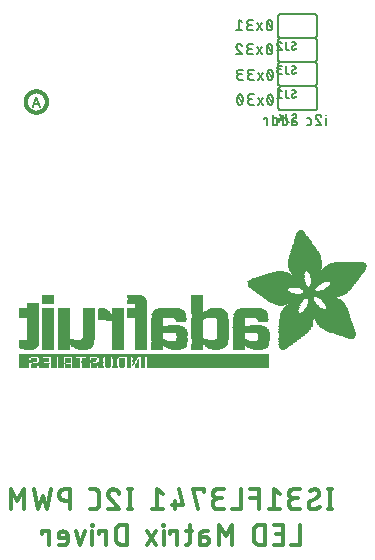
<source format=gbr>
G04 EAGLE Gerber RS-274X export*
G75*
%MOMM*%
%FSLAX34Y34*%
%LPD*%
%INSilkscreen Bottom*%
%IPPOS*%
%AMOC8*
5,1,8,0,0,1.08239X$1,22.5*%
G01*
%ADD10C,0.304800*%
%ADD11C,0.152400*%
%ADD12C,0.203200*%
%ADD13R,10.363200X0.025400*%
%ADD14R,0.406400X0.025400*%
%ADD15R,0.381000X0.025400*%
%ADD16R,0.457200X0.025400*%
%ADD17R,0.431800X0.025400*%
%ADD18R,0.635000X0.025400*%
%ADD19R,0.482600X0.025400*%
%ADD20R,0.889000X0.025400*%
%ADD21R,0.863600X0.025400*%
%ADD22R,0.508000X0.025400*%
%ADD23R,0.355600X0.025400*%
%ADD24R,0.025400X0.025400*%
%ADD25R,0.330200X0.025400*%
%ADD26R,0.050800X0.025400*%
%ADD27R,0.304800X0.025400*%
%ADD28R,0.076200X0.025400*%
%ADD29R,1.016000X0.025400*%
%ADD30R,1.524000X0.025400*%
%ADD31R,0.101600X0.025400*%
%ADD32R,0.279400X0.025400*%
%ADD33R,1.498600X0.025400*%
%ADD34R,0.254000X0.025400*%
%ADD35R,0.127000X0.025400*%
%ADD36R,0.965200X0.025400*%
%ADD37R,1.447800X0.025400*%
%ADD38R,0.228600X0.025400*%
%ADD39R,0.152400X0.025400*%
%ADD40R,0.812800X0.025400*%
%ADD41R,1.295400X0.025400*%
%ADD42R,0.533400X0.025400*%
%ADD43R,0.660400X0.025400*%
%ADD44R,0.609600X0.025400*%
%ADD45R,0.558800X0.025400*%
%ADD46R,0.203200X0.025400*%
%ADD47R,0.177800X0.025400*%
%ADD48R,0.914400X0.025400*%
%ADD49R,0.685800X0.025400*%
%ADD50R,0.939800X0.025400*%
%ADD51R,0.736600X0.025400*%
%ADD52R,0.990600X0.025400*%
%ADD53R,1.219200X0.025400*%
%ADD54R,1.117600X0.025400*%
%ADD55R,1.397000X0.025400*%
%ADD56R,1.244600X0.025400*%
%ADD57R,1.473200X0.025400*%
%ADD58R,0.584200X0.025400*%
%ADD59R,1.041400X0.025400*%
%ADD60R,21.209000X0.025400*%
%ADD61R,0.787400X0.025400*%
%ADD62R,1.193800X0.025400*%
%ADD63R,1.168400X0.025400*%
%ADD64R,1.092200X0.025400*%
%ADD65R,1.066800X0.025400*%
%ADD66R,1.143000X0.025400*%
%ADD67R,1.270000X0.025400*%
%ADD68R,1.320800X0.025400*%
%ADD69R,1.422400X0.025400*%
%ADD70R,1.549400X0.025400*%
%ADD71R,0.711200X0.025400*%
%ADD72R,1.625600X0.025400*%
%ADD73R,0.762000X0.025400*%
%ADD74R,1.701800X0.025400*%
%ADD75R,1.600200X0.025400*%
%ADD76R,1.727200X0.025400*%
%ADD77R,1.651000X0.025400*%
%ADD78R,0.838200X0.025400*%
%ADD79R,1.803400X0.025400*%
%ADD80R,1.574800X0.025400*%
%ADD81R,1.854200X0.025400*%
%ADD82R,1.778000X0.025400*%
%ADD83R,1.879600X0.025400*%
%ADD84R,1.930400X0.025400*%
%ADD85R,1.981200X0.025400*%
%ADD86R,1.905000X0.025400*%
%ADD87R,2.006600X0.025400*%
%ADD88R,3.048000X0.025400*%
%ADD89R,2.997200X0.025400*%
%ADD90R,2.057400X0.025400*%
%ADD91R,3.022600X0.025400*%
%ADD92R,2.032000X0.025400*%
%ADD93R,3.073400X0.025400*%
%ADD94R,1.676400X0.025400*%
%ADD95R,1.346200X0.025400*%
%ADD96R,3.098800X0.025400*%
%ADD97R,1.828800X0.025400*%
%ADD98R,2.082800X0.025400*%
%ADD99R,2.108200X0.025400*%
%ADD100R,2.159000X0.025400*%
%ADD101R,2.184400X0.025400*%
%ADD102R,2.235200X0.025400*%
%ADD103R,2.260600X0.025400*%
%ADD104R,2.311400X0.025400*%
%ADD105R,2.362200X0.025400*%
%ADD106R,2.387600X0.025400*%
%ADD107R,2.413000X0.025400*%
%ADD108R,2.438400X0.025400*%
%ADD109R,2.133600X0.025400*%
%ADD110R,2.463800X0.025400*%
%ADD111R,2.286000X0.025400*%
%ADD112R,2.514600X0.025400*%
%ADD113R,2.540000X0.025400*%
%ADD114R,2.565400X0.025400*%
%ADD115R,2.489200X0.025400*%
%ADD116R,2.590800X0.025400*%
%ADD117R,2.971800X0.025400*%
%ADD118R,2.616200X0.025400*%
%ADD119R,2.946400X0.025400*%
%ADD120R,2.641600X0.025400*%
%ADD121R,2.667000X0.025400*%
%ADD122R,2.921000X0.025400*%
%ADD123R,2.895600X0.025400*%
%ADD124R,2.717800X0.025400*%
%ADD125R,2.692400X0.025400*%
%ADD126R,2.870200X0.025400*%
%ADD127R,2.768600X0.025400*%
%ADD128R,2.743200X0.025400*%
%ADD129R,2.844800X0.025400*%
%ADD130R,2.794000X0.025400*%
%ADD131R,2.819400X0.025400*%
%ADD132R,1.371600X0.025400*%
%ADD133R,5.892800X0.025400*%
%ADD134R,5.867400X0.025400*%
%ADD135R,5.842000X0.025400*%
%ADD136R,5.816600X0.025400*%
%ADD137R,5.791200X0.025400*%
%ADD138R,4.114800X0.025400*%
%ADD139R,3.987800X0.025400*%
%ADD140R,1.955800X0.025400*%
%ADD141R,3.962400X0.025400*%
%ADD142R,3.911600X0.025400*%
%ADD143R,3.886200X0.025400*%
%ADD144R,3.835400X0.025400*%
%ADD145R,1.752600X0.025400*%
%ADD146R,3.810000X0.025400*%
%ADD147R,3.784600X0.025400*%
%ADD148R,3.733800X0.025400*%
%ADD149R,3.708400X0.025400*%
%ADD150R,3.683000X0.025400*%
%ADD151R,2.336800X0.025400*%
%ADD152R,3.657600X0.025400*%
%ADD153R,3.632200X0.025400*%
%ADD154R,3.149600X0.025400*%
%ADD155R,3.251200X0.025400*%
%ADD156R,3.276600X0.025400*%
%ADD157R,3.352800X0.025400*%
%ADD158R,3.454400X0.025400*%
%ADD159R,3.530600X0.025400*%
%ADD160R,4.241800X0.025400*%
%ADD161R,4.267200X0.025400*%
%ADD162R,4.318000X0.025400*%
%ADD163R,4.419600X0.025400*%
%ADD164R,6.400800X0.025400*%
%ADD165R,6.502400X0.025400*%
%ADD166R,6.680200X0.025400*%
%ADD167R,6.832600X0.025400*%
%ADD168R,6.858000X0.025400*%
%ADD169R,7.010400X0.025400*%
%ADD170R,7.112000X0.025400*%
%ADD171R,7.162800X0.025400*%
%ADD172R,3.860800X0.025400*%
%ADD173R,3.302000X0.025400*%
%ADD174R,2.209800X0.025400*%
%ADD175R,3.124200X0.025400*%
%ADD176R,3.200400X0.025400*%
%ADD177R,5.029200X0.025400*%
%ADD178R,5.003800X0.025400*%
%ADD179R,4.978400X0.025400*%
%ADD180R,4.953000X0.025400*%
%ADD181R,4.927600X0.025400*%
%ADD182R,4.902200X0.025400*%
%ADD183R,4.876800X0.025400*%
%ADD184R,4.851400X0.025400*%
%ADD185R,4.826000X0.025400*%
%ADD186R,4.800600X0.025400*%
%ADD187R,4.775200X0.025400*%
%ADD188R,4.749800X0.025400*%
%ADD189R,4.724400X0.025400*%
%ADD190R,4.699000X0.025400*%
%ADD191R,3.937000X0.025400*%
%ADD192R,4.648200X0.025400*%
%ADD193R,4.597400X0.025400*%
%ADD194R,4.546600X0.025400*%
%ADD195R,4.470400X0.025400*%
%ADD196R,4.013200X0.025400*%
%ADD197R,4.394200X0.025400*%
%ADD198R,4.038600X0.025400*%
%ADD199R,4.064000X0.025400*%
%ADD200R,4.089400X0.025400*%
%ADD201R,4.140200X0.025400*%
%ADD202R,4.165600X0.025400*%
%ADD203R,4.191000X0.025400*%
%ADD204R,3.759200X0.025400*%
%ADD205R,4.216400X0.025400*%
%ADD206R,3.606800X0.025400*%
%ADD207R,4.292600X0.025400*%
%ADD208R,4.368800X0.025400*%
%ADD209R,4.445000X0.025400*%
%ADD210R,4.495800X0.025400*%
%ADD211R,4.572000X0.025400*%
%ADD212R,4.622800X0.025400*%
%ADD213R,4.673600X0.025400*%
%ADD214R,3.581400X0.025400*%
%ADD215R,3.556000X0.025400*%
%ADD216R,3.479800X0.025400*%
%ADD217R,3.403600X0.025400*%
%ADD218R,3.378200X0.025400*%
%ADD219R,3.225800X0.025400*%


D10*
X321568Y8891D02*
X321568Y-8061D01*
X319685Y-8061D02*
X323452Y-8061D01*
X323452Y8891D02*
X319685Y8891D01*
X303635Y-4294D02*
X303637Y-4415D01*
X303643Y-4535D01*
X303652Y-4656D01*
X303666Y-4776D01*
X303683Y-4895D01*
X303704Y-5014D01*
X303729Y-5132D01*
X303758Y-5250D01*
X303791Y-5366D01*
X303827Y-5481D01*
X303867Y-5595D01*
X303910Y-5708D01*
X303957Y-5819D01*
X304008Y-5928D01*
X304062Y-6036D01*
X304120Y-6143D01*
X304181Y-6247D01*
X304245Y-6349D01*
X304312Y-6449D01*
X304383Y-6547D01*
X304457Y-6643D01*
X304534Y-6736D01*
X304613Y-6827D01*
X304696Y-6915D01*
X304781Y-7000D01*
X304869Y-7083D01*
X304960Y-7162D01*
X305053Y-7239D01*
X305149Y-7313D01*
X305247Y-7384D01*
X305347Y-7451D01*
X305449Y-7515D01*
X305553Y-7576D01*
X305660Y-7634D01*
X305768Y-7688D01*
X305877Y-7739D01*
X305988Y-7786D01*
X306101Y-7829D01*
X306215Y-7869D01*
X306330Y-7905D01*
X306447Y-7938D01*
X306564Y-7967D01*
X306682Y-7992D01*
X306801Y-8013D01*
X306920Y-8030D01*
X307040Y-8044D01*
X307161Y-8053D01*
X307281Y-8059D01*
X307402Y-8061D01*
X307592Y-8059D01*
X307783Y-8052D01*
X307973Y-8041D01*
X308163Y-8025D01*
X308352Y-8004D01*
X308541Y-7979D01*
X308729Y-7950D01*
X308916Y-7916D01*
X309103Y-7877D01*
X309288Y-7834D01*
X309472Y-7787D01*
X309656Y-7735D01*
X309838Y-7679D01*
X310018Y-7619D01*
X310197Y-7554D01*
X310375Y-7485D01*
X310550Y-7412D01*
X310724Y-7334D01*
X310896Y-7253D01*
X311066Y-7167D01*
X311234Y-7077D01*
X311400Y-6984D01*
X311564Y-6886D01*
X311725Y-6785D01*
X311883Y-6679D01*
X312039Y-6570D01*
X312193Y-6457D01*
X312343Y-6341D01*
X312491Y-6221D01*
X312636Y-6097D01*
X312778Y-5970D01*
X312917Y-5840D01*
X313053Y-5707D01*
X312581Y5124D02*
X312579Y5245D01*
X312573Y5365D01*
X312564Y5486D01*
X312550Y5606D01*
X312533Y5725D01*
X312512Y5844D01*
X312487Y5962D01*
X312458Y6080D01*
X312425Y6196D01*
X312389Y6311D01*
X312349Y6425D01*
X312306Y6538D01*
X312259Y6649D01*
X312208Y6758D01*
X312154Y6866D01*
X312096Y6973D01*
X312035Y7077D01*
X311971Y7179D01*
X311904Y7279D01*
X311833Y7377D01*
X311759Y7473D01*
X311682Y7566D01*
X311603Y7657D01*
X311520Y7745D01*
X311435Y7830D01*
X311347Y7913D01*
X311256Y7992D01*
X311163Y8069D01*
X311067Y8143D01*
X310969Y8214D01*
X310869Y8281D01*
X310767Y8345D01*
X310663Y8406D01*
X310556Y8464D01*
X310448Y8518D01*
X310339Y8569D01*
X310228Y8616D01*
X310115Y8659D01*
X310001Y8699D01*
X309886Y8735D01*
X309770Y8768D01*
X309652Y8797D01*
X309534Y8822D01*
X309415Y8843D01*
X309296Y8860D01*
X309176Y8874D01*
X309055Y8883D01*
X308935Y8889D01*
X308814Y8891D01*
X308646Y8889D01*
X308477Y8883D01*
X308309Y8873D01*
X308142Y8859D01*
X307974Y8841D01*
X307807Y8819D01*
X307641Y8793D01*
X307475Y8763D01*
X307311Y8729D01*
X307147Y8691D01*
X306983Y8650D01*
X306821Y8604D01*
X306660Y8555D01*
X306501Y8501D01*
X306342Y8444D01*
X306185Y8384D01*
X306030Y8319D01*
X305876Y8251D01*
X305724Y8179D01*
X305573Y8104D01*
X305425Y8025D01*
X305278Y7942D01*
X305133Y7856D01*
X304991Y7767D01*
X304850Y7674D01*
X304712Y7578D01*
X304576Y7478D01*
X310697Y1828D02*
X310800Y1891D01*
X310901Y1956D01*
X310999Y2026D01*
X311096Y2098D01*
X311190Y2173D01*
X311282Y2251D01*
X311371Y2332D01*
X311457Y2415D01*
X311541Y2502D01*
X311622Y2591D01*
X311700Y2682D01*
X311776Y2776D01*
X311848Y2872D01*
X311917Y2971D01*
X311984Y3071D01*
X312047Y3174D01*
X312106Y3278D01*
X312163Y3385D01*
X312216Y3493D01*
X312265Y3602D01*
X312312Y3714D01*
X312354Y3826D01*
X312393Y3940D01*
X312429Y4055D01*
X312460Y4171D01*
X312489Y4288D01*
X312513Y4406D01*
X312534Y4525D01*
X312551Y4644D01*
X312564Y4763D01*
X312573Y4883D01*
X312579Y5004D01*
X312581Y5124D01*
X305519Y-998D02*
X305416Y-1061D01*
X305315Y-1126D01*
X305217Y-1196D01*
X305120Y-1268D01*
X305026Y-1343D01*
X304934Y-1421D01*
X304845Y-1502D01*
X304759Y-1585D01*
X304675Y-1672D01*
X304594Y-1761D01*
X304516Y-1852D01*
X304440Y-1946D01*
X304368Y-2042D01*
X304299Y-2141D01*
X304232Y-2241D01*
X304169Y-2344D01*
X304110Y-2448D01*
X304053Y-2555D01*
X304000Y-2663D01*
X303951Y-2772D01*
X303904Y-2884D01*
X303862Y-2996D01*
X303823Y-3110D01*
X303787Y-3225D01*
X303756Y-3341D01*
X303727Y-3458D01*
X303703Y-3576D01*
X303682Y-3695D01*
X303665Y-3814D01*
X303652Y-3933D01*
X303643Y-4053D01*
X303637Y-4174D01*
X303635Y-4294D01*
X305518Y-998D02*
X310698Y1828D01*
X296377Y-8061D02*
X291668Y-8061D01*
X291532Y-8059D01*
X291397Y-8053D01*
X291261Y-8043D01*
X291126Y-8030D01*
X290992Y-8012D01*
X290858Y-7991D01*
X290724Y-7965D01*
X290592Y-7936D01*
X290460Y-7903D01*
X290329Y-7867D01*
X290200Y-7826D01*
X290072Y-7782D01*
X289945Y-7734D01*
X289819Y-7683D01*
X289695Y-7628D01*
X289573Y-7569D01*
X289452Y-7507D01*
X289333Y-7441D01*
X289216Y-7372D01*
X289101Y-7300D01*
X288989Y-7224D01*
X288878Y-7146D01*
X288770Y-7064D01*
X288664Y-6979D01*
X288561Y-6891D01*
X288460Y-6800D01*
X288362Y-6706D01*
X288267Y-6609D01*
X288175Y-6510D01*
X288085Y-6408D01*
X287998Y-6303D01*
X287915Y-6196D01*
X287835Y-6087D01*
X287757Y-5975D01*
X287683Y-5861D01*
X287613Y-5746D01*
X287545Y-5628D01*
X287482Y-5508D01*
X287421Y-5386D01*
X287364Y-5263D01*
X287311Y-5138D01*
X287261Y-5012D01*
X287215Y-4884D01*
X287173Y-4755D01*
X287134Y-4625D01*
X287100Y-4494D01*
X287069Y-4362D01*
X287041Y-4229D01*
X287018Y-4095D01*
X286999Y-3961D01*
X286983Y-3826D01*
X286971Y-3691D01*
X286963Y-3556D01*
X286959Y-3420D01*
X286959Y-3284D01*
X286963Y-3148D01*
X286971Y-3013D01*
X286983Y-2878D01*
X286999Y-2743D01*
X287018Y-2609D01*
X287041Y-2475D01*
X287069Y-2342D01*
X287100Y-2210D01*
X287134Y-2079D01*
X287173Y-1949D01*
X287215Y-1820D01*
X287261Y-1692D01*
X287311Y-1566D01*
X287364Y-1441D01*
X287421Y-1318D01*
X287482Y-1196D01*
X287545Y-1076D01*
X287613Y-958D01*
X287683Y-843D01*
X287757Y-729D01*
X287835Y-617D01*
X287915Y-508D01*
X287998Y-401D01*
X288085Y-296D01*
X288175Y-194D01*
X288267Y-95D01*
X288362Y2D01*
X288460Y96D01*
X288561Y187D01*
X288664Y275D01*
X288770Y360D01*
X288878Y442D01*
X288989Y520D01*
X289101Y596D01*
X289216Y668D01*
X289333Y737D01*
X289452Y803D01*
X289573Y865D01*
X289695Y924D01*
X289819Y979D01*
X289945Y1030D01*
X290072Y1078D01*
X290200Y1122D01*
X290329Y1163D01*
X290460Y1199D01*
X290592Y1232D01*
X290724Y1261D01*
X290858Y1287D01*
X290992Y1308D01*
X291126Y1326D01*
X291261Y1339D01*
X291397Y1349D01*
X291532Y1355D01*
X291668Y1357D01*
X290727Y8891D02*
X296377Y8891D01*
X290727Y8891D02*
X290605Y8889D01*
X290483Y8883D01*
X290362Y8873D01*
X290240Y8859D01*
X290120Y8842D01*
X290000Y8820D01*
X289880Y8795D01*
X289762Y8765D01*
X289644Y8732D01*
X289528Y8695D01*
X289413Y8654D01*
X289300Y8610D01*
X289187Y8562D01*
X289077Y8510D01*
X288968Y8455D01*
X288861Y8396D01*
X288756Y8334D01*
X288653Y8269D01*
X288552Y8200D01*
X288454Y8128D01*
X288358Y8053D01*
X288264Y7975D01*
X288173Y7893D01*
X288085Y7809D01*
X287999Y7722D01*
X287917Y7633D01*
X287837Y7540D01*
X287760Y7445D01*
X287687Y7348D01*
X287616Y7248D01*
X287549Y7147D01*
X287485Y7043D01*
X287425Y6937D01*
X287368Y6829D01*
X287314Y6719D01*
X287265Y6608D01*
X287218Y6495D01*
X287176Y6380D01*
X287137Y6265D01*
X287102Y6148D01*
X287071Y6030D01*
X287043Y5911D01*
X287020Y5791D01*
X287000Y5671D01*
X286984Y5550D01*
X286972Y5429D01*
X286964Y5307D01*
X286960Y5185D01*
X286960Y5063D01*
X286964Y4941D01*
X286972Y4819D01*
X286984Y4698D01*
X287000Y4577D01*
X287020Y4457D01*
X287043Y4337D01*
X287071Y4218D01*
X287102Y4100D01*
X287137Y3983D01*
X287176Y3868D01*
X287218Y3753D01*
X287265Y3640D01*
X287314Y3529D01*
X287368Y3419D01*
X287425Y3311D01*
X287485Y3205D01*
X287549Y3101D01*
X287616Y3000D01*
X287687Y2900D01*
X287760Y2803D01*
X287837Y2708D01*
X287917Y2615D01*
X287999Y2526D01*
X288085Y2439D01*
X288173Y2355D01*
X288264Y2273D01*
X288358Y2195D01*
X288454Y2120D01*
X288552Y2048D01*
X288653Y1979D01*
X288756Y1914D01*
X288861Y1852D01*
X288968Y1793D01*
X289077Y1738D01*
X289187Y1686D01*
X289300Y1638D01*
X289413Y1594D01*
X289528Y1553D01*
X289644Y1516D01*
X289762Y1483D01*
X289880Y1453D01*
X290000Y1428D01*
X290120Y1406D01*
X290240Y1389D01*
X290362Y1375D01*
X290483Y1365D01*
X290605Y1359D01*
X290727Y1357D01*
X294494Y1357D01*
X279127Y5124D02*
X274418Y8891D01*
X274418Y-8061D01*
X269710Y-8061D02*
X279127Y-8061D01*
X261255Y-8061D02*
X261255Y8891D01*
X253721Y8891D01*
X253721Y1357D02*
X261255Y1357D01*
X246305Y8891D02*
X246305Y-8061D01*
X238771Y-8061D01*
X231977Y-8061D02*
X227269Y-8061D01*
X227133Y-8059D01*
X226998Y-8053D01*
X226862Y-8043D01*
X226727Y-8030D01*
X226593Y-8012D01*
X226459Y-7991D01*
X226325Y-7965D01*
X226193Y-7936D01*
X226061Y-7903D01*
X225930Y-7867D01*
X225801Y-7826D01*
X225673Y-7782D01*
X225546Y-7734D01*
X225420Y-7683D01*
X225296Y-7628D01*
X225174Y-7569D01*
X225053Y-7507D01*
X224934Y-7441D01*
X224817Y-7372D01*
X224702Y-7300D01*
X224590Y-7224D01*
X224479Y-7146D01*
X224371Y-7064D01*
X224265Y-6979D01*
X224162Y-6891D01*
X224061Y-6800D01*
X223963Y-6706D01*
X223868Y-6609D01*
X223776Y-6510D01*
X223686Y-6408D01*
X223599Y-6303D01*
X223516Y-6196D01*
X223436Y-6087D01*
X223358Y-5975D01*
X223284Y-5861D01*
X223214Y-5746D01*
X223146Y-5628D01*
X223083Y-5508D01*
X223022Y-5386D01*
X222965Y-5263D01*
X222912Y-5138D01*
X222862Y-5012D01*
X222816Y-4884D01*
X222774Y-4755D01*
X222735Y-4625D01*
X222701Y-4494D01*
X222670Y-4362D01*
X222642Y-4229D01*
X222619Y-4095D01*
X222600Y-3961D01*
X222584Y-3826D01*
X222572Y-3691D01*
X222564Y-3556D01*
X222560Y-3420D01*
X222560Y-3284D01*
X222564Y-3148D01*
X222572Y-3013D01*
X222584Y-2878D01*
X222600Y-2743D01*
X222619Y-2609D01*
X222642Y-2475D01*
X222670Y-2342D01*
X222701Y-2210D01*
X222735Y-2079D01*
X222774Y-1949D01*
X222816Y-1820D01*
X222862Y-1692D01*
X222912Y-1566D01*
X222965Y-1441D01*
X223022Y-1318D01*
X223083Y-1196D01*
X223146Y-1076D01*
X223214Y-958D01*
X223284Y-843D01*
X223358Y-729D01*
X223436Y-617D01*
X223516Y-508D01*
X223599Y-401D01*
X223686Y-296D01*
X223776Y-194D01*
X223868Y-95D01*
X223963Y2D01*
X224061Y96D01*
X224162Y187D01*
X224265Y275D01*
X224371Y360D01*
X224479Y442D01*
X224590Y520D01*
X224702Y596D01*
X224817Y668D01*
X224934Y737D01*
X225053Y803D01*
X225174Y865D01*
X225296Y924D01*
X225420Y979D01*
X225546Y1030D01*
X225673Y1078D01*
X225801Y1122D01*
X225930Y1163D01*
X226061Y1199D01*
X226193Y1232D01*
X226325Y1261D01*
X226459Y1287D01*
X226593Y1308D01*
X226727Y1326D01*
X226862Y1339D01*
X226998Y1349D01*
X227133Y1355D01*
X227269Y1357D01*
X226327Y8891D02*
X231977Y8891D01*
X226327Y8891D02*
X226205Y8889D01*
X226083Y8883D01*
X225962Y8873D01*
X225840Y8859D01*
X225720Y8842D01*
X225600Y8820D01*
X225480Y8795D01*
X225362Y8765D01*
X225244Y8732D01*
X225128Y8695D01*
X225013Y8654D01*
X224900Y8610D01*
X224787Y8562D01*
X224677Y8510D01*
X224568Y8455D01*
X224461Y8396D01*
X224356Y8334D01*
X224253Y8269D01*
X224152Y8200D01*
X224054Y8128D01*
X223958Y8053D01*
X223864Y7975D01*
X223773Y7893D01*
X223685Y7809D01*
X223599Y7722D01*
X223517Y7633D01*
X223437Y7540D01*
X223360Y7445D01*
X223287Y7348D01*
X223216Y7248D01*
X223149Y7147D01*
X223085Y7043D01*
X223025Y6937D01*
X222968Y6829D01*
X222914Y6719D01*
X222865Y6608D01*
X222818Y6495D01*
X222776Y6380D01*
X222737Y6265D01*
X222702Y6148D01*
X222671Y6030D01*
X222643Y5911D01*
X222620Y5791D01*
X222600Y5671D01*
X222584Y5550D01*
X222572Y5429D01*
X222564Y5307D01*
X222560Y5185D01*
X222560Y5063D01*
X222564Y4941D01*
X222572Y4819D01*
X222584Y4698D01*
X222600Y4577D01*
X222620Y4457D01*
X222643Y4337D01*
X222671Y4218D01*
X222702Y4100D01*
X222737Y3983D01*
X222776Y3868D01*
X222818Y3753D01*
X222865Y3640D01*
X222914Y3529D01*
X222968Y3419D01*
X223025Y3311D01*
X223085Y3205D01*
X223149Y3101D01*
X223216Y3000D01*
X223287Y2900D01*
X223360Y2803D01*
X223437Y2708D01*
X223517Y2615D01*
X223599Y2526D01*
X223685Y2439D01*
X223773Y2355D01*
X223864Y2273D01*
X223958Y2195D01*
X224054Y2120D01*
X224152Y2048D01*
X224253Y1979D01*
X224356Y1914D01*
X224461Y1852D01*
X224568Y1793D01*
X224677Y1738D01*
X224787Y1686D01*
X224900Y1638D01*
X225013Y1594D01*
X225128Y1553D01*
X225244Y1516D01*
X225362Y1483D01*
X225480Y1453D01*
X225600Y1428D01*
X225720Y1406D01*
X225840Y1389D01*
X225962Y1375D01*
X226083Y1365D01*
X226205Y1359D01*
X226327Y1357D01*
X230094Y1357D01*
X214727Y7007D02*
X214727Y8891D01*
X205310Y8891D01*
X210019Y-8061D01*
X197477Y-4294D02*
X193710Y8891D01*
X197477Y-4294D02*
X188060Y-4294D01*
X190885Y-527D02*
X190885Y-8061D01*
X180227Y5124D02*
X175519Y8891D01*
X175519Y-8061D01*
X180227Y-8061D02*
X170810Y-8061D01*
X152519Y-8061D02*
X152519Y8891D01*
X154402Y-8061D02*
X150635Y-8061D01*
X150635Y8891D02*
X154402Y8891D01*
X138248Y8891D02*
X138120Y8889D01*
X137992Y8883D01*
X137864Y8874D01*
X137737Y8860D01*
X137610Y8843D01*
X137484Y8822D01*
X137359Y8797D01*
X137234Y8768D01*
X137110Y8735D01*
X136987Y8699D01*
X136866Y8659D01*
X136745Y8616D01*
X136626Y8568D01*
X136509Y8518D01*
X136393Y8463D01*
X136279Y8406D01*
X136166Y8344D01*
X136056Y8280D01*
X135947Y8212D01*
X135841Y8141D01*
X135736Y8067D01*
X135634Y7989D01*
X135535Y7909D01*
X135438Y7825D01*
X135343Y7739D01*
X135251Y7650D01*
X135162Y7558D01*
X135076Y7463D01*
X134992Y7366D01*
X134912Y7267D01*
X134834Y7165D01*
X134760Y7060D01*
X134689Y6954D01*
X134621Y6845D01*
X134557Y6735D01*
X134495Y6622D01*
X134438Y6508D01*
X134383Y6392D01*
X134333Y6275D01*
X134285Y6156D01*
X134242Y6035D01*
X134202Y5914D01*
X134166Y5791D01*
X134133Y5667D01*
X134104Y5542D01*
X134079Y5417D01*
X134058Y5291D01*
X134041Y5164D01*
X134027Y5037D01*
X134018Y4909D01*
X134012Y4781D01*
X134010Y4653D01*
X138248Y8891D02*
X138394Y8889D01*
X138539Y8883D01*
X138685Y8873D01*
X138830Y8860D01*
X138974Y8842D01*
X139118Y8821D01*
X139262Y8796D01*
X139405Y8767D01*
X139547Y8734D01*
X139688Y8697D01*
X139828Y8657D01*
X139966Y8613D01*
X140104Y8565D01*
X140240Y8513D01*
X140375Y8458D01*
X140509Y8400D01*
X140640Y8337D01*
X140770Y8272D01*
X140898Y8202D01*
X141025Y8130D01*
X141149Y8054D01*
X141271Y7975D01*
X141391Y7892D01*
X141509Y7806D01*
X141625Y7717D01*
X141738Y7626D01*
X141848Y7531D01*
X141956Y7433D01*
X142062Y7332D01*
X142164Y7229D01*
X142264Y7123D01*
X142361Y7014D01*
X142455Y6903D01*
X142546Y6789D01*
X142634Y6673D01*
X142719Y6554D01*
X142800Y6433D01*
X142879Y6311D01*
X142954Y6186D01*
X143025Y6059D01*
X143093Y5930D01*
X143158Y5800D01*
X143219Y5667D01*
X143277Y5534D01*
X143331Y5398D01*
X143381Y5262D01*
X143428Y5124D01*
X135423Y1357D02*
X135329Y1449D01*
X135237Y1544D01*
X135149Y1641D01*
X135063Y1741D01*
X134980Y1844D01*
X134901Y1948D01*
X134824Y2055D01*
X134750Y2164D01*
X134680Y2276D01*
X134613Y2389D01*
X134549Y2504D01*
X134489Y2621D01*
X134432Y2740D01*
X134378Y2860D01*
X134328Y2982D01*
X134281Y3105D01*
X134238Y3229D01*
X134199Y3355D01*
X134163Y3482D01*
X134131Y3609D01*
X134103Y3738D01*
X134078Y3867D01*
X134058Y3997D01*
X134040Y4128D01*
X134027Y4259D01*
X134018Y4390D01*
X134012Y4521D01*
X134010Y4653D01*
X135422Y1357D02*
X143427Y-8061D01*
X134010Y-8061D01*
X122468Y-8061D02*
X118701Y-8061D01*
X122468Y-8061D02*
X122589Y-8059D01*
X122709Y-8053D01*
X122830Y-8044D01*
X122950Y-8030D01*
X123069Y-8013D01*
X123188Y-7992D01*
X123306Y-7967D01*
X123424Y-7938D01*
X123540Y-7905D01*
X123655Y-7869D01*
X123769Y-7829D01*
X123882Y-7786D01*
X123993Y-7739D01*
X124102Y-7688D01*
X124210Y-7634D01*
X124317Y-7576D01*
X124421Y-7515D01*
X124523Y-7451D01*
X124623Y-7384D01*
X124721Y-7313D01*
X124817Y-7239D01*
X124910Y-7162D01*
X125001Y-7083D01*
X125089Y-7000D01*
X125174Y-6915D01*
X125257Y-6827D01*
X125336Y-6736D01*
X125413Y-6643D01*
X125487Y-6547D01*
X125558Y-6449D01*
X125625Y-6349D01*
X125689Y-6247D01*
X125750Y-6143D01*
X125808Y-6036D01*
X125862Y-5928D01*
X125913Y-5819D01*
X125960Y-5708D01*
X126003Y-5595D01*
X126043Y-5481D01*
X126079Y-5366D01*
X126112Y-5250D01*
X126141Y-5132D01*
X126166Y-5014D01*
X126187Y-4895D01*
X126204Y-4776D01*
X126218Y-4656D01*
X126227Y-4535D01*
X126233Y-4415D01*
X126235Y-4294D01*
X126235Y5124D01*
X126233Y5245D01*
X126227Y5365D01*
X126218Y5486D01*
X126204Y5606D01*
X126187Y5725D01*
X126166Y5844D01*
X126141Y5962D01*
X126112Y6080D01*
X126079Y6196D01*
X126043Y6311D01*
X126003Y6425D01*
X125960Y6538D01*
X125913Y6649D01*
X125862Y6758D01*
X125808Y6866D01*
X125750Y6973D01*
X125689Y7077D01*
X125625Y7179D01*
X125558Y7279D01*
X125487Y7377D01*
X125413Y7473D01*
X125336Y7566D01*
X125257Y7657D01*
X125174Y7745D01*
X125089Y7830D01*
X125001Y7913D01*
X124910Y7992D01*
X124817Y8069D01*
X124721Y8143D01*
X124623Y8214D01*
X124523Y8281D01*
X124421Y8345D01*
X124317Y8406D01*
X124210Y8464D01*
X124102Y8518D01*
X123993Y8569D01*
X123882Y8616D01*
X123769Y8659D01*
X123655Y8699D01*
X123540Y8735D01*
X123424Y8768D01*
X123306Y8797D01*
X123188Y8822D01*
X123069Y8843D01*
X122950Y8860D01*
X122830Y8874D01*
X122709Y8883D01*
X122589Y8889D01*
X122468Y8891D01*
X118701Y8891D01*
X101708Y8891D02*
X101708Y-8061D01*
X101708Y8891D02*
X96999Y8891D01*
X96863Y8889D01*
X96728Y8883D01*
X96592Y8873D01*
X96457Y8860D01*
X96323Y8842D01*
X96189Y8821D01*
X96055Y8795D01*
X95923Y8766D01*
X95791Y8733D01*
X95660Y8697D01*
X95531Y8656D01*
X95403Y8612D01*
X95276Y8564D01*
X95150Y8513D01*
X95026Y8458D01*
X94904Y8399D01*
X94783Y8337D01*
X94664Y8271D01*
X94547Y8202D01*
X94432Y8130D01*
X94320Y8054D01*
X94209Y7976D01*
X94101Y7894D01*
X93995Y7809D01*
X93892Y7721D01*
X93791Y7630D01*
X93693Y7536D01*
X93598Y7439D01*
X93506Y7340D01*
X93416Y7238D01*
X93329Y7133D01*
X93246Y7026D01*
X93166Y6917D01*
X93088Y6805D01*
X93014Y6691D01*
X92944Y6576D01*
X92876Y6458D01*
X92813Y6338D01*
X92752Y6216D01*
X92695Y6093D01*
X92642Y5968D01*
X92592Y5842D01*
X92546Y5714D01*
X92504Y5585D01*
X92465Y5455D01*
X92431Y5324D01*
X92400Y5192D01*
X92372Y5059D01*
X92349Y4925D01*
X92330Y4791D01*
X92314Y4656D01*
X92302Y4521D01*
X92294Y4386D01*
X92290Y4250D01*
X92290Y4114D01*
X92294Y3978D01*
X92302Y3843D01*
X92314Y3708D01*
X92330Y3573D01*
X92349Y3439D01*
X92372Y3305D01*
X92400Y3172D01*
X92431Y3040D01*
X92465Y2909D01*
X92504Y2779D01*
X92546Y2650D01*
X92592Y2522D01*
X92642Y2396D01*
X92695Y2271D01*
X92752Y2148D01*
X92813Y2026D01*
X92876Y1906D01*
X92944Y1788D01*
X93014Y1673D01*
X93088Y1559D01*
X93166Y1447D01*
X93246Y1338D01*
X93329Y1231D01*
X93416Y1126D01*
X93506Y1024D01*
X93598Y925D01*
X93693Y828D01*
X93791Y734D01*
X93892Y643D01*
X93995Y555D01*
X94101Y470D01*
X94209Y388D01*
X94320Y310D01*
X94432Y234D01*
X94547Y162D01*
X94664Y93D01*
X94783Y27D01*
X94904Y-35D01*
X95026Y-94D01*
X95150Y-149D01*
X95276Y-200D01*
X95403Y-248D01*
X95531Y-292D01*
X95660Y-333D01*
X95791Y-369D01*
X95923Y-402D01*
X96055Y-431D01*
X96189Y-457D01*
X96323Y-478D01*
X96457Y-496D01*
X96592Y-509D01*
X96728Y-519D01*
X96863Y-525D01*
X96999Y-527D01*
X101708Y-527D01*
X85878Y8891D02*
X82111Y-8061D01*
X78344Y3240D01*
X74577Y-8061D01*
X70809Y8891D01*
X62719Y8891D02*
X62719Y-8061D01*
X57069Y-527D02*
X62719Y8891D01*
X57069Y-527D02*
X51418Y8891D01*
X51418Y-8061D01*
X296573Y-21109D02*
X296573Y-38061D01*
X289039Y-38061D01*
X281623Y-38061D02*
X274089Y-38061D01*
X281623Y-38061D02*
X281623Y-21109D01*
X274089Y-21109D01*
X275972Y-28643D02*
X281623Y-28643D01*
X266720Y-21109D02*
X266720Y-38061D01*
X266720Y-21109D02*
X262011Y-21109D01*
X261877Y-21111D01*
X261742Y-21117D01*
X261608Y-21126D01*
X261474Y-21140D01*
X261341Y-21157D01*
X261208Y-21178D01*
X261076Y-21203D01*
X260944Y-21231D01*
X260814Y-21264D01*
X260684Y-21300D01*
X260556Y-21339D01*
X260429Y-21383D01*
X260303Y-21430D01*
X260178Y-21480D01*
X260055Y-21535D01*
X259933Y-21592D01*
X259813Y-21653D01*
X259695Y-21718D01*
X259579Y-21785D01*
X259465Y-21857D01*
X259353Y-21931D01*
X259243Y-22008D01*
X259135Y-22089D01*
X259030Y-22173D01*
X258927Y-22259D01*
X258827Y-22349D01*
X258729Y-22441D01*
X258634Y-22536D01*
X258542Y-22634D01*
X258452Y-22734D01*
X258366Y-22837D01*
X258282Y-22942D01*
X258201Y-23050D01*
X258124Y-23160D01*
X258050Y-23272D01*
X257978Y-23386D01*
X257911Y-23502D01*
X257846Y-23620D01*
X257785Y-23740D01*
X257728Y-23862D01*
X257673Y-23985D01*
X257623Y-24110D01*
X257576Y-24236D01*
X257532Y-24363D01*
X257493Y-24491D01*
X257457Y-24621D01*
X257424Y-24751D01*
X257396Y-24883D01*
X257371Y-25015D01*
X257350Y-25148D01*
X257333Y-25281D01*
X257319Y-25415D01*
X257310Y-25549D01*
X257304Y-25684D01*
X257302Y-25818D01*
X257303Y-25818D02*
X257303Y-33352D01*
X257302Y-33352D02*
X257304Y-33486D01*
X257310Y-33621D01*
X257319Y-33755D01*
X257333Y-33889D01*
X257350Y-34022D01*
X257371Y-34155D01*
X257396Y-34287D01*
X257424Y-34419D01*
X257457Y-34549D01*
X257493Y-34679D01*
X257532Y-34807D01*
X257576Y-34934D01*
X257623Y-35060D01*
X257673Y-35185D01*
X257728Y-35308D01*
X257785Y-35430D01*
X257846Y-35550D01*
X257911Y-35668D01*
X257978Y-35784D01*
X258050Y-35898D01*
X258124Y-36010D01*
X258201Y-36120D01*
X258282Y-36228D01*
X258366Y-36333D01*
X258452Y-36436D01*
X258542Y-36536D01*
X258634Y-36634D01*
X258729Y-36729D01*
X258827Y-36821D01*
X258927Y-36911D01*
X259030Y-36997D01*
X259135Y-37081D01*
X259243Y-37162D01*
X259353Y-37239D01*
X259465Y-37313D01*
X259579Y-37385D01*
X259695Y-37452D01*
X259813Y-37517D01*
X259933Y-37578D01*
X260055Y-37635D01*
X260178Y-37690D01*
X260303Y-37740D01*
X260429Y-37787D01*
X260556Y-37831D01*
X260684Y-37870D01*
X260814Y-37906D01*
X260944Y-37939D01*
X261076Y-37967D01*
X261208Y-37992D01*
X261341Y-38013D01*
X261474Y-38030D01*
X261608Y-38044D01*
X261742Y-38053D01*
X261877Y-38059D01*
X262011Y-38061D01*
X266720Y-38061D01*
X238912Y-38061D02*
X238912Y-21109D01*
X233261Y-30527D01*
X227611Y-21109D01*
X227611Y-38061D01*
X216018Y-31469D02*
X211780Y-31469D01*
X216018Y-31469D02*
X216132Y-31471D01*
X216245Y-31477D01*
X216359Y-31487D01*
X216472Y-31500D01*
X216584Y-31518D01*
X216696Y-31539D01*
X216807Y-31565D01*
X216917Y-31594D01*
X217026Y-31627D01*
X217133Y-31663D01*
X217240Y-31704D01*
X217345Y-31748D01*
X217448Y-31795D01*
X217550Y-31847D01*
X217650Y-31901D01*
X217747Y-31959D01*
X217843Y-32021D01*
X217937Y-32085D01*
X218028Y-32153D01*
X218117Y-32224D01*
X218204Y-32298D01*
X218288Y-32375D01*
X218369Y-32455D01*
X218447Y-32537D01*
X218522Y-32622D01*
X218595Y-32710D01*
X218664Y-32800D01*
X218731Y-32893D01*
X218794Y-32987D01*
X218853Y-33084D01*
X218910Y-33183D01*
X218962Y-33284D01*
X219012Y-33386D01*
X219058Y-33491D01*
X219100Y-33596D01*
X219138Y-33703D01*
X219173Y-33812D01*
X219204Y-33921D01*
X219231Y-34032D01*
X219255Y-34143D01*
X219274Y-34255D01*
X219290Y-34368D01*
X219302Y-34481D01*
X219310Y-34594D01*
X219314Y-34708D01*
X219314Y-34822D01*
X219310Y-34936D01*
X219302Y-35049D01*
X219290Y-35162D01*
X219274Y-35275D01*
X219255Y-35387D01*
X219231Y-35498D01*
X219204Y-35609D01*
X219173Y-35718D01*
X219138Y-35827D01*
X219100Y-35934D01*
X219058Y-36039D01*
X219012Y-36144D01*
X218962Y-36246D01*
X218910Y-36347D01*
X218853Y-36446D01*
X218794Y-36543D01*
X218731Y-36637D01*
X218664Y-36730D01*
X218595Y-36820D01*
X218522Y-36908D01*
X218447Y-36993D01*
X218369Y-37075D01*
X218288Y-37155D01*
X218204Y-37232D01*
X218117Y-37306D01*
X218028Y-37377D01*
X217937Y-37445D01*
X217843Y-37509D01*
X217747Y-37571D01*
X217650Y-37629D01*
X217550Y-37683D01*
X217448Y-37735D01*
X217345Y-37782D01*
X217240Y-37826D01*
X217133Y-37867D01*
X217026Y-37903D01*
X216917Y-37936D01*
X216807Y-37965D01*
X216696Y-37991D01*
X216584Y-38012D01*
X216472Y-38030D01*
X216359Y-38043D01*
X216245Y-38053D01*
X216132Y-38059D01*
X216018Y-38061D01*
X211780Y-38061D01*
X211780Y-29585D01*
X211782Y-29479D01*
X211788Y-29374D01*
X211798Y-29269D01*
X211812Y-29164D01*
X211829Y-29060D01*
X211851Y-28956D01*
X211876Y-28854D01*
X211906Y-28752D01*
X211939Y-28652D01*
X211975Y-28553D01*
X212016Y-28455D01*
X212060Y-28359D01*
X212107Y-28265D01*
X212158Y-28172D01*
X212213Y-28082D01*
X212271Y-27994D01*
X212332Y-27907D01*
X212396Y-27824D01*
X212464Y-27742D01*
X212534Y-27664D01*
X212607Y-27587D01*
X212684Y-27514D01*
X212762Y-27444D01*
X212844Y-27376D01*
X212927Y-27312D01*
X213014Y-27251D01*
X213102Y-27193D01*
X213193Y-27138D01*
X213285Y-27087D01*
X213379Y-27040D01*
X213475Y-26996D01*
X213573Y-26955D01*
X213672Y-26919D01*
X213772Y-26885D01*
X213874Y-26856D01*
X213976Y-26831D01*
X214080Y-26809D01*
X214184Y-26792D01*
X214289Y-26778D01*
X214394Y-26768D01*
X214499Y-26762D01*
X214605Y-26760D01*
X218373Y-26760D01*
X205214Y-26760D02*
X199564Y-26760D01*
X203331Y-21109D02*
X203331Y-35236D01*
X203330Y-35236D02*
X203328Y-35342D01*
X203322Y-35447D01*
X203312Y-35552D01*
X203298Y-35657D01*
X203281Y-35761D01*
X203259Y-35865D01*
X203234Y-35967D01*
X203204Y-36069D01*
X203171Y-36169D01*
X203135Y-36268D01*
X203094Y-36366D01*
X203050Y-36462D01*
X203003Y-36556D01*
X202952Y-36649D01*
X202897Y-36739D01*
X202839Y-36827D01*
X202778Y-36914D01*
X202714Y-36997D01*
X202646Y-37079D01*
X202576Y-37157D01*
X202503Y-37234D01*
X202426Y-37307D01*
X202348Y-37377D01*
X202266Y-37445D01*
X202183Y-37509D01*
X202096Y-37570D01*
X202008Y-37628D01*
X201918Y-37683D01*
X201825Y-37734D01*
X201731Y-37781D01*
X201635Y-37825D01*
X201537Y-37866D01*
X201438Y-37902D01*
X201338Y-37935D01*
X201236Y-37965D01*
X201134Y-37990D01*
X201030Y-38012D01*
X200926Y-38029D01*
X200821Y-38043D01*
X200716Y-38053D01*
X200611Y-38059D01*
X200505Y-38061D01*
X199564Y-38061D01*
X192047Y-38061D02*
X192047Y-26760D01*
X186397Y-26760D01*
X186397Y-28643D01*
X180937Y-26760D02*
X180937Y-38061D01*
X181407Y-22051D02*
X181407Y-21109D01*
X180466Y-21109D01*
X180466Y-22051D01*
X181407Y-22051D01*
X166819Y-26760D02*
X174354Y-38061D01*
X166819Y-38061D02*
X174354Y-26760D01*
X149995Y-21109D02*
X149995Y-38061D01*
X149995Y-21109D02*
X145287Y-21109D01*
X145153Y-21111D01*
X145018Y-21117D01*
X144884Y-21126D01*
X144750Y-21140D01*
X144617Y-21157D01*
X144484Y-21178D01*
X144352Y-21203D01*
X144220Y-21231D01*
X144090Y-21264D01*
X143960Y-21300D01*
X143832Y-21339D01*
X143705Y-21383D01*
X143579Y-21430D01*
X143454Y-21480D01*
X143331Y-21535D01*
X143209Y-21592D01*
X143089Y-21653D01*
X142971Y-21718D01*
X142855Y-21785D01*
X142741Y-21857D01*
X142629Y-21931D01*
X142519Y-22008D01*
X142411Y-22089D01*
X142306Y-22173D01*
X142203Y-22259D01*
X142103Y-22349D01*
X142005Y-22441D01*
X141910Y-22536D01*
X141818Y-22634D01*
X141728Y-22734D01*
X141642Y-22837D01*
X141558Y-22942D01*
X141477Y-23050D01*
X141400Y-23160D01*
X141326Y-23272D01*
X141254Y-23386D01*
X141187Y-23502D01*
X141122Y-23620D01*
X141061Y-23740D01*
X141004Y-23862D01*
X140949Y-23985D01*
X140899Y-24110D01*
X140852Y-24236D01*
X140808Y-24363D01*
X140769Y-24491D01*
X140733Y-24621D01*
X140700Y-24751D01*
X140672Y-24883D01*
X140647Y-25015D01*
X140626Y-25148D01*
X140609Y-25281D01*
X140595Y-25415D01*
X140586Y-25549D01*
X140580Y-25684D01*
X140578Y-25818D01*
X140578Y-33352D01*
X140580Y-33486D01*
X140586Y-33621D01*
X140595Y-33755D01*
X140609Y-33889D01*
X140626Y-34022D01*
X140647Y-34155D01*
X140672Y-34287D01*
X140700Y-34419D01*
X140733Y-34549D01*
X140769Y-34679D01*
X140808Y-34807D01*
X140852Y-34934D01*
X140899Y-35060D01*
X140949Y-35185D01*
X141004Y-35308D01*
X141061Y-35430D01*
X141122Y-35550D01*
X141187Y-35668D01*
X141254Y-35784D01*
X141326Y-35898D01*
X141400Y-36010D01*
X141477Y-36120D01*
X141558Y-36228D01*
X141642Y-36333D01*
X141728Y-36436D01*
X141818Y-36536D01*
X141910Y-36634D01*
X142005Y-36729D01*
X142103Y-36821D01*
X142203Y-36911D01*
X142306Y-36997D01*
X142411Y-37081D01*
X142519Y-37162D01*
X142629Y-37239D01*
X142741Y-37313D01*
X142855Y-37385D01*
X142971Y-37452D01*
X143089Y-37517D01*
X143209Y-37578D01*
X143331Y-37635D01*
X143454Y-37690D01*
X143579Y-37740D01*
X143705Y-37787D01*
X143832Y-37831D01*
X143960Y-37870D01*
X144090Y-37906D01*
X144220Y-37939D01*
X144352Y-37967D01*
X144484Y-37992D01*
X144617Y-38013D01*
X144750Y-38030D01*
X144884Y-38044D01*
X145018Y-38053D01*
X145153Y-38059D01*
X145287Y-38061D01*
X149995Y-38061D01*
X131673Y-38061D02*
X131673Y-26760D01*
X126022Y-26760D01*
X126022Y-28643D01*
X120562Y-26760D02*
X120562Y-38061D01*
X121033Y-22051D02*
X121033Y-21109D01*
X120091Y-21109D01*
X120091Y-22051D01*
X121033Y-22051D01*
X113979Y-26760D02*
X110212Y-38061D01*
X106445Y-26760D01*
X96778Y-38061D02*
X92070Y-38061D01*
X96778Y-38061D02*
X96884Y-38059D01*
X96989Y-38053D01*
X97094Y-38043D01*
X97199Y-38029D01*
X97303Y-38012D01*
X97407Y-37990D01*
X97509Y-37965D01*
X97611Y-37935D01*
X97711Y-37902D01*
X97810Y-37866D01*
X97908Y-37825D01*
X98004Y-37781D01*
X98098Y-37734D01*
X98190Y-37683D01*
X98281Y-37628D01*
X98369Y-37570D01*
X98456Y-37509D01*
X98539Y-37445D01*
X98621Y-37377D01*
X98699Y-37307D01*
X98776Y-37234D01*
X98849Y-37157D01*
X98919Y-37079D01*
X98987Y-36997D01*
X99051Y-36914D01*
X99112Y-36827D01*
X99170Y-36739D01*
X99225Y-36649D01*
X99276Y-36556D01*
X99323Y-36462D01*
X99367Y-36366D01*
X99408Y-36268D01*
X99444Y-36169D01*
X99477Y-36069D01*
X99507Y-35967D01*
X99532Y-35865D01*
X99554Y-35761D01*
X99571Y-35657D01*
X99585Y-35552D01*
X99595Y-35447D01*
X99601Y-35342D01*
X99603Y-35236D01*
X99604Y-35236D02*
X99604Y-30527D01*
X99602Y-30405D01*
X99596Y-30283D01*
X99586Y-30162D01*
X99572Y-30040D01*
X99555Y-29920D01*
X99533Y-29800D01*
X99508Y-29680D01*
X99478Y-29562D01*
X99445Y-29444D01*
X99408Y-29328D01*
X99367Y-29213D01*
X99323Y-29100D01*
X99275Y-28987D01*
X99223Y-28877D01*
X99168Y-28768D01*
X99109Y-28661D01*
X99047Y-28556D01*
X98982Y-28453D01*
X98913Y-28352D01*
X98841Y-28254D01*
X98766Y-28158D01*
X98688Y-28064D01*
X98606Y-27973D01*
X98522Y-27885D01*
X98435Y-27799D01*
X98346Y-27717D01*
X98253Y-27637D01*
X98158Y-27560D01*
X98061Y-27487D01*
X97961Y-27416D01*
X97860Y-27349D01*
X97756Y-27285D01*
X97650Y-27225D01*
X97542Y-27168D01*
X97432Y-27114D01*
X97321Y-27065D01*
X97208Y-27018D01*
X97093Y-26976D01*
X96978Y-26937D01*
X96861Y-26902D01*
X96743Y-26871D01*
X96624Y-26843D01*
X96504Y-26820D01*
X96384Y-26800D01*
X96263Y-26784D01*
X96142Y-26772D01*
X96020Y-26764D01*
X95898Y-26760D01*
X95776Y-26760D01*
X95654Y-26764D01*
X95532Y-26772D01*
X95411Y-26784D01*
X95290Y-26800D01*
X95170Y-26820D01*
X95050Y-26843D01*
X94931Y-26871D01*
X94813Y-26902D01*
X94696Y-26937D01*
X94581Y-26976D01*
X94466Y-27018D01*
X94353Y-27065D01*
X94242Y-27114D01*
X94132Y-27168D01*
X94024Y-27225D01*
X93918Y-27285D01*
X93814Y-27349D01*
X93713Y-27416D01*
X93613Y-27487D01*
X93516Y-27560D01*
X93421Y-27637D01*
X93328Y-27717D01*
X93239Y-27799D01*
X93152Y-27885D01*
X93068Y-27973D01*
X92986Y-28064D01*
X92908Y-28158D01*
X92833Y-28254D01*
X92761Y-28352D01*
X92692Y-28453D01*
X92627Y-28556D01*
X92565Y-28661D01*
X92506Y-28768D01*
X92451Y-28877D01*
X92399Y-28987D01*
X92351Y-29100D01*
X92307Y-29213D01*
X92266Y-29328D01*
X92229Y-29444D01*
X92196Y-29562D01*
X92166Y-29680D01*
X92141Y-29800D01*
X92119Y-29920D01*
X92102Y-30040D01*
X92088Y-30162D01*
X92078Y-30283D01*
X92072Y-30405D01*
X92070Y-30527D01*
X92070Y-32410D01*
X99604Y-32410D01*
X83948Y-38061D02*
X83948Y-26760D01*
X78297Y-26760D01*
X78297Y-28643D01*
D11*
X272838Y381615D02*
X272836Y381785D01*
X272830Y381955D01*
X272820Y382124D01*
X272806Y382294D01*
X272787Y382463D01*
X272765Y382631D01*
X272739Y382799D01*
X272709Y382966D01*
X272674Y383132D01*
X272636Y383298D01*
X272594Y383463D01*
X272548Y383626D01*
X272498Y383789D01*
X272444Y383950D01*
X272387Y384110D01*
X272325Y384268D01*
X272260Y384425D01*
X272191Y384580D01*
X272118Y384734D01*
X272090Y384810D01*
X272058Y384885D01*
X272023Y384959D01*
X271985Y385031D01*
X271943Y385101D01*
X271898Y385169D01*
X271850Y385235D01*
X271799Y385299D01*
X271745Y385360D01*
X271689Y385419D01*
X271629Y385475D01*
X271568Y385528D01*
X271504Y385578D01*
X271437Y385626D01*
X271369Y385670D01*
X271298Y385711D01*
X271226Y385749D01*
X271152Y385783D01*
X271077Y385814D01*
X271000Y385842D01*
X270922Y385866D01*
X270843Y385886D01*
X270763Y385903D01*
X270683Y385916D01*
X270602Y385926D01*
X270521Y385931D01*
X270439Y385933D01*
X270357Y385931D01*
X270276Y385926D01*
X270195Y385916D01*
X270115Y385903D01*
X270035Y385886D01*
X269956Y385866D01*
X269878Y385842D01*
X269801Y385814D01*
X269726Y385783D01*
X269652Y385749D01*
X269580Y385711D01*
X269509Y385670D01*
X269441Y385626D01*
X269374Y385578D01*
X269310Y385528D01*
X269249Y385475D01*
X269189Y385419D01*
X269133Y385360D01*
X269079Y385299D01*
X269028Y385235D01*
X268980Y385169D01*
X268935Y385101D01*
X268893Y385031D01*
X268855Y384959D01*
X268820Y384885D01*
X268788Y384810D01*
X268760Y384734D01*
X268687Y384580D01*
X268618Y384425D01*
X268553Y384268D01*
X268491Y384110D01*
X268434Y383950D01*
X268380Y383789D01*
X268330Y383626D01*
X268284Y383463D01*
X268242Y383298D01*
X268204Y383132D01*
X268169Y382966D01*
X268139Y382799D01*
X268113Y382631D01*
X268091Y382463D01*
X268072Y382294D01*
X268058Y382124D01*
X268048Y381955D01*
X268042Y381785D01*
X268040Y381615D01*
X272838Y381615D02*
X272836Y381445D01*
X272830Y381275D01*
X272820Y381106D01*
X272806Y380936D01*
X272787Y380767D01*
X272765Y380599D01*
X272739Y380431D01*
X272709Y380264D01*
X272674Y380098D01*
X272636Y379932D01*
X272594Y379767D01*
X272548Y379604D01*
X272498Y379442D01*
X272444Y379280D01*
X272387Y379121D01*
X272325Y378962D01*
X272260Y378805D01*
X272191Y378650D01*
X272118Y378496D01*
X272090Y378420D01*
X272058Y378345D01*
X272023Y378271D01*
X271985Y378199D01*
X271943Y378129D01*
X271898Y378061D01*
X271850Y377995D01*
X271799Y377931D01*
X271745Y377870D01*
X271689Y377811D01*
X271629Y377755D01*
X271568Y377702D01*
X271504Y377652D01*
X271437Y377604D01*
X271369Y377560D01*
X271298Y377519D01*
X271226Y377481D01*
X271152Y377447D01*
X271077Y377416D01*
X271000Y377388D01*
X270922Y377364D01*
X270843Y377344D01*
X270763Y377327D01*
X270683Y377314D01*
X270602Y377304D01*
X270521Y377299D01*
X270439Y377297D01*
X268760Y378496D02*
X268687Y378650D01*
X268618Y378805D01*
X268553Y378962D01*
X268491Y379121D01*
X268434Y379280D01*
X268380Y379442D01*
X268330Y379604D01*
X268284Y379767D01*
X268242Y379932D01*
X268204Y380098D01*
X268169Y380264D01*
X268139Y380431D01*
X268113Y380599D01*
X268091Y380767D01*
X268072Y380936D01*
X268058Y381106D01*
X268048Y381275D01*
X268042Y381445D01*
X268040Y381615D01*
X268760Y378496D02*
X268788Y378420D01*
X268820Y378345D01*
X268855Y378271D01*
X268893Y378199D01*
X268935Y378129D01*
X268980Y378061D01*
X269028Y377995D01*
X269079Y377931D01*
X269133Y377870D01*
X269189Y377811D01*
X269249Y377755D01*
X269310Y377702D01*
X269374Y377652D01*
X269441Y377604D01*
X269509Y377560D01*
X269580Y377519D01*
X269652Y377481D01*
X269726Y377447D01*
X269801Y377416D01*
X269878Y377388D01*
X269956Y377364D01*
X270035Y377344D01*
X270115Y377327D01*
X270195Y377314D01*
X270276Y377304D01*
X270357Y377299D01*
X270439Y377297D01*
X272358Y379216D02*
X268520Y384014D01*
X264129Y377297D02*
X260290Y383054D01*
X264129Y383054D02*
X260290Y377297D01*
X256379Y377297D02*
X253980Y377297D01*
X253883Y377299D01*
X253787Y377305D01*
X253691Y377314D01*
X253595Y377328D01*
X253500Y377345D01*
X253406Y377367D01*
X253313Y377392D01*
X253220Y377420D01*
X253129Y377453D01*
X253040Y377489D01*
X252952Y377529D01*
X252865Y377572D01*
X252780Y377618D01*
X252698Y377668D01*
X252617Y377722D01*
X252539Y377778D01*
X252463Y377838D01*
X252389Y377900D01*
X252318Y377966D01*
X252250Y378034D01*
X252184Y378105D01*
X252122Y378179D01*
X252062Y378255D01*
X252006Y378333D01*
X251952Y378414D01*
X251902Y378497D01*
X251856Y378581D01*
X251813Y378668D01*
X251773Y378756D01*
X251737Y378845D01*
X251704Y378936D01*
X251676Y379029D01*
X251651Y379122D01*
X251629Y379216D01*
X251612Y379311D01*
X251598Y379407D01*
X251589Y379503D01*
X251583Y379599D01*
X251581Y379696D01*
X251583Y379793D01*
X251589Y379889D01*
X251598Y379985D01*
X251612Y380081D01*
X251629Y380176D01*
X251651Y380270D01*
X251676Y380363D01*
X251704Y380456D01*
X251737Y380547D01*
X251773Y380636D01*
X251813Y380724D01*
X251856Y380811D01*
X251902Y380896D01*
X251952Y380978D01*
X252006Y381059D01*
X252062Y381137D01*
X252122Y381213D01*
X252184Y381287D01*
X252250Y381358D01*
X252318Y381426D01*
X252389Y381492D01*
X252463Y381554D01*
X252539Y381614D01*
X252617Y381670D01*
X252698Y381724D01*
X252781Y381774D01*
X252865Y381820D01*
X252952Y381863D01*
X253040Y381903D01*
X253129Y381939D01*
X253220Y381972D01*
X253313Y382000D01*
X253406Y382025D01*
X253500Y382047D01*
X253595Y382064D01*
X253691Y382078D01*
X253787Y382087D01*
X253883Y382093D01*
X253980Y382095D01*
X253500Y385933D02*
X256379Y385933D01*
X253500Y385933D02*
X253414Y385931D01*
X253328Y385925D01*
X253242Y385916D01*
X253157Y385902D01*
X253073Y385885D01*
X252989Y385864D01*
X252907Y385839D01*
X252826Y385811D01*
X252746Y385779D01*
X252667Y385743D01*
X252591Y385704D01*
X252516Y385661D01*
X252443Y385616D01*
X252372Y385567D01*
X252304Y385514D01*
X252237Y385459D01*
X252174Y385401D01*
X252113Y385340D01*
X252055Y385277D01*
X252000Y385210D01*
X251947Y385142D01*
X251898Y385071D01*
X251853Y384998D01*
X251810Y384923D01*
X251771Y384847D01*
X251735Y384768D01*
X251703Y384688D01*
X251675Y384607D01*
X251650Y384525D01*
X251629Y384441D01*
X251612Y384357D01*
X251598Y384272D01*
X251589Y384186D01*
X251583Y384100D01*
X251581Y384014D01*
X251583Y383928D01*
X251589Y383842D01*
X251598Y383756D01*
X251612Y383671D01*
X251629Y383587D01*
X251650Y383503D01*
X251675Y383421D01*
X251703Y383340D01*
X251735Y383260D01*
X251771Y383181D01*
X251810Y383105D01*
X251853Y383030D01*
X251898Y382957D01*
X251947Y382886D01*
X252000Y382818D01*
X252055Y382751D01*
X252113Y382688D01*
X252174Y382627D01*
X252237Y382569D01*
X252304Y382514D01*
X252372Y382461D01*
X252443Y382412D01*
X252516Y382367D01*
X252591Y382324D01*
X252667Y382285D01*
X252746Y382249D01*
X252826Y382217D01*
X252907Y382189D01*
X252989Y382164D01*
X253073Y382143D01*
X253157Y382126D01*
X253242Y382112D01*
X253328Y382103D01*
X253414Y382097D01*
X253500Y382095D01*
X255419Y382095D01*
X244596Y385933D02*
X244504Y385931D01*
X244413Y385925D01*
X244322Y385916D01*
X244231Y385902D01*
X244141Y385885D01*
X244052Y385863D01*
X243964Y385838D01*
X243877Y385810D01*
X243791Y385777D01*
X243707Y385741D01*
X243624Y385702D01*
X243543Y385659D01*
X243464Y385612D01*
X243387Y385563D01*
X243312Y385510D01*
X243240Y385454D01*
X243170Y385395D01*
X243102Y385333D01*
X243037Y385268D01*
X242975Y385200D01*
X242916Y385130D01*
X242860Y385058D01*
X242807Y384983D01*
X242758Y384906D01*
X242711Y384827D01*
X242668Y384746D01*
X242629Y384663D01*
X242593Y384579D01*
X242560Y384493D01*
X242532Y384406D01*
X242507Y384318D01*
X242485Y384229D01*
X242468Y384139D01*
X242454Y384048D01*
X242445Y383957D01*
X242439Y383866D01*
X242437Y383774D01*
X244596Y385933D02*
X244699Y385931D01*
X244801Y385925D01*
X244903Y385916D01*
X245005Y385903D01*
X245106Y385886D01*
X245207Y385865D01*
X245306Y385841D01*
X245405Y385812D01*
X245502Y385781D01*
X245599Y385745D01*
X245694Y385707D01*
X245787Y385664D01*
X245879Y385618D01*
X245969Y385569D01*
X246057Y385517D01*
X246144Y385461D01*
X246228Y385402D01*
X246309Y385341D01*
X246389Y385276D01*
X246466Y385208D01*
X246541Y385137D01*
X246612Y385064D01*
X246681Y384988D01*
X246748Y384910D01*
X246811Y384829D01*
X246871Y384746D01*
X246928Y384661D01*
X246982Y384574D01*
X247033Y384484D01*
X247080Y384393D01*
X247124Y384301D01*
X247165Y384206D01*
X247202Y384111D01*
X247235Y384014D01*
X243157Y382095D02*
X243090Y382161D01*
X243026Y382230D01*
X242965Y382301D01*
X242907Y382375D01*
X242852Y382451D01*
X242800Y382529D01*
X242751Y382609D01*
X242705Y382691D01*
X242663Y382775D01*
X242624Y382861D01*
X242589Y382948D01*
X242558Y383036D01*
X242530Y383126D01*
X242505Y383216D01*
X242484Y383308D01*
X242467Y383400D01*
X242454Y383493D01*
X242445Y383586D01*
X242439Y383680D01*
X242437Y383774D01*
X243157Y382095D02*
X247235Y377297D01*
X242437Y377297D01*
X272838Y401935D02*
X272836Y402105D01*
X272830Y402275D01*
X272820Y402444D01*
X272806Y402614D01*
X272787Y402783D01*
X272765Y402951D01*
X272739Y403119D01*
X272709Y403286D01*
X272674Y403452D01*
X272636Y403618D01*
X272594Y403783D01*
X272548Y403946D01*
X272498Y404109D01*
X272444Y404270D01*
X272387Y404430D01*
X272325Y404588D01*
X272260Y404745D01*
X272191Y404900D01*
X272118Y405054D01*
X272090Y405130D01*
X272058Y405205D01*
X272023Y405279D01*
X271985Y405351D01*
X271943Y405421D01*
X271898Y405489D01*
X271850Y405555D01*
X271799Y405619D01*
X271745Y405680D01*
X271689Y405739D01*
X271629Y405795D01*
X271568Y405848D01*
X271504Y405898D01*
X271437Y405946D01*
X271369Y405990D01*
X271298Y406031D01*
X271226Y406069D01*
X271152Y406103D01*
X271077Y406134D01*
X271000Y406162D01*
X270922Y406186D01*
X270843Y406206D01*
X270763Y406223D01*
X270683Y406236D01*
X270602Y406246D01*
X270521Y406251D01*
X270439Y406253D01*
X270357Y406251D01*
X270276Y406246D01*
X270195Y406236D01*
X270115Y406223D01*
X270035Y406206D01*
X269956Y406186D01*
X269878Y406162D01*
X269801Y406134D01*
X269726Y406103D01*
X269652Y406069D01*
X269580Y406031D01*
X269509Y405990D01*
X269441Y405946D01*
X269374Y405898D01*
X269310Y405848D01*
X269249Y405795D01*
X269189Y405739D01*
X269133Y405680D01*
X269079Y405619D01*
X269028Y405555D01*
X268980Y405489D01*
X268935Y405421D01*
X268893Y405351D01*
X268855Y405279D01*
X268820Y405205D01*
X268788Y405130D01*
X268760Y405054D01*
X268687Y404900D01*
X268618Y404745D01*
X268553Y404588D01*
X268491Y404430D01*
X268434Y404270D01*
X268380Y404109D01*
X268330Y403946D01*
X268284Y403783D01*
X268242Y403618D01*
X268204Y403452D01*
X268169Y403286D01*
X268139Y403119D01*
X268113Y402951D01*
X268091Y402783D01*
X268072Y402614D01*
X268058Y402444D01*
X268048Y402275D01*
X268042Y402105D01*
X268040Y401935D01*
X272838Y401935D02*
X272836Y401765D01*
X272830Y401595D01*
X272820Y401426D01*
X272806Y401256D01*
X272787Y401087D01*
X272765Y400919D01*
X272739Y400751D01*
X272709Y400584D01*
X272674Y400418D01*
X272636Y400252D01*
X272594Y400087D01*
X272548Y399924D01*
X272498Y399762D01*
X272444Y399600D01*
X272387Y399441D01*
X272325Y399282D01*
X272260Y399125D01*
X272191Y398970D01*
X272118Y398816D01*
X272090Y398740D01*
X272058Y398665D01*
X272023Y398591D01*
X271985Y398519D01*
X271943Y398449D01*
X271898Y398381D01*
X271850Y398315D01*
X271799Y398251D01*
X271745Y398190D01*
X271689Y398131D01*
X271629Y398075D01*
X271568Y398022D01*
X271504Y397972D01*
X271437Y397924D01*
X271369Y397880D01*
X271298Y397839D01*
X271226Y397801D01*
X271152Y397767D01*
X271077Y397736D01*
X271000Y397708D01*
X270922Y397684D01*
X270843Y397664D01*
X270763Y397647D01*
X270683Y397634D01*
X270602Y397624D01*
X270521Y397619D01*
X270439Y397617D01*
X268760Y398816D02*
X268687Y398970D01*
X268618Y399125D01*
X268553Y399282D01*
X268491Y399441D01*
X268434Y399600D01*
X268380Y399762D01*
X268330Y399924D01*
X268284Y400087D01*
X268242Y400252D01*
X268204Y400418D01*
X268169Y400584D01*
X268139Y400751D01*
X268113Y400919D01*
X268091Y401087D01*
X268072Y401256D01*
X268058Y401426D01*
X268048Y401595D01*
X268042Y401765D01*
X268040Y401935D01*
X268760Y398816D02*
X268788Y398740D01*
X268820Y398665D01*
X268855Y398591D01*
X268893Y398519D01*
X268935Y398449D01*
X268980Y398381D01*
X269028Y398315D01*
X269079Y398251D01*
X269133Y398190D01*
X269189Y398131D01*
X269249Y398075D01*
X269310Y398022D01*
X269374Y397972D01*
X269441Y397924D01*
X269509Y397880D01*
X269580Y397839D01*
X269652Y397801D01*
X269726Y397767D01*
X269801Y397736D01*
X269878Y397708D01*
X269956Y397684D01*
X270035Y397664D01*
X270115Y397647D01*
X270195Y397634D01*
X270276Y397624D01*
X270357Y397619D01*
X270439Y397617D01*
X272358Y399536D02*
X268520Y404334D01*
X264129Y397617D02*
X260290Y403374D01*
X264129Y403374D02*
X260290Y397617D01*
X256379Y397617D02*
X253980Y397617D01*
X253883Y397619D01*
X253787Y397625D01*
X253691Y397634D01*
X253595Y397648D01*
X253500Y397665D01*
X253406Y397687D01*
X253313Y397712D01*
X253220Y397740D01*
X253129Y397773D01*
X253040Y397809D01*
X252952Y397849D01*
X252865Y397892D01*
X252780Y397938D01*
X252698Y397988D01*
X252617Y398042D01*
X252539Y398098D01*
X252463Y398158D01*
X252389Y398220D01*
X252318Y398286D01*
X252250Y398354D01*
X252184Y398425D01*
X252122Y398499D01*
X252062Y398575D01*
X252006Y398653D01*
X251952Y398734D01*
X251902Y398817D01*
X251856Y398901D01*
X251813Y398988D01*
X251773Y399076D01*
X251737Y399165D01*
X251704Y399256D01*
X251676Y399349D01*
X251651Y399442D01*
X251629Y399536D01*
X251612Y399631D01*
X251598Y399727D01*
X251589Y399823D01*
X251583Y399919D01*
X251581Y400016D01*
X251583Y400113D01*
X251589Y400209D01*
X251598Y400305D01*
X251612Y400401D01*
X251629Y400496D01*
X251651Y400590D01*
X251676Y400683D01*
X251704Y400776D01*
X251737Y400867D01*
X251773Y400956D01*
X251813Y401044D01*
X251856Y401131D01*
X251902Y401216D01*
X251952Y401298D01*
X252006Y401379D01*
X252062Y401457D01*
X252122Y401533D01*
X252184Y401607D01*
X252250Y401678D01*
X252318Y401746D01*
X252389Y401812D01*
X252463Y401874D01*
X252539Y401934D01*
X252617Y401990D01*
X252698Y402044D01*
X252781Y402094D01*
X252865Y402140D01*
X252952Y402183D01*
X253040Y402223D01*
X253129Y402259D01*
X253220Y402292D01*
X253313Y402320D01*
X253406Y402345D01*
X253500Y402367D01*
X253595Y402384D01*
X253691Y402398D01*
X253787Y402407D01*
X253883Y402413D01*
X253980Y402415D01*
X253500Y406253D02*
X256379Y406253D01*
X253500Y406253D02*
X253414Y406251D01*
X253328Y406245D01*
X253242Y406236D01*
X253157Y406222D01*
X253073Y406205D01*
X252989Y406184D01*
X252907Y406159D01*
X252826Y406131D01*
X252746Y406099D01*
X252667Y406063D01*
X252591Y406024D01*
X252516Y405981D01*
X252443Y405936D01*
X252372Y405887D01*
X252304Y405834D01*
X252237Y405779D01*
X252174Y405721D01*
X252113Y405660D01*
X252055Y405597D01*
X252000Y405530D01*
X251947Y405462D01*
X251898Y405391D01*
X251853Y405318D01*
X251810Y405243D01*
X251771Y405167D01*
X251735Y405088D01*
X251703Y405008D01*
X251675Y404927D01*
X251650Y404845D01*
X251629Y404761D01*
X251612Y404677D01*
X251598Y404592D01*
X251589Y404506D01*
X251583Y404420D01*
X251581Y404334D01*
X251583Y404248D01*
X251589Y404162D01*
X251598Y404076D01*
X251612Y403991D01*
X251629Y403907D01*
X251650Y403823D01*
X251675Y403741D01*
X251703Y403660D01*
X251735Y403580D01*
X251771Y403501D01*
X251810Y403425D01*
X251853Y403350D01*
X251898Y403277D01*
X251947Y403206D01*
X252000Y403138D01*
X252055Y403071D01*
X252113Y403008D01*
X252174Y402947D01*
X252237Y402889D01*
X252304Y402834D01*
X252372Y402781D01*
X252443Y402732D01*
X252516Y402687D01*
X252591Y402644D01*
X252667Y402605D01*
X252746Y402569D01*
X252826Y402537D01*
X252907Y402509D01*
X252989Y402484D01*
X253073Y402463D01*
X253157Y402446D01*
X253242Y402432D01*
X253328Y402423D01*
X253414Y402417D01*
X253500Y402415D01*
X255419Y402415D01*
X247235Y404334D02*
X244836Y406253D01*
X244836Y397617D01*
X247235Y397617D02*
X242437Y397617D01*
X272753Y363144D02*
X272826Y362990D01*
X272895Y362835D01*
X272960Y362678D01*
X273022Y362520D01*
X273079Y362360D01*
X273133Y362199D01*
X273183Y362036D01*
X273229Y361873D01*
X273271Y361708D01*
X273309Y361542D01*
X273344Y361376D01*
X273374Y361209D01*
X273400Y361041D01*
X273422Y360873D01*
X273441Y360704D01*
X273455Y360534D01*
X273465Y360365D01*
X273471Y360195D01*
X273473Y360025D01*
X272753Y363144D02*
X272725Y363220D01*
X272693Y363295D01*
X272658Y363369D01*
X272620Y363441D01*
X272578Y363511D01*
X272533Y363579D01*
X272485Y363645D01*
X272434Y363709D01*
X272380Y363770D01*
X272324Y363829D01*
X272264Y363885D01*
X272203Y363938D01*
X272139Y363988D01*
X272072Y364036D01*
X272004Y364080D01*
X271933Y364121D01*
X271861Y364159D01*
X271787Y364193D01*
X271712Y364224D01*
X271635Y364252D01*
X271557Y364276D01*
X271478Y364296D01*
X271398Y364313D01*
X271318Y364326D01*
X271237Y364336D01*
X271156Y364341D01*
X271074Y364343D01*
X270992Y364341D01*
X270911Y364336D01*
X270830Y364326D01*
X270750Y364313D01*
X270670Y364296D01*
X270591Y364276D01*
X270513Y364252D01*
X270436Y364224D01*
X270361Y364193D01*
X270287Y364159D01*
X270215Y364121D01*
X270144Y364080D01*
X270076Y364036D01*
X270009Y363988D01*
X269945Y363938D01*
X269884Y363885D01*
X269824Y363829D01*
X269768Y363770D01*
X269714Y363709D01*
X269663Y363645D01*
X269615Y363579D01*
X269570Y363511D01*
X269528Y363441D01*
X269490Y363369D01*
X269455Y363295D01*
X269423Y363220D01*
X269395Y363144D01*
X269322Y362990D01*
X269253Y362835D01*
X269188Y362678D01*
X269126Y362520D01*
X269069Y362360D01*
X269015Y362199D01*
X268965Y362036D01*
X268919Y361873D01*
X268877Y361708D01*
X268839Y361542D01*
X268804Y361376D01*
X268774Y361209D01*
X268748Y361041D01*
X268726Y360873D01*
X268707Y360704D01*
X268693Y360534D01*
X268683Y360365D01*
X268677Y360195D01*
X268675Y360025D01*
X273473Y360025D02*
X273471Y359855D01*
X273465Y359685D01*
X273455Y359516D01*
X273441Y359346D01*
X273422Y359177D01*
X273400Y359009D01*
X273374Y358841D01*
X273344Y358674D01*
X273309Y358508D01*
X273271Y358342D01*
X273229Y358177D01*
X273183Y358014D01*
X273133Y357852D01*
X273079Y357690D01*
X273022Y357531D01*
X272960Y357372D01*
X272895Y357215D01*
X272826Y357060D01*
X272753Y356906D01*
X272725Y356830D01*
X272693Y356755D01*
X272658Y356681D01*
X272620Y356609D01*
X272578Y356539D01*
X272533Y356471D01*
X272485Y356405D01*
X272434Y356341D01*
X272380Y356280D01*
X272324Y356221D01*
X272264Y356165D01*
X272203Y356112D01*
X272139Y356062D01*
X272072Y356014D01*
X272004Y355970D01*
X271933Y355929D01*
X271861Y355891D01*
X271787Y355857D01*
X271712Y355826D01*
X271635Y355798D01*
X271557Y355774D01*
X271478Y355754D01*
X271398Y355737D01*
X271318Y355724D01*
X271237Y355714D01*
X271156Y355709D01*
X271074Y355707D01*
X269395Y356906D02*
X269322Y357060D01*
X269253Y357215D01*
X269188Y357372D01*
X269126Y357531D01*
X269069Y357690D01*
X269015Y357852D01*
X268965Y358014D01*
X268919Y358177D01*
X268877Y358342D01*
X268839Y358508D01*
X268804Y358674D01*
X268774Y358841D01*
X268748Y359009D01*
X268726Y359177D01*
X268707Y359346D01*
X268693Y359516D01*
X268683Y359685D01*
X268677Y359855D01*
X268675Y360025D01*
X269395Y356906D02*
X269423Y356830D01*
X269455Y356755D01*
X269490Y356681D01*
X269528Y356609D01*
X269570Y356539D01*
X269615Y356471D01*
X269663Y356405D01*
X269714Y356341D01*
X269768Y356280D01*
X269824Y356221D01*
X269884Y356165D01*
X269945Y356112D01*
X270009Y356062D01*
X270076Y356014D01*
X270144Y355970D01*
X270215Y355929D01*
X270287Y355891D01*
X270361Y355857D01*
X270436Y355826D01*
X270513Y355798D01*
X270591Y355774D01*
X270670Y355754D01*
X270750Y355737D01*
X270830Y355724D01*
X270911Y355714D01*
X270992Y355709D01*
X271074Y355707D01*
X272993Y357626D02*
X269155Y362424D01*
X264764Y355707D02*
X260925Y361464D01*
X264764Y361464D02*
X260925Y355707D01*
X257014Y355707D02*
X254615Y355707D01*
X254518Y355709D01*
X254422Y355715D01*
X254326Y355724D01*
X254230Y355738D01*
X254135Y355755D01*
X254041Y355777D01*
X253948Y355802D01*
X253855Y355830D01*
X253764Y355863D01*
X253675Y355899D01*
X253587Y355939D01*
X253500Y355982D01*
X253415Y356028D01*
X253333Y356078D01*
X253252Y356132D01*
X253174Y356188D01*
X253098Y356248D01*
X253024Y356310D01*
X252953Y356376D01*
X252885Y356444D01*
X252819Y356515D01*
X252757Y356589D01*
X252697Y356665D01*
X252641Y356743D01*
X252587Y356824D01*
X252537Y356907D01*
X252491Y356991D01*
X252448Y357078D01*
X252408Y357166D01*
X252372Y357255D01*
X252339Y357346D01*
X252311Y357439D01*
X252286Y357532D01*
X252264Y357626D01*
X252247Y357721D01*
X252233Y357817D01*
X252224Y357913D01*
X252218Y358009D01*
X252216Y358106D01*
X252218Y358203D01*
X252224Y358299D01*
X252233Y358395D01*
X252247Y358491D01*
X252264Y358586D01*
X252286Y358680D01*
X252311Y358773D01*
X252339Y358866D01*
X252372Y358957D01*
X252408Y359046D01*
X252448Y359134D01*
X252491Y359221D01*
X252537Y359306D01*
X252587Y359388D01*
X252641Y359469D01*
X252697Y359547D01*
X252757Y359623D01*
X252819Y359697D01*
X252885Y359768D01*
X252953Y359836D01*
X253024Y359902D01*
X253098Y359964D01*
X253174Y360024D01*
X253252Y360080D01*
X253333Y360134D01*
X253416Y360184D01*
X253500Y360230D01*
X253587Y360273D01*
X253675Y360313D01*
X253764Y360349D01*
X253855Y360382D01*
X253948Y360410D01*
X254041Y360435D01*
X254135Y360457D01*
X254230Y360474D01*
X254326Y360488D01*
X254422Y360497D01*
X254518Y360503D01*
X254615Y360505D01*
X254135Y364343D02*
X257014Y364343D01*
X254135Y364343D02*
X254049Y364341D01*
X253963Y364335D01*
X253877Y364326D01*
X253792Y364312D01*
X253708Y364295D01*
X253624Y364274D01*
X253542Y364249D01*
X253461Y364221D01*
X253381Y364189D01*
X253302Y364153D01*
X253226Y364114D01*
X253151Y364071D01*
X253078Y364026D01*
X253007Y363977D01*
X252939Y363924D01*
X252872Y363869D01*
X252809Y363811D01*
X252748Y363750D01*
X252690Y363687D01*
X252635Y363620D01*
X252582Y363552D01*
X252533Y363481D01*
X252488Y363408D01*
X252445Y363333D01*
X252406Y363257D01*
X252370Y363178D01*
X252338Y363098D01*
X252310Y363017D01*
X252285Y362935D01*
X252264Y362851D01*
X252247Y362767D01*
X252233Y362682D01*
X252224Y362596D01*
X252218Y362510D01*
X252216Y362424D01*
X252218Y362338D01*
X252224Y362252D01*
X252233Y362166D01*
X252247Y362081D01*
X252264Y361997D01*
X252285Y361913D01*
X252310Y361831D01*
X252338Y361750D01*
X252370Y361670D01*
X252406Y361591D01*
X252445Y361515D01*
X252488Y361440D01*
X252533Y361367D01*
X252582Y361296D01*
X252635Y361228D01*
X252690Y361161D01*
X252748Y361098D01*
X252809Y361037D01*
X252872Y360979D01*
X252939Y360924D01*
X253007Y360871D01*
X253078Y360822D01*
X253151Y360777D01*
X253226Y360734D01*
X253302Y360695D01*
X253381Y360659D01*
X253461Y360627D01*
X253542Y360599D01*
X253624Y360574D01*
X253708Y360553D01*
X253792Y360536D01*
X253877Y360522D01*
X253963Y360513D01*
X254049Y360507D01*
X254135Y360505D01*
X256054Y360505D01*
X247870Y355707D02*
X245471Y355707D01*
X245374Y355709D01*
X245278Y355715D01*
X245182Y355724D01*
X245086Y355738D01*
X244991Y355755D01*
X244897Y355777D01*
X244804Y355802D01*
X244711Y355830D01*
X244620Y355863D01*
X244531Y355899D01*
X244443Y355939D01*
X244356Y355982D01*
X244271Y356028D01*
X244189Y356078D01*
X244108Y356132D01*
X244030Y356188D01*
X243954Y356248D01*
X243880Y356310D01*
X243809Y356376D01*
X243741Y356444D01*
X243675Y356515D01*
X243613Y356589D01*
X243553Y356665D01*
X243497Y356743D01*
X243443Y356824D01*
X243393Y356907D01*
X243347Y356991D01*
X243304Y357078D01*
X243264Y357166D01*
X243228Y357255D01*
X243195Y357346D01*
X243167Y357439D01*
X243142Y357532D01*
X243120Y357626D01*
X243103Y357721D01*
X243089Y357817D01*
X243080Y357913D01*
X243074Y358009D01*
X243072Y358106D01*
X243074Y358203D01*
X243080Y358299D01*
X243089Y358395D01*
X243103Y358491D01*
X243120Y358586D01*
X243142Y358680D01*
X243167Y358773D01*
X243195Y358866D01*
X243228Y358957D01*
X243264Y359046D01*
X243304Y359134D01*
X243347Y359221D01*
X243393Y359306D01*
X243443Y359388D01*
X243497Y359469D01*
X243553Y359547D01*
X243613Y359623D01*
X243675Y359697D01*
X243741Y359768D01*
X243809Y359836D01*
X243880Y359902D01*
X243954Y359964D01*
X244030Y360024D01*
X244108Y360080D01*
X244189Y360134D01*
X244272Y360184D01*
X244356Y360230D01*
X244443Y360273D01*
X244531Y360313D01*
X244620Y360349D01*
X244711Y360382D01*
X244804Y360410D01*
X244897Y360435D01*
X244991Y360457D01*
X245086Y360474D01*
X245182Y360488D01*
X245278Y360497D01*
X245374Y360503D01*
X245471Y360505D01*
X244991Y364343D02*
X247870Y364343D01*
X244991Y364343D02*
X244905Y364341D01*
X244819Y364335D01*
X244733Y364326D01*
X244648Y364312D01*
X244564Y364295D01*
X244480Y364274D01*
X244398Y364249D01*
X244317Y364221D01*
X244237Y364189D01*
X244158Y364153D01*
X244082Y364114D01*
X244007Y364071D01*
X243934Y364026D01*
X243863Y363977D01*
X243795Y363924D01*
X243728Y363869D01*
X243665Y363811D01*
X243604Y363750D01*
X243546Y363687D01*
X243491Y363620D01*
X243438Y363552D01*
X243389Y363481D01*
X243344Y363408D01*
X243301Y363333D01*
X243262Y363257D01*
X243226Y363178D01*
X243194Y363098D01*
X243166Y363017D01*
X243141Y362935D01*
X243120Y362851D01*
X243103Y362767D01*
X243089Y362682D01*
X243080Y362596D01*
X243074Y362510D01*
X243072Y362424D01*
X243074Y362338D01*
X243080Y362252D01*
X243089Y362166D01*
X243103Y362081D01*
X243120Y361997D01*
X243141Y361913D01*
X243166Y361831D01*
X243194Y361750D01*
X243226Y361670D01*
X243262Y361591D01*
X243301Y361515D01*
X243344Y361440D01*
X243389Y361367D01*
X243438Y361296D01*
X243491Y361228D01*
X243546Y361161D01*
X243604Y361098D01*
X243665Y361037D01*
X243728Y360979D01*
X243795Y360924D01*
X243863Y360871D01*
X243934Y360822D01*
X244007Y360777D01*
X244082Y360734D01*
X244158Y360695D01*
X244237Y360659D01*
X244317Y360627D01*
X244398Y360599D01*
X244480Y360574D01*
X244564Y360553D01*
X244648Y360536D01*
X244733Y360522D01*
X244819Y360513D01*
X244905Y360507D01*
X244991Y360505D01*
X246910Y360505D01*
X318429Y323299D02*
X318429Y317542D01*
X318669Y325698D02*
X318669Y326178D01*
X318189Y326178D01*
X318189Y325698D01*
X318669Y325698D01*
X311788Y326178D02*
X311696Y326176D01*
X311605Y326170D01*
X311514Y326161D01*
X311423Y326147D01*
X311333Y326130D01*
X311244Y326108D01*
X311156Y326083D01*
X311069Y326055D01*
X310983Y326022D01*
X310899Y325986D01*
X310816Y325947D01*
X310735Y325904D01*
X310656Y325857D01*
X310579Y325808D01*
X310504Y325755D01*
X310432Y325699D01*
X310362Y325640D01*
X310294Y325578D01*
X310229Y325513D01*
X310167Y325445D01*
X310108Y325375D01*
X310052Y325303D01*
X309999Y325228D01*
X309950Y325151D01*
X309903Y325072D01*
X309860Y324991D01*
X309821Y324908D01*
X309785Y324824D01*
X309752Y324738D01*
X309724Y324651D01*
X309699Y324563D01*
X309677Y324474D01*
X309660Y324384D01*
X309646Y324293D01*
X309637Y324202D01*
X309631Y324111D01*
X309629Y324019D01*
X311788Y326178D02*
X311891Y326176D01*
X311993Y326170D01*
X312095Y326161D01*
X312197Y326148D01*
X312298Y326131D01*
X312399Y326110D01*
X312498Y326086D01*
X312597Y326057D01*
X312694Y326026D01*
X312791Y325990D01*
X312886Y325952D01*
X312979Y325909D01*
X313071Y325863D01*
X313161Y325814D01*
X313249Y325762D01*
X313336Y325706D01*
X313420Y325647D01*
X313501Y325586D01*
X313581Y325521D01*
X313658Y325453D01*
X313733Y325382D01*
X313804Y325309D01*
X313873Y325233D01*
X313940Y325155D01*
X314003Y325074D01*
X314063Y324991D01*
X314120Y324906D01*
X314174Y324819D01*
X314225Y324729D01*
X314272Y324638D01*
X314316Y324546D01*
X314357Y324451D01*
X314394Y324356D01*
X314427Y324259D01*
X310349Y322340D02*
X310282Y322406D01*
X310218Y322475D01*
X310157Y322546D01*
X310099Y322620D01*
X310044Y322696D01*
X309992Y322774D01*
X309943Y322854D01*
X309897Y322936D01*
X309855Y323020D01*
X309816Y323106D01*
X309781Y323193D01*
X309750Y323281D01*
X309722Y323371D01*
X309697Y323461D01*
X309676Y323553D01*
X309659Y323645D01*
X309646Y323738D01*
X309637Y323831D01*
X309631Y323925D01*
X309629Y324019D01*
X310349Y322340D02*
X314427Y317542D01*
X309629Y317542D01*
X303958Y317542D02*
X302039Y317542D01*
X303958Y317542D02*
X304033Y317544D01*
X304108Y317550D01*
X304183Y317560D01*
X304257Y317573D01*
X304330Y317591D01*
X304403Y317612D01*
X304474Y317638D01*
X304543Y317666D01*
X304611Y317699D01*
X304678Y317735D01*
X304742Y317774D01*
X304804Y317817D01*
X304864Y317863D01*
X304921Y317912D01*
X304976Y317963D01*
X305027Y318018D01*
X305076Y318075D01*
X305122Y318135D01*
X305165Y318197D01*
X305204Y318262D01*
X305240Y318328D01*
X305273Y318396D01*
X305301Y318465D01*
X305327Y318536D01*
X305348Y318609D01*
X305366Y318682D01*
X305379Y318756D01*
X305389Y318831D01*
X305395Y318906D01*
X305397Y318981D01*
X305397Y321860D01*
X305395Y321935D01*
X305389Y322010D01*
X305379Y322085D01*
X305366Y322159D01*
X305348Y322232D01*
X305327Y322305D01*
X305301Y322376D01*
X305273Y322445D01*
X305240Y322513D01*
X305204Y322580D01*
X305165Y322644D01*
X305122Y322706D01*
X305076Y322766D01*
X305027Y322823D01*
X304976Y322878D01*
X304921Y322929D01*
X304864Y322978D01*
X304804Y323024D01*
X304742Y323067D01*
X304678Y323106D01*
X304611Y323142D01*
X304543Y323175D01*
X304474Y323203D01*
X304403Y323229D01*
X304330Y323250D01*
X304257Y323268D01*
X304183Y323281D01*
X304108Y323291D01*
X304033Y323297D01*
X303958Y323299D01*
X302039Y323299D01*
X291914Y320900D02*
X289755Y320900D01*
X291914Y320900D02*
X291995Y320898D01*
X292076Y320892D01*
X292157Y320882D01*
X292237Y320869D01*
X292316Y320851D01*
X292394Y320830D01*
X292471Y320805D01*
X292547Y320776D01*
X292622Y320744D01*
X292694Y320708D01*
X292765Y320668D01*
X292834Y320625D01*
X292901Y320579D01*
X292965Y320530D01*
X293027Y320478D01*
X293087Y320422D01*
X293143Y320364D01*
X293197Y320304D01*
X293248Y320240D01*
X293296Y320175D01*
X293340Y320107D01*
X293381Y320037D01*
X293419Y319965D01*
X293453Y319892D01*
X293484Y319816D01*
X293511Y319740D01*
X293534Y319662D01*
X293553Y319583D01*
X293569Y319504D01*
X293581Y319423D01*
X293589Y319343D01*
X293593Y319262D01*
X293593Y319180D01*
X293589Y319099D01*
X293581Y319019D01*
X293569Y318938D01*
X293553Y318859D01*
X293534Y318780D01*
X293511Y318702D01*
X293484Y318626D01*
X293453Y318550D01*
X293419Y318477D01*
X293381Y318405D01*
X293340Y318335D01*
X293296Y318267D01*
X293248Y318202D01*
X293197Y318138D01*
X293143Y318078D01*
X293087Y318020D01*
X293027Y317964D01*
X292965Y317912D01*
X292901Y317863D01*
X292834Y317817D01*
X292765Y317774D01*
X292694Y317734D01*
X292622Y317698D01*
X292547Y317666D01*
X292471Y317637D01*
X292394Y317612D01*
X292316Y317591D01*
X292237Y317573D01*
X292157Y317560D01*
X292076Y317550D01*
X291995Y317544D01*
X291914Y317542D01*
X289755Y317542D01*
X289755Y321860D01*
X289757Y321933D01*
X289762Y322006D01*
X289772Y322078D01*
X289784Y322150D01*
X289801Y322221D01*
X289821Y322291D01*
X289845Y322360D01*
X289872Y322427D01*
X289902Y322494D01*
X289936Y322558D01*
X289973Y322621D01*
X290013Y322682D01*
X290056Y322741D01*
X290102Y322797D01*
X290151Y322851D01*
X290203Y322903D01*
X290257Y322952D01*
X290313Y322998D01*
X290372Y323041D01*
X290433Y323081D01*
X290496Y323118D01*
X290560Y323152D01*
X290627Y323182D01*
X290694Y323209D01*
X290763Y323233D01*
X290833Y323253D01*
X290904Y323270D01*
X290976Y323282D01*
X291048Y323292D01*
X291121Y323297D01*
X291194Y323299D01*
X293113Y323299D01*
X281525Y326178D02*
X281525Y317542D01*
X283924Y317542D01*
X283999Y317544D01*
X284074Y317550D01*
X284149Y317560D01*
X284223Y317573D01*
X284296Y317591D01*
X284369Y317612D01*
X284440Y317638D01*
X284509Y317666D01*
X284577Y317699D01*
X284644Y317735D01*
X284708Y317774D01*
X284770Y317817D01*
X284830Y317863D01*
X284887Y317912D01*
X284942Y317963D01*
X284993Y318018D01*
X285042Y318075D01*
X285088Y318135D01*
X285131Y318197D01*
X285170Y318262D01*
X285206Y318328D01*
X285239Y318396D01*
X285267Y318465D01*
X285293Y318536D01*
X285314Y318609D01*
X285332Y318682D01*
X285345Y318756D01*
X285355Y318831D01*
X285361Y318906D01*
X285363Y318981D01*
X285364Y318981D02*
X285364Y321860D01*
X285363Y321860D02*
X285361Y321935D01*
X285355Y322010D01*
X285345Y322085D01*
X285332Y322159D01*
X285314Y322232D01*
X285293Y322305D01*
X285267Y322376D01*
X285239Y322445D01*
X285206Y322513D01*
X285170Y322580D01*
X285131Y322644D01*
X285088Y322706D01*
X285042Y322766D01*
X284993Y322823D01*
X284942Y322878D01*
X284887Y322929D01*
X284830Y322978D01*
X284770Y323024D01*
X284708Y323067D01*
X284644Y323106D01*
X284577Y323142D01*
X284509Y323175D01*
X284440Y323203D01*
X284369Y323229D01*
X284296Y323250D01*
X284223Y323268D01*
X284149Y323281D01*
X284074Y323291D01*
X283999Y323297D01*
X283924Y323299D01*
X281525Y323299D01*
X273296Y326178D02*
X273296Y317542D01*
X275695Y317542D01*
X275770Y317544D01*
X275845Y317550D01*
X275920Y317560D01*
X275994Y317573D01*
X276067Y317591D01*
X276140Y317612D01*
X276211Y317638D01*
X276280Y317666D01*
X276348Y317699D01*
X276415Y317735D01*
X276479Y317774D01*
X276541Y317817D01*
X276601Y317863D01*
X276658Y317912D01*
X276713Y317963D01*
X276764Y318018D01*
X276813Y318075D01*
X276859Y318135D01*
X276902Y318197D01*
X276941Y318262D01*
X276977Y318328D01*
X277010Y318396D01*
X277038Y318465D01*
X277064Y318536D01*
X277085Y318609D01*
X277103Y318682D01*
X277116Y318756D01*
X277126Y318831D01*
X277132Y318906D01*
X277134Y318981D01*
X277134Y321860D01*
X277132Y321935D01*
X277126Y322010D01*
X277116Y322085D01*
X277103Y322159D01*
X277085Y322232D01*
X277064Y322305D01*
X277038Y322376D01*
X277010Y322445D01*
X276977Y322513D01*
X276941Y322580D01*
X276902Y322644D01*
X276859Y322706D01*
X276813Y322766D01*
X276764Y322823D01*
X276713Y322878D01*
X276658Y322929D01*
X276601Y322978D01*
X276541Y323024D01*
X276479Y323067D01*
X276415Y323106D01*
X276348Y323142D01*
X276280Y323175D01*
X276211Y323203D01*
X276140Y323229D01*
X276067Y323250D01*
X275994Y323268D01*
X275920Y323281D01*
X275845Y323291D01*
X275770Y323297D01*
X275695Y323299D01*
X273296Y323299D01*
X268456Y323299D02*
X268456Y317542D01*
X268456Y323299D02*
X265577Y323299D01*
X265577Y322340D01*
X273473Y339025D02*
X273471Y339195D01*
X273465Y339365D01*
X273455Y339534D01*
X273441Y339704D01*
X273422Y339873D01*
X273400Y340041D01*
X273374Y340209D01*
X273344Y340376D01*
X273309Y340542D01*
X273271Y340708D01*
X273229Y340873D01*
X273183Y341036D01*
X273133Y341199D01*
X273079Y341360D01*
X273022Y341520D01*
X272960Y341678D01*
X272895Y341835D01*
X272826Y341990D01*
X272753Y342144D01*
X272725Y342220D01*
X272693Y342295D01*
X272658Y342369D01*
X272620Y342441D01*
X272578Y342511D01*
X272533Y342579D01*
X272485Y342645D01*
X272434Y342709D01*
X272380Y342770D01*
X272324Y342829D01*
X272264Y342885D01*
X272203Y342938D01*
X272139Y342988D01*
X272072Y343036D01*
X272004Y343080D01*
X271933Y343121D01*
X271861Y343159D01*
X271787Y343193D01*
X271712Y343224D01*
X271635Y343252D01*
X271557Y343276D01*
X271478Y343296D01*
X271398Y343313D01*
X271318Y343326D01*
X271237Y343336D01*
X271156Y343341D01*
X271074Y343343D01*
X270992Y343341D01*
X270911Y343336D01*
X270830Y343326D01*
X270750Y343313D01*
X270670Y343296D01*
X270591Y343276D01*
X270513Y343252D01*
X270436Y343224D01*
X270361Y343193D01*
X270287Y343159D01*
X270215Y343121D01*
X270144Y343080D01*
X270076Y343036D01*
X270009Y342988D01*
X269945Y342938D01*
X269884Y342885D01*
X269824Y342829D01*
X269768Y342770D01*
X269714Y342709D01*
X269663Y342645D01*
X269615Y342579D01*
X269570Y342511D01*
X269528Y342441D01*
X269490Y342369D01*
X269455Y342295D01*
X269423Y342220D01*
X269395Y342144D01*
X269322Y341990D01*
X269253Y341835D01*
X269188Y341678D01*
X269126Y341520D01*
X269069Y341360D01*
X269015Y341199D01*
X268965Y341036D01*
X268919Y340873D01*
X268877Y340708D01*
X268839Y340542D01*
X268804Y340376D01*
X268774Y340209D01*
X268748Y340041D01*
X268726Y339873D01*
X268707Y339704D01*
X268693Y339534D01*
X268683Y339365D01*
X268677Y339195D01*
X268675Y339025D01*
X273473Y339025D02*
X273471Y338855D01*
X273465Y338685D01*
X273455Y338516D01*
X273441Y338346D01*
X273422Y338177D01*
X273400Y338009D01*
X273374Y337841D01*
X273344Y337674D01*
X273309Y337508D01*
X273271Y337342D01*
X273229Y337177D01*
X273183Y337014D01*
X273133Y336852D01*
X273079Y336690D01*
X273022Y336531D01*
X272960Y336372D01*
X272895Y336215D01*
X272826Y336060D01*
X272753Y335906D01*
X272725Y335830D01*
X272693Y335755D01*
X272658Y335681D01*
X272620Y335609D01*
X272578Y335539D01*
X272533Y335471D01*
X272485Y335405D01*
X272434Y335341D01*
X272380Y335280D01*
X272324Y335221D01*
X272264Y335165D01*
X272203Y335112D01*
X272139Y335062D01*
X272072Y335014D01*
X272004Y334970D01*
X271933Y334929D01*
X271861Y334891D01*
X271787Y334857D01*
X271712Y334826D01*
X271635Y334798D01*
X271557Y334774D01*
X271478Y334754D01*
X271398Y334737D01*
X271318Y334724D01*
X271237Y334714D01*
X271156Y334709D01*
X271074Y334707D01*
X269395Y335906D02*
X269322Y336060D01*
X269253Y336215D01*
X269188Y336372D01*
X269126Y336531D01*
X269069Y336690D01*
X269015Y336852D01*
X268965Y337014D01*
X268919Y337177D01*
X268877Y337342D01*
X268839Y337508D01*
X268804Y337674D01*
X268774Y337841D01*
X268748Y338009D01*
X268726Y338177D01*
X268707Y338346D01*
X268693Y338516D01*
X268683Y338685D01*
X268677Y338855D01*
X268675Y339025D01*
X269395Y335906D02*
X269423Y335830D01*
X269455Y335755D01*
X269490Y335681D01*
X269528Y335609D01*
X269570Y335539D01*
X269615Y335471D01*
X269663Y335405D01*
X269714Y335341D01*
X269768Y335280D01*
X269824Y335221D01*
X269884Y335165D01*
X269945Y335112D01*
X270009Y335062D01*
X270076Y335014D01*
X270144Y334970D01*
X270215Y334929D01*
X270287Y334891D01*
X270361Y334857D01*
X270436Y334826D01*
X270513Y334798D01*
X270591Y334774D01*
X270670Y334754D01*
X270750Y334737D01*
X270830Y334724D01*
X270911Y334714D01*
X270992Y334709D01*
X271074Y334707D01*
X272993Y336626D02*
X269155Y341424D01*
X264764Y334707D02*
X260925Y340464D01*
X264764Y340464D02*
X260925Y334707D01*
X257014Y334707D02*
X254615Y334707D01*
X254518Y334709D01*
X254422Y334715D01*
X254326Y334724D01*
X254230Y334738D01*
X254135Y334755D01*
X254041Y334777D01*
X253948Y334802D01*
X253855Y334830D01*
X253764Y334863D01*
X253675Y334899D01*
X253587Y334939D01*
X253500Y334982D01*
X253415Y335028D01*
X253333Y335078D01*
X253252Y335132D01*
X253174Y335188D01*
X253098Y335248D01*
X253024Y335310D01*
X252953Y335376D01*
X252885Y335444D01*
X252819Y335515D01*
X252757Y335589D01*
X252697Y335665D01*
X252641Y335743D01*
X252587Y335824D01*
X252537Y335907D01*
X252491Y335991D01*
X252448Y336078D01*
X252408Y336166D01*
X252372Y336255D01*
X252339Y336346D01*
X252311Y336439D01*
X252286Y336532D01*
X252264Y336626D01*
X252247Y336721D01*
X252233Y336817D01*
X252224Y336913D01*
X252218Y337009D01*
X252216Y337106D01*
X252218Y337203D01*
X252224Y337299D01*
X252233Y337395D01*
X252247Y337491D01*
X252264Y337586D01*
X252286Y337680D01*
X252311Y337773D01*
X252339Y337866D01*
X252372Y337957D01*
X252408Y338046D01*
X252448Y338134D01*
X252491Y338221D01*
X252537Y338306D01*
X252587Y338388D01*
X252641Y338469D01*
X252697Y338547D01*
X252757Y338623D01*
X252819Y338697D01*
X252885Y338768D01*
X252953Y338836D01*
X253024Y338902D01*
X253098Y338964D01*
X253174Y339024D01*
X253252Y339080D01*
X253333Y339134D01*
X253416Y339184D01*
X253500Y339230D01*
X253587Y339273D01*
X253675Y339313D01*
X253764Y339349D01*
X253855Y339382D01*
X253948Y339410D01*
X254041Y339435D01*
X254135Y339457D01*
X254230Y339474D01*
X254326Y339488D01*
X254422Y339497D01*
X254518Y339503D01*
X254615Y339505D01*
X254135Y343343D02*
X257014Y343343D01*
X254135Y343343D02*
X254049Y343341D01*
X253963Y343335D01*
X253877Y343326D01*
X253792Y343312D01*
X253708Y343295D01*
X253624Y343274D01*
X253542Y343249D01*
X253461Y343221D01*
X253381Y343189D01*
X253302Y343153D01*
X253226Y343114D01*
X253151Y343071D01*
X253078Y343026D01*
X253007Y342977D01*
X252939Y342924D01*
X252872Y342869D01*
X252809Y342811D01*
X252748Y342750D01*
X252690Y342687D01*
X252635Y342620D01*
X252582Y342552D01*
X252533Y342481D01*
X252488Y342408D01*
X252445Y342333D01*
X252406Y342257D01*
X252370Y342178D01*
X252338Y342098D01*
X252310Y342017D01*
X252285Y341935D01*
X252264Y341851D01*
X252247Y341767D01*
X252233Y341682D01*
X252224Y341596D01*
X252218Y341510D01*
X252216Y341424D01*
X252218Y341338D01*
X252224Y341252D01*
X252233Y341166D01*
X252247Y341081D01*
X252264Y340997D01*
X252285Y340913D01*
X252310Y340831D01*
X252338Y340750D01*
X252370Y340670D01*
X252406Y340591D01*
X252445Y340515D01*
X252488Y340440D01*
X252533Y340367D01*
X252582Y340296D01*
X252635Y340228D01*
X252690Y340161D01*
X252748Y340098D01*
X252809Y340037D01*
X252872Y339979D01*
X252939Y339924D01*
X253007Y339871D01*
X253078Y339822D01*
X253151Y339777D01*
X253226Y339734D01*
X253302Y339695D01*
X253381Y339659D01*
X253461Y339627D01*
X253542Y339599D01*
X253624Y339574D01*
X253708Y339553D01*
X253792Y339536D01*
X253877Y339522D01*
X253963Y339513D01*
X254049Y339507D01*
X254135Y339505D01*
X256054Y339505D01*
X247870Y339025D02*
X247868Y339195D01*
X247862Y339365D01*
X247852Y339534D01*
X247838Y339704D01*
X247819Y339873D01*
X247797Y340041D01*
X247771Y340209D01*
X247741Y340376D01*
X247706Y340542D01*
X247668Y340708D01*
X247626Y340873D01*
X247580Y341036D01*
X247530Y341199D01*
X247476Y341360D01*
X247419Y341520D01*
X247357Y341678D01*
X247292Y341835D01*
X247223Y341990D01*
X247150Y342144D01*
X247122Y342220D01*
X247090Y342295D01*
X247055Y342369D01*
X247017Y342441D01*
X246975Y342511D01*
X246930Y342579D01*
X246882Y342645D01*
X246831Y342709D01*
X246777Y342770D01*
X246721Y342829D01*
X246661Y342885D01*
X246600Y342938D01*
X246536Y342988D01*
X246469Y343036D01*
X246401Y343080D01*
X246330Y343121D01*
X246258Y343159D01*
X246184Y343193D01*
X246109Y343224D01*
X246032Y343252D01*
X245954Y343276D01*
X245875Y343296D01*
X245795Y343313D01*
X245715Y343326D01*
X245634Y343336D01*
X245553Y343341D01*
X245471Y343343D01*
X245389Y343341D01*
X245308Y343336D01*
X245227Y343326D01*
X245147Y343313D01*
X245067Y343296D01*
X244988Y343276D01*
X244910Y343252D01*
X244833Y343224D01*
X244758Y343193D01*
X244684Y343159D01*
X244612Y343121D01*
X244541Y343080D01*
X244473Y343036D01*
X244406Y342988D01*
X244342Y342938D01*
X244281Y342885D01*
X244221Y342829D01*
X244165Y342770D01*
X244111Y342709D01*
X244060Y342645D01*
X244012Y342579D01*
X243967Y342511D01*
X243925Y342441D01*
X243887Y342369D01*
X243852Y342295D01*
X243820Y342220D01*
X243792Y342144D01*
X243719Y341990D01*
X243650Y341835D01*
X243585Y341678D01*
X243523Y341520D01*
X243466Y341360D01*
X243412Y341199D01*
X243362Y341036D01*
X243316Y340873D01*
X243274Y340708D01*
X243236Y340542D01*
X243201Y340376D01*
X243171Y340209D01*
X243145Y340041D01*
X243123Y339873D01*
X243104Y339704D01*
X243090Y339534D01*
X243080Y339365D01*
X243074Y339195D01*
X243072Y339025D01*
X247870Y339025D02*
X247868Y338855D01*
X247862Y338685D01*
X247852Y338516D01*
X247838Y338346D01*
X247819Y338177D01*
X247797Y338009D01*
X247771Y337841D01*
X247741Y337674D01*
X247706Y337508D01*
X247668Y337342D01*
X247626Y337177D01*
X247580Y337014D01*
X247530Y336852D01*
X247476Y336690D01*
X247419Y336531D01*
X247357Y336372D01*
X247292Y336215D01*
X247223Y336060D01*
X247150Y335906D01*
X247122Y335830D01*
X247090Y335755D01*
X247055Y335681D01*
X247017Y335609D01*
X246975Y335539D01*
X246930Y335471D01*
X246882Y335405D01*
X246831Y335341D01*
X246777Y335280D01*
X246721Y335221D01*
X246661Y335165D01*
X246600Y335112D01*
X246536Y335062D01*
X246469Y335014D01*
X246401Y334970D01*
X246330Y334929D01*
X246258Y334891D01*
X246184Y334857D01*
X246109Y334826D01*
X246032Y334798D01*
X245954Y334774D01*
X245875Y334754D01*
X245795Y334737D01*
X245715Y334724D01*
X245634Y334714D01*
X245553Y334709D01*
X245471Y334707D01*
X243792Y335906D02*
X243719Y336060D01*
X243650Y336215D01*
X243585Y336372D01*
X243523Y336531D01*
X243466Y336690D01*
X243412Y336852D01*
X243362Y337014D01*
X243316Y337177D01*
X243274Y337342D01*
X243236Y337508D01*
X243201Y337674D01*
X243171Y337841D01*
X243145Y338009D01*
X243123Y338177D01*
X243104Y338346D01*
X243090Y338516D01*
X243080Y338685D01*
X243074Y338855D01*
X243072Y339025D01*
X243792Y335906D02*
X243820Y335830D01*
X243852Y335755D01*
X243887Y335681D01*
X243925Y335609D01*
X243967Y335539D01*
X244012Y335471D01*
X244060Y335405D01*
X244111Y335341D01*
X244165Y335280D01*
X244221Y335221D01*
X244281Y335165D01*
X244342Y335112D01*
X244406Y335062D01*
X244473Y335014D01*
X244541Y334970D01*
X244612Y334929D01*
X244684Y334891D01*
X244758Y334857D01*
X244833Y334826D01*
X244910Y334798D01*
X244988Y334774D01*
X245067Y334754D01*
X245147Y334737D01*
X245227Y334724D01*
X245308Y334714D01*
X245389Y334709D01*
X245471Y334707D01*
X247390Y336626D02*
X243552Y341424D01*
D12*
X280120Y370860D02*
X308060Y370860D01*
X310600Y353080D02*
X310598Y352980D01*
X310592Y352881D01*
X310582Y352781D01*
X310569Y352683D01*
X310551Y352584D01*
X310530Y352487D01*
X310505Y352391D01*
X310476Y352295D01*
X310443Y352201D01*
X310407Y352108D01*
X310367Y352017D01*
X310323Y351927D01*
X310276Y351839D01*
X310226Y351753D01*
X310172Y351669D01*
X310115Y351587D01*
X310055Y351508D01*
X309991Y351430D01*
X309925Y351356D01*
X309856Y351284D01*
X309784Y351215D01*
X309710Y351149D01*
X309632Y351085D01*
X309553Y351025D01*
X309471Y350968D01*
X309387Y350914D01*
X309301Y350864D01*
X309213Y350817D01*
X309123Y350773D01*
X309032Y350733D01*
X308939Y350697D01*
X308845Y350664D01*
X308749Y350635D01*
X308653Y350610D01*
X308556Y350589D01*
X308457Y350571D01*
X308359Y350558D01*
X308259Y350548D01*
X308160Y350542D01*
X308060Y350540D01*
X280120Y350540D02*
X280020Y350542D01*
X279921Y350548D01*
X279821Y350558D01*
X279723Y350571D01*
X279624Y350589D01*
X279527Y350610D01*
X279431Y350635D01*
X279335Y350664D01*
X279241Y350697D01*
X279148Y350733D01*
X279057Y350773D01*
X278967Y350817D01*
X278879Y350864D01*
X278793Y350914D01*
X278709Y350968D01*
X278627Y351025D01*
X278548Y351085D01*
X278470Y351149D01*
X278396Y351215D01*
X278324Y351284D01*
X278255Y351356D01*
X278189Y351430D01*
X278125Y351508D01*
X278065Y351587D01*
X278008Y351669D01*
X277954Y351753D01*
X277904Y351839D01*
X277857Y351927D01*
X277813Y352017D01*
X277773Y352108D01*
X277737Y352201D01*
X277704Y352295D01*
X277675Y352391D01*
X277650Y352487D01*
X277629Y352584D01*
X277611Y352683D01*
X277598Y352781D01*
X277588Y352881D01*
X277582Y352980D01*
X277580Y353080D01*
X277580Y368320D02*
X277582Y368420D01*
X277588Y368519D01*
X277598Y368619D01*
X277611Y368717D01*
X277629Y368816D01*
X277650Y368913D01*
X277675Y369009D01*
X277704Y369105D01*
X277737Y369199D01*
X277773Y369292D01*
X277813Y369383D01*
X277857Y369473D01*
X277904Y369561D01*
X277954Y369647D01*
X278008Y369731D01*
X278065Y369813D01*
X278125Y369892D01*
X278189Y369970D01*
X278255Y370044D01*
X278324Y370116D01*
X278396Y370185D01*
X278470Y370251D01*
X278548Y370315D01*
X278627Y370375D01*
X278709Y370432D01*
X278793Y370486D01*
X278879Y370536D01*
X278967Y370583D01*
X279057Y370627D01*
X279148Y370667D01*
X279241Y370703D01*
X279335Y370736D01*
X279431Y370765D01*
X279527Y370790D01*
X279624Y370811D01*
X279723Y370829D01*
X279821Y370842D01*
X279921Y370852D01*
X280020Y370858D01*
X280120Y370860D01*
X308060Y370860D02*
X308160Y370858D01*
X308259Y370852D01*
X308359Y370842D01*
X308457Y370829D01*
X308556Y370811D01*
X308653Y370790D01*
X308749Y370765D01*
X308845Y370736D01*
X308939Y370703D01*
X309032Y370667D01*
X309123Y370627D01*
X309213Y370583D01*
X309301Y370536D01*
X309387Y370486D01*
X309471Y370432D01*
X309553Y370375D01*
X309632Y370315D01*
X309710Y370251D01*
X309784Y370185D01*
X309856Y370116D01*
X309925Y370044D01*
X309991Y369970D01*
X310055Y369892D01*
X310115Y369813D01*
X310172Y369731D01*
X310226Y369647D01*
X310276Y369561D01*
X310323Y369473D01*
X310367Y369383D01*
X310407Y369292D01*
X310443Y369199D01*
X310476Y369105D01*
X310505Y369009D01*
X310530Y368913D01*
X310551Y368816D01*
X310569Y368717D01*
X310582Y368619D01*
X310592Y368519D01*
X310598Y368420D01*
X310600Y368320D01*
X310600Y353080D01*
X277580Y353080D02*
X277580Y368320D01*
X280120Y350540D02*
X308060Y350540D01*
D11*
X290732Y340634D02*
X290658Y340636D01*
X290583Y340642D01*
X290510Y340651D01*
X290436Y340664D01*
X290364Y340681D01*
X290293Y340701D01*
X290222Y340725D01*
X290153Y340753D01*
X290086Y340784D01*
X290020Y340818D01*
X289955Y340856D01*
X289893Y340897D01*
X289833Y340941D01*
X289776Y340988D01*
X289721Y341038D01*
X289668Y341091D01*
X289618Y341146D01*
X289571Y341203D01*
X289527Y341263D01*
X289486Y341325D01*
X289448Y341390D01*
X289414Y341456D01*
X289383Y341523D01*
X289355Y341592D01*
X289331Y341663D01*
X289311Y341734D01*
X289294Y341806D01*
X289281Y341880D01*
X289272Y341953D01*
X289266Y342028D01*
X289264Y342102D01*
X290732Y340634D02*
X290843Y340636D01*
X290954Y340642D01*
X291065Y340652D01*
X291176Y340666D01*
X291285Y340684D01*
X291394Y340706D01*
X291503Y340731D01*
X291610Y340761D01*
X291716Y340794D01*
X291821Y340832D01*
X291924Y340872D01*
X292026Y340917D01*
X292126Y340965D01*
X292225Y341017D01*
X292321Y341072D01*
X292416Y341131D01*
X292508Y341193D01*
X292598Y341259D01*
X292686Y341327D01*
X292771Y341399D01*
X292853Y341474D01*
X292933Y341551D01*
X292750Y345770D02*
X292748Y345844D01*
X292742Y345919D01*
X292733Y345992D01*
X292720Y346066D01*
X292703Y346138D01*
X292683Y346209D01*
X292659Y346280D01*
X292631Y346349D01*
X292600Y346416D01*
X292566Y346482D01*
X292528Y346547D01*
X292487Y346609D01*
X292443Y346669D01*
X292396Y346726D01*
X292346Y346781D01*
X292293Y346834D01*
X292238Y346884D01*
X292181Y346931D01*
X292121Y346975D01*
X292059Y347016D01*
X291994Y347054D01*
X291928Y347088D01*
X291861Y347119D01*
X291792Y347147D01*
X291721Y347171D01*
X291650Y347191D01*
X291578Y347208D01*
X291504Y347221D01*
X291431Y347230D01*
X291356Y347236D01*
X291282Y347238D01*
X291178Y347236D01*
X291074Y347230D01*
X290970Y347220D01*
X290867Y347207D01*
X290764Y347189D01*
X290662Y347167D01*
X290561Y347142D01*
X290461Y347113D01*
X290362Y347080D01*
X290265Y347043D01*
X290169Y347003D01*
X290074Y346959D01*
X289982Y346911D01*
X289891Y346861D01*
X289802Y346806D01*
X289715Y346749D01*
X289631Y346688D01*
X292016Y344485D02*
X292079Y344524D01*
X292139Y344566D01*
X292198Y344611D01*
X292254Y344659D01*
X292307Y344710D01*
X292358Y344763D01*
X292407Y344818D01*
X292452Y344876D01*
X292495Y344936D01*
X292535Y344998D01*
X292571Y345062D01*
X292605Y345128D01*
X292635Y345196D01*
X292662Y345264D01*
X292685Y345334D01*
X292705Y345405D01*
X292721Y345477D01*
X292734Y345550D01*
X292743Y345623D01*
X292748Y345696D01*
X292750Y345770D01*
X289997Y343387D02*
X289934Y343348D01*
X289874Y343306D01*
X289816Y343261D01*
X289759Y343213D01*
X289706Y343162D01*
X289655Y343109D01*
X289606Y343054D01*
X289561Y342996D01*
X289518Y342936D01*
X289478Y342874D01*
X289442Y342810D01*
X289408Y342744D01*
X289378Y342676D01*
X289351Y342608D01*
X289328Y342538D01*
X289308Y342467D01*
X289292Y342395D01*
X289279Y342322D01*
X289270Y342249D01*
X289265Y342176D01*
X289263Y342102D01*
X289998Y343386D02*
X292016Y344486D01*
X284581Y342102D02*
X284581Y347238D01*
X284581Y342102D02*
X284583Y342028D01*
X284589Y341953D01*
X284598Y341880D01*
X284611Y341806D01*
X284628Y341734D01*
X284648Y341663D01*
X284672Y341592D01*
X284700Y341523D01*
X284731Y341456D01*
X284765Y341390D01*
X284803Y341325D01*
X284844Y341263D01*
X284888Y341203D01*
X284935Y341146D01*
X284985Y341091D01*
X285038Y341038D01*
X285093Y340988D01*
X285150Y340941D01*
X285210Y340897D01*
X285272Y340856D01*
X285337Y340818D01*
X285403Y340784D01*
X285470Y340753D01*
X285539Y340725D01*
X285610Y340701D01*
X285681Y340681D01*
X285753Y340664D01*
X285827Y340651D01*
X285900Y340642D01*
X285975Y340636D01*
X286049Y340634D01*
X286783Y340634D01*
X280741Y345770D02*
X278906Y347238D01*
X278906Y340634D01*
X277072Y340634D02*
X280741Y340634D01*
D12*
X280120Y411500D02*
X308060Y411500D01*
X310600Y393720D02*
X310598Y393620D01*
X310592Y393521D01*
X310582Y393421D01*
X310569Y393323D01*
X310551Y393224D01*
X310530Y393127D01*
X310505Y393031D01*
X310476Y392935D01*
X310443Y392841D01*
X310407Y392748D01*
X310367Y392657D01*
X310323Y392567D01*
X310276Y392479D01*
X310226Y392393D01*
X310172Y392309D01*
X310115Y392227D01*
X310055Y392148D01*
X309991Y392070D01*
X309925Y391996D01*
X309856Y391924D01*
X309784Y391855D01*
X309710Y391789D01*
X309632Y391725D01*
X309553Y391665D01*
X309471Y391608D01*
X309387Y391554D01*
X309301Y391504D01*
X309213Y391457D01*
X309123Y391413D01*
X309032Y391373D01*
X308939Y391337D01*
X308845Y391304D01*
X308749Y391275D01*
X308653Y391250D01*
X308556Y391229D01*
X308457Y391211D01*
X308359Y391198D01*
X308259Y391188D01*
X308160Y391182D01*
X308060Y391180D01*
X280120Y391180D02*
X280020Y391182D01*
X279921Y391188D01*
X279821Y391198D01*
X279723Y391211D01*
X279624Y391229D01*
X279527Y391250D01*
X279431Y391275D01*
X279335Y391304D01*
X279241Y391337D01*
X279148Y391373D01*
X279057Y391413D01*
X278967Y391457D01*
X278879Y391504D01*
X278793Y391554D01*
X278709Y391608D01*
X278627Y391665D01*
X278548Y391725D01*
X278470Y391789D01*
X278396Y391855D01*
X278324Y391924D01*
X278255Y391996D01*
X278189Y392070D01*
X278125Y392148D01*
X278065Y392227D01*
X278008Y392309D01*
X277954Y392393D01*
X277904Y392479D01*
X277857Y392567D01*
X277813Y392657D01*
X277773Y392748D01*
X277737Y392841D01*
X277704Y392935D01*
X277675Y393031D01*
X277650Y393127D01*
X277629Y393224D01*
X277611Y393323D01*
X277598Y393421D01*
X277588Y393521D01*
X277582Y393620D01*
X277580Y393720D01*
X277580Y408960D02*
X277582Y409060D01*
X277588Y409159D01*
X277598Y409259D01*
X277611Y409357D01*
X277629Y409456D01*
X277650Y409553D01*
X277675Y409649D01*
X277704Y409745D01*
X277737Y409839D01*
X277773Y409932D01*
X277813Y410023D01*
X277857Y410113D01*
X277904Y410201D01*
X277954Y410287D01*
X278008Y410371D01*
X278065Y410453D01*
X278125Y410532D01*
X278189Y410610D01*
X278255Y410684D01*
X278324Y410756D01*
X278396Y410825D01*
X278470Y410891D01*
X278548Y410955D01*
X278627Y411015D01*
X278709Y411072D01*
X278793Y411126D01*
X278879Y411176D01*
X278967Y411223D01*
X279057Y411267D01*
X279148Y411307D01*
X279241Y411343D01*
X279335Y411376D01*
X279431Y411405D01*
X279527Y411430D01*
X279624Y411451D01*
X279723Y411469D01*
X279821Y411482D01*
X279921Y411492D01*
X280020Y411498D01*
X280120Y411500D01*
X308060Y411500D02*
X308160Y411498D01*
X308259Y411492D01*
X308359Y411482D01*
X308457Y411469D01*
X308556Y411451D01*
X308653Y411430D01*
X308749Y411405D01*
X308845Y411376D01*
X308939Y411343D01*
X309032Y411307D01*
X309123Y411267D01*
X309213Y411223D01*
X309301Y411176D01*
X309387Y411126D01*
X309471Y411072D01*
X309553Y411015D01*
X309632Y410955D01*
X309710Y410891D01*
X309784Y410825D01*
X309856Y410756D01*
X309925Y410684D01*
X309991Y410610D01*
X310055Y410532D01*
X310115Y410453D01*
X310172Y410371D01*
X310226Y410287D01*
X310276Y410201D01*
X310323Y410113D01*
X310367Y410023D01*
X310407Y409932D01*
X310443Y409839D01*
X310476Y409745D01*
X310505Y409649D01*
X310530Y409553D01*
X310551Y409456D01*
X310569Y409357D01*
X310582Y409259D01*
X310592Y409159D01*
X310598Y409060D01*
X310600Y408960D01*
X310600Y393720D01*
X277580Y393720D02*
X277580Y408960D01*
X280120Y391180D02*
X308060Y391180D01*
D11*
X290732Y381274D02*
X290658Y381276D01*
X290583Y381282D01*
X290510Y381291D01*
X290436Y381304D01*
X290364Y381321D01*
X290293Y381341D01*
X290222Y381365D01*
X290153Y381393D01*
X290086Y381424D01*
X290020Y381458D01*
X289955Y381496D01*
X289893Y381537D01*
X289833Y381581D01*
X289776Y381628D01*
X289721Y381678D01*
X289668Y381731D01*
X289618Y381786D01*
X289571Y381843D01*
X289527Y381903D01*
X289486Y381965D01*
X289448Y382030D01*
X289414Y382096D01*
X289383Y382163D01*
X289355Y382232D01*
X289331Y382303D01*
X289311Y382374D01*
X289294Y382446D01*
X289281Y382520D01*
X289272Y382593D01*
X289266Y382668D01*
X289264Y382742D01*
X290732Y381274D02*
X290843Y381276D01*
X290954Y381282D01*
X291065Y381292D01*
X291176Y381306D01*
X291285Y381324D01*
X291394Y381346D01*
X291503Y381371D01*
X291610Y381401D01*
X291716Y381434D01*
X291821Y381472D01*
X291924Y381512D01*
X292026Y381557D01*
X292126Y381605D01*
X292225Y381657D01*
X292321Y381712D01*
X292416Y381771D01*
X292508Y381833D01*
X292598Y381899D01*
X292686Y381967D01*
X292771Y382039D01*
X292853Y382114D01*
X292933Y382191D01*
X292750Y386410D02*
X292748Y386484D01*
X292742Y386559D01*
X292733Y386632D01*
X292720Y386706D01*
X292703Y386778D01*
X292683Y386849D01*
X292659Y386920D01*
X292631Y386989D01*
X292600Y387056D01*
X292566Y387122D01*
X292528Y387187D01*
X292487Y387249D01*
X292443Y387309D01*
X292396Y387366D01*
X292346Y387421D01*
X292293Y387474D01*
X292238Y387524D01*
X292181Y387571D01*
X292121Y387615D01*
X292059Y387656D01*
X291994Y387694D01*
X291928Y387728D01*
X291861Y387759D01*
X291792Y387787D01*
X291721Y387811D01*
X291650Y387831D01*
X291578Y387848D01*
X291504Y387861D01*
X291431Y387870D01*
X291356Y387876D01*
X291282Y387878D01*
X291178Y387876D01*
X291074Y387870D01*
X290970Y387860D01*
X290867Y387847D01*
X290764Y387829D01*
X290662Y387807D01*
X290561Y387782D01*
X290461Y387753D01*
X290362Y387720D01*
X290265Y387683D01*
X290169Y387643D01*
X290074Y387599D01*
X289982Y387551D01*
X289891Y387501D01*
X289802Y387446D01*
X289715Y387389D01*
X289631Y387328D01*
X292016Y385125D02*
X292079Y385164D01*
X292139Y385206D01*
X292198Y385251D01*
X292254Y385299D01*
X292307Y385350D01*
X292358Y385403D01*
X292407Y385458D01*
X292452Y385516D01*
X292495Y385576D01*
X292535Y385638D01*
X292571Y385702D01*
X292605Y385768D01*
X292635Y385836D01*
X292662Y385904D01*
X292685Y385974D01*
X292705Y386045D01*
X292721Y386117D01*
X292734Y386190D01*
X292743Y386263D01*
X292748Y386336D01*
X292750Y386410D01*
X289997Y384027D02*
X289934Y383988D01*
X289874Y383946D01*
X289816Y383901D01*
X289759Y383853D01*
X289706Y383802D01*
X289655Y383749D01*
X289606Y383694D01*
X289561Y383636D01*
X289518Y383576D01*
X289478Y383514D01*
X289442Y383450D01*
X289408Y383384D01*
X289378Y383316D01*
X289351Y383248D01*
X289328Y383178D01*
X289308Y383107D01*
X289292Y383035D01*
X289279Y382962D01*
X289270Y382889D01*
X289265Y382816D01*
X289263Y382742D01*
X289998Y384026D02*
X292016Y385126D01*
X284581Y382742D02*
X284581Y387878D01*
X284581Y382742D02*
X284583Y382668D01*
X284589Y382593D01*
X284598Y382520D01*
X284611Y382446D01*
X284628Y382374D01*
X284648Y382303D01*
X284672Y382232D01*
X284700Y382163D01*
X284731Y382096D01*
X284765Y382030D01*
X284803Y381965D01*
X284844Y381903D01*
X284888Y381843D01*
X284935Y381786D01*
X284985Y381731D01*
X285038Y381678D01*
X285093Y381628D01*
X285150Y381581D01*
X285210Y381537D01*
X285272Y381496D01*
X285337Y381458D01*
X285403Y381424D01*
X285470Y381393D01*
X285539Y381365D01*
X285610Y381341D01*
X285681Y381321D01*
X285753Y381304D01*
X285827Y381291D01*
X285900Y381282D01*
X285975Y381276D01*
X286049Y381274D01*
X286783Y381274D01*
X278723Y387878D02*
X278644Y387876D01*
X278566Y387871D01*
X278488Y387861D01*
X278411Y387848D01*
X278334Y387831D01*
X278258Y387811D01*
X278183Y387787D01*
X278109Y387760D01*
X278037Y387729D01*
X277966Y387694D01*
X277898Y387657D01*
X277830Y387616D01*
X277765Y387572D01*
X277702Y387525D01*
X277642Y387475D01*
X277584Y387422D01*
X277528Y387366D01*
X277475Y387308D01*
X277425Y387248D01*
X277378Y387185D01*
X277334Y387120D01*
X277293Y387053D01*
X277256Y386984D01*
X277221Y386913D01*
X277190Y386841D01*
X277163Y386767D01*
X277139Y386692D01*
X277119Y386616D01*
X277102Y386539D01*
X277089Y386462D01*
X277079Y386384D01*
X277074Y386306D01*
X277072Y386227D01*
X278723Y387878D02*
X278812Y387876D01*
X278901Y387871D01*
X278989Y387861D01*
X279077Y387848D01*
X279164Y387832D01*
X279251Y387811D01*
X279336Y387787D01*
X279421Y387760D01*
X279504Y387729D01*
X279586Y387694D01*
X279667Y387656D01*
X279746Y387615D01*
X279822Y387571D01*
X279898Y387523D01*
X279971Y387472D01*
X280041Y387419D01*
X280110Y387362D01*
X280176Y387302D01*
X280239Y387240D01*
X280300Y387175D01*
X280358Y387108D01*
X280413Y387038D01*
X280466Y386966D01*
X280515Y386892D01*
X280561Y386816D01*
X280603Y386738D01*
X280643Y386658D01*
X280679Y386577D01*
X280712Y386494D01*
X280741Y386410D01*
X277622Y384943D02*
X277566Y384999D01*
X277512Y385058D01*
X277461Y385119D01*
X277412Y385183D01*
X277367Y385248D01*
X277324Y385316D01*
X277285Y385385D01*
X277248Y385456D01*
X277215Y385529D01*
X277186Y385603D01*
X277159Y385678D01*
X277136Y385754D01*
X277117Y385832D01*
X277101Y385910D01*
X277088Y385988D01*
X277079Y386068D01*
X277074Y386147D01*
X277072Y386227D01*
X277622Y384943D02*
X280741Y381274D01*
X277072Y381274D01*
D12*
X280120Y391180D02*
X308060Y391180D01*
X310600Y373400D02*
X310598Y373300D01*
X310592Y373201D01*
X310582Y373101D01*
X310569Y373003D01*
X310551Y372904D01*
X310530Y372807D01*
X310505Y372711D01*
X310476Y372615D01*
X310443Y372521D01*
X310407Y372428D01*
X310367Y372337D01*
X310323Y372247D01*
X310276Y372159D01*
X310226Y372073D01*
X310172Y371989D01*
X310115Y371907D01*
X310055Y371828D01*
X309991Y371750D01*
X309925Y371676D01*
X309856Y371604D01*
X309784Y371535D01*
X309710Y371469D01*
X309632Y371405D01*
X309553Y371345D01*
X309471Y371288D01*
X309387Y371234D01*
X309301Y371184D01*
X309213Y371137D01*
X309123Y371093D01*
X309032Y371053D01*
X308939Y371017D01*
X308845Y370984D01*
X308749Y370955D01*
X308653Y370930D01*
X308556Y370909D01*
X308457Y370891D01*
X308359Y370878D01*
X308259Y370868D01*
X308160Y370862D01*
X308060Y370860D01*
X280120Y370860D02*
X280020Y370862D01*
X279921Y370868D01*
X279821Y370878D01*
X279723Y370891D01*
X279624Y370909D01*
X279527Y370930D01*
X279431Y370955D01*
X279335Y370984D01*
X279241Y371017D01*
X279148Y371053D01*
X279057Y371093D01*
X278967Y371137D01*
X278879Y371184D01*
X278793Y371234D01*
X278709Y371288D01*
X278627Y371345D01*
X278548Y371405D01*
X278470Y371469D01*
X278396Y371535D01*
X278324Y371604D01*
X278255Y371676D01*
X278189Y371750D01*
X278125Y371828D01*
X278065Y371907D01*
X278008Y371989D01*
X277954Y372073D01*
X277904Y372159D01*
X277857Y372247D01*
X277813Y372337D01*
X277773Y372428D01*
X277737Y372521D01*
X277704Y372615D01*
X277675Y372711D01*
X277650Y372807D01*
X277629Y372904D01*
X277611Y373003D01*
X277598Y373101D01*
X277588Y373201D01*
X277582Y373300D01*
X277580Y373400D01*
X277580Y388640D02*
X277582Y388740D01*
X277588Y388839D01*
X277598Y388939D01*
X277611Y389037D01*
X277629Y389136D01*
X277650Y389233D01*
X277675Y389329D01*
X277704Y389425D01*
X277737Y389519D01*
X277773Y389612D01*
X277813Y389703D01*
X277857Y389793D01*
X277904Y389881D01*
X277954Y389967D01*
X278008Y390051D01*
X278065Y390133D01*
X278125Y390212D01*
X278189Y390290D01*
X278255Y390364D01*
X278324Y390436D01*
X278396Y390505D01*
X278470Y390571D01*
X278548Y390635D01*
X278627Y390695D01*
X278709Y390752D01*
X278793Y390806D01*
X278879Y390856D01*
X278967Y390903D01*
X279057Y390947D01*
X279148Y390987D01*
X279241Y391023D01*
X279335Y391056D01*
X279431Y391085D01*
X279527Y391110D01*
X279624Y391131D01*
X279723Y391149D01*
X279821Y391162D01*
X279921Y391172D01*
X280020Y391178D01*
X280120Y391180D01*
X308060Y391180D02*
X308160Y391178D01*
X308259Y391172D01*
X308359Y391162D01*
X308457Y391149D01*
X308556Y391131D01*
X308653Y391110D01*
X308749Y391085D01*
X308845Y391056D01*
X308939Y391023D01*
X309032Y390987D01*
X309123Y390947D01*
X309213Y390903D01*
X309301Y390856D01*
X309387Y390806D01*
X309471Y390752D01*
X309553Y390695D01*
X309632Y390635D01*
X309710Y390571D01*
X309784Y390505D01*
X309856Y390436D01*
X309925Y390364D01*
X309991Y390290D01*
X310055Y390212D01*
X310115Y390133D01*
X310172Y390051D01*
X310226Y389967D01*
X310276Y389881D01*
X310323Y389793D01*
X310367Y389703D01*
X310407Y389612D01*
X310443Y389519D01*
X310476Y389425D01*
X310505Y389329D01*
X310530Y389233D01*
X310551Y389136D01*
X310569Y389037D01*
X310582Y388939D01*
X310592Y388839D01*
X310598Y388740D01*
X310600Y388640D01*
X310600Y373400D01*
X277580Y373400D02*
X277580Y388640D01*
X280120Y370860D02*
X308060Y370860D01*
D11*
X290732Y360954D02*
X290658Y360956D01*
X290583Y360962D01*
X290510Y360971D01*
X290436Y360984D01*
X290364Y361001D01*
X290293Y361021D01*
X290222Y361045D01*
X290153Y361073D01*
X290086Y361104D01*
X290020Y361138D01*
X289955Y361176D01*
X289893Y361217D01*
X289833Y361261D01*
X289776Y361308D01*
X289721Y361358D01*
X289668Y361411D01*
X289618Y361466D01*
X289571Y361523D01*
X289527Y361583D01*
X289486Y361645D01*
X289448Y361710D01*
X289414Y361776D01*
X289383Y361843D01*
X289355Y361912D01*
X289331Y361983D01*
X289311Y362054D01*
X289294Y362126D01*
X289281Y362200D01*
X289272Y362273D01*
X289266Y362348D01*
X289264Y362422D01*
X290732Y360954D02*
X290843Y360956D01*
X290954Y360962D01*
X291065Y360972D01*
X291176Y360986D01*
X291285Y361004D01*
X291394Y361026D01*
X291503Y361051D01*
X291610Y361081D01*
X291716Y361114D01*
X291821Y361152D01*
X291924Y361192D01*
X292026Y361237D01*
X292126Y361285D01*
X292225Y361337D01*
X292321Y361392D01*
X292416Y361451D01*
X292508Y361513D01*
X292598Y361579D01*
X292686Y361647D01*
X292771Y361719D01*
X292853Y361794D01*
X292933Y361871D01*
X292750Y366090D02*
X292748Y366164D01*
X292742Y366239D01*
X292733Y366312D01*
X292720Y366386D01*
X292703Y366458D01*
X292683Y366529D01*
X292659Y366600D01*
X292631Y366669D01*
X292600Y366736D01*
X292566Y366802D01*
X292528Y366867D01*
X292487Y366929D01*
X292443Y366989D01*
X292396Y367046D01*
X292346Y367101D01*
X292293Y367154D01*
X292238Y367204D01*
X292181Y367251D01*
X292121Y367295D01*
X292059Y367336D01*
X291994Y367374D01*
X291928Y367408D01*
X291861Y367439D01*
X291792Y367467D01*
X291721Y367491D01*
X291650Y367511D01*
X291578Y367528D01*
X291504Y367541D01*
X291431Y367550D01*
X291356Y367556D01*
X291282Y367558D01*
X291178Y367556D01*
X291074Y367550D01*
X290970Y367540D01*
X290867Y367527D01*
X290764Y367509D01*
X290662Y367487D01*
X290561Y367462D01*
X290461Y367433D01*
X290362Y367400D01*
X290265Y367363D01*
X290169Y367323D01*
X290074Y367279D01*
X289982Y367231D01*
X289891Y367181D01*
X289802Y367126D01*
X289715Y367069D01*
X289631Y367008D01*
X292016Y364805D02*
X292079Y364844D01*
X292139Y364886D01*
X292198Y364931D01*
X292254Y364979D01*
X292307Y365030D01*
X292358Y365083D01*
X292407Y365138D01*
X292452Y365196D01*
X292495Y365256D01*
X292535Y365318D01*
X292571Y365382D01*
X292605Y365448D01*
X292635Y365516D01*
X292662Y365584D01*
X292685Y365654D01*
X292705Y365725D01*
X292721Y365797D01*
X292734Y365870D01*
X292743Y365943D01*
X292748Y366016D01*
X292750Y366090D01*
X289997Y363707D02*
X289934Y363668D01*
X289874Y363626D01*
X289816Y363581D01*
X289759Y363533D01*
X289706Y363482D01*
X289655Y363429D01*
X289606Y363374D01*
X289561Y363316D01*
X289518Y363256D01*
X289478Y363194D01*
X289442Y363130D01*
X289408Y363064D01*
X289378Y362996D01*
X289351Y362928D01*
X289328Y362858D01*
X289308Y362787D01*
X289292Y362715D01*
X289279Y362642D01*
X289270Y362569D01*
X289265Y362496D01*
X289263Y362422D01*
X289998Y363706D02*
X292016Y364806D01*
X284581Y362422D02*
X284581Y367558D01*
X284581Y362422D02*
X284583Y362348D01*
X284589Y362273D01*
X284598Y362200D01*
X284611Y362126D01*
X284628Y362054D01*
X284648Y361983D01*
X284672Y361912D01*
X284700Y361843D01*
X284731Y361776D01*
X284765Y361710D01*
X284803Y361645D01*
X284844Y361583D01*
X284888Y361523D01*
X284935Y361466D01*
X284985Y361411D01*
X285038Y361358D01*
X285093Y361308D01*
X285150Y361261D01*
X285210Y361217D01*
X285272Y361176D01*
X285337Y361138D01*
X285403Y361104D01*
X285470Y361073D01*
X285539Y361045D01*
X285610Y361021D01*
X285681Y361001D01*
X285753Y360984D01*
X285827Y360971D01*
X285900Y360962D01*
X285975Y360956D01*
X286049Y360954D01*
X286783Y360954D01*
X280741Y360954D02*
X278906Y360954D01*
X278821Y360956D01*
X278737Y360962D01*
X278653Y360972D01*
X278569Y360985D01*
X278486Y361003D01*
X278404Y361024D01*
X278323Y361049D01*
X278243Y361078D01*
X278165Y361110D01*
X278089Y361146D01*
X278014Y361186D01*
X277941Y361229D01*
X277870Y361275D01*
X277801Y361324D01*
X277734Y361377D01*
X277670Y361433D01*
X277609Y361491D01*
X277551Y361552D01*
X277495Y361616D01*
X277442Y361683D01*
X277393Y361752D01*
X277347Y361823D01*
X277304Y361896D01*
X277264Y361971D01*
X277228Y362047D01*
X277196Y362125D01*
X277167Y362205D01*
X277142Y362286D01*
X277121Y362368D01*
X277103Y362451D01*
X277090Y362535D01*
X277080Y362619D01*
X277074Y362703D01*
X277072Y362788D01*
X277074Y362873D01*
X277080Y362957D01*
X277090Y363041D01*
X277103Y363125D01*
X277121Y363208D01*
X277142Y363290D01*
X277167Y363371D01*
X277196Y363451D01*
X277228Y363529D01*
X277264Y363605D01*
X277304Y363680D01*
X277347Y363753D01*
X277393Y363824D01*
X277442Y363893D01*
X277495Y363960D01*
X277551Y364024D01*
X277609Y364085D01*
X277670Y364143D01*
X277734Y364199D01*
X277801Y364252D01*
X277870Y364301D01*
X277941Y364347D01*
X278014Y364390D01*
X278089Y364430D01*
X278165Y364466D01*
X278243Y364498D01*
X278323Y364527D01*
X278404Y364552D01*
X278486Y364573D01*
X278569Y364591D01*
X278653Y364604D01*
X278737Y364614D01*
X278821Y364620D01*
X278906Y364622D01*
X278540Y367558D02*
X280741Y367558D01*
X278540Y367558D02*
X278464Y367556D01*
X278389Y367550D01*
X278314Y367541D01*
X278240Y367527D01*
X278166Y367510D01*
X278094Y367488D01*
X278022Y367464D01*
X277952Y367435D01*
X277884Y367403D01*
X277817Y367368D01*
X277752Y367329D01*
X277689Y367286D01*
X277629Y367241D01*
X277571Y367193D01*
X277515Y367141D01*
X277463Y367087D01*
X277413Y367030D01*
X277366Y366971D01*
X277322Y366910D01*
X277281Y366846D01*
X277244Y366780D01*
X277210Y366712D01*
X277180Y366643D01*
X277153Y366572D01*
X277130Y366500D01*
X277111Y366427D01*
X277096Y366353D01*
X277084Y366278D01*
X277076Y366203D01*
X277072Y366128D01*
X277072Y366052D01*
X277076Y365977D01*
X277084Y365902D01*
X277096Y365827D01*
X277111Y365753D01*
X277130Y365680D01*
X277153Y365608D01*
X277180Y365537D01*
X277210Y365468D01*
X277244Y365400D01*
X277281Y365334D01*
X277322Y365270D01*
X277366Y365209D01*
X277413Y365150D01*
X277463Y365093D01*
X277515Y365039D01*
X277571Y364987D01*
X277629Y364939D01*
X277689Y364894D01*
X277752Y364851D01*
X277817Y364812D01*
X277884Y364777D01*
X277952Y364745D01*
X278022Y364716D01*
X278094Y364692D01*
X278166Y364670D01*
X278240Y364653D01*
X278314Y364639D01*
X278389Y364630D01*
X278464Y364624D01*
X278540Y364622D01*
X278540Y364623D02*
X280007Y364623D01*
D10*
X64065Y336860D02*
X64068Y337080D01*
X64076Y337301D01*
X64089Y337521D01*
X64108Y337740D01*
X64133Y337959D01*
X64162Y338178D01*
X64197Y338395D01*
X64238Y338612D01*
X64283Y338828D01*
X64334Y339042D01*
X64390Y339255D01*
X64452Y339467D01*
X64518Y339677D01*
X64590Y339885D01*
X64667Y340092D01*
X64749Y340296D01*
X64835Y340499D01*
X64927Y340699D01*
X65024Y340898D01*
X65125Y341093D01*
X65232Y341286D01*
X65343Y341477D01*
X65458Y341664D01*
X65578Y341849D01*
X65703Y342031D01*
X65832Y342209D01*
X65966Y342385D01*
X66103Y342557D01*
X66245Y342725D01*
X66391Y342891D01*
X66541Y343052D01*
X66695Y343210D01*
X66853Y343364D01*
X67014Y343514D01*
X67180Y343660D01*
X67348Y343802D01*
X67520Y343939D01*
X67696Y344073D01*
X67874Y344202D01*
X68056Y344327D01*
X68241Y344447D01*
X68428Y344562D01*
X68619Y344673D01*
X68812Y344780D01*
X69007Y344881D01*
X69206Y344978D01*
X69406Y345070D01*
X69609Y345156D01*
X69813Y345238D01*
X70020Y345315D01*
X70228Y345387D01*
X70438Y345453D01*
X70650Y345515D01*
X70863Y345571D01*
X71077Y345622D01*
X71293Y345667D01*
X71510Y345708D01*
X71727Y345743D01*
X71946Y345772D01*
X72165Y345797D01*
X72384Y345816D01*
X72604Y345829D01*
X72825Y345837D01*
X73045Y345840D01*
X73265Y345837D01*
X73486Y345829D01*
X73706Y345816D01*
X73925Y345797D01*
X74144Y345772D01*
X74363Y345743D01*
X74580Y345708D01*
X74797Y345667D01*
X75013Y345622D01*
X75227Y345571D01*
X75440Y345515D01*
X75652Y345453D01*
X75862Y345387D01*
X76070Y345315D01*
X76277Y345238D01*
X76481Y345156D01*
X76684Y345070D01*
X76884Y344978D01*
X77083Y344881D01*
X77278Y344780D01*
X77471Y344673D01*
X77662Y344562D01*
X77849Y344447D01*
X78034Y344327D01*
X78216Y344202D01*
X78394Y344073D01*
X78570Y343939D01*
X78742Y343802D01*
X78910Y343660D01*
X79076Y343514D01*
X79237Y343364D01*
X79395Y343210D01*
X79549Y343052D01*
X79699Y342891D01*
X79845Y342725D01*
X79987Y342557D01*
X80124Y342385D01*
X80258Y342209D01*
X80387Y342031D01*
X80512Y341849D01*
X80632Y341664D01*
X80747Y341477D01*
X80858Y341286D01*
X80965Y341093D01*
X81066Y340898D01*
X81163Y340699D01*
X81255Y340499D01*
X81341Y340296D01*
X81423Y340092D01*
X81500Y339885D01*
X81572Y339677D01*
X81638Y339467D01*
X81700Y339255D01*
X81756Y339042D01*
X81807Y338828D01*
X81852Y338612D01*
X81893Y338395D01*
X81928Y338178D01*
X81957Y337959D01*
X81982Y337740D01*
X82001Y337521D01*
X82014Y337301D01*
X82022Y337080D01*
X82025Y336860D01*
X82022Y336640D01*
X82014Y336419D01*
X82001Y336199D01*
X81982Y335980D01*
X81957Y335761D01*
X81928Y335542D01*
X81893Y335325D01*
X81852Y335108D01*
X81807Y334892D01*
X81756Y334678D01*
X81700Y334465D01*
X81638Y334253D01*
X81572Y334043D01*
X81500Y333835D01*
X81423Y333628D01*
X81341Y333424D01*
X81255Y333221D01*
X81163Y333021D01*
X81066Y332822D01*
X80965Y332627D01*
X80858Y332434D01*
X80747Y332243D01*
X80632Y332056D01*
X80512Y331871D01*
X80387Y331689D01*
X80258Y331511D01*
X80124Y331335D01*
X79987Y331163D01*
X79845Y330995D01*
X79699Y330829D01*
X79549Y330668D01*
X79395Y330510D01*
X79237Y330356D01*
X79076Y330206D01*
X78910Y330060D01*
X78742Y329918D01*
X78570Y329781D01*
X78394Y329647D01*
X78216Y329518D01*
X78034Y329393D01*
X77849Y329273D01*
X77662Y329158D01*
X77471Y329047D01*
X77278Y328940D01*
X77083Y328839D01*
X76884Y328742D01*
X76684Y328650D01*
X76481Y328564D01*
X76277Y328482D01*
X76070Y328405D01*
X75862Y328333D01*
X75652Y328267D01*
X75440Y328205D01*
X75227Y328149D01*
X75013Y328098D01*
X74797Y328053D01*
X74580Y328012D01*
X74363Y327977D01*
X74144Y327948D01*
X73925Y327923D01*
X73706Y327904D01*
X73486Y327891D01*
X73265Y327883D01*
X73045Y327880D01*
X72825Y327883D01*
X72604Y327891D01*
X72384Y327904D01*
X72165Y327923D01*
X71946Y327948D01*
X71727Y327977D01*
X71510Y328012D01*
X71293Y328053D01*
X71077Y328098D01*
X70863Y328149D01*
X70650Y328205D01*
X70438Y328267D01*
X70228Y328333D01*
X70020Y328405D01*
X69813Y328482D01*
X69609Y328564D01*
X69406Y328650D01*
X69206Y328742D01*
X69007Y328839D01*
X68812Y328940D01*
X68619Y329047D01*
X68428Y329158D01*
X68241Y329273D01*
X68056Y329393D01*
X67874Y329518D01*
X67696Y329647D01*
X67520Y329781D01*
X67348Y329918D01*
X67180Y330060D01*
X67014Y330206D01*
X66853Y330356D01*
X66695Y330510D01*
X66541Y330668D01*
X66391Y330829D01*
X66245Y330995D01*
X66103Y331163D01*
X65966Y331335D01*
X65832Y331511D01*
X65703Y331689D01*
X65578Y331871D01*
X65458Y332056D01*
X65343Y332243D01*
X65232Y332434D01*
X65125Y332627D01*
X65024Y332822D01*
X64927Y333021D01*
X64835Y333221D01*
X64749Y333424D01*
X64667Y333628D01*
X64590Y333835D01*
X64518Y334043D01*
X64452Y334253D01*
X64390Y334465D01*
X64334Y334678D01*
X64283Y334892D01*
X64238Y335108D01*
X64197Y335325D01*
X64162Y335542D01*
X64133Y335761D01*
X64108Y335980D01*
X64089Y336199D01*
X64076Y336419D01*
X64068Y336640D01*
X64065Y336860D01*
D12*
X73214Y340924D02*
X75924Y332796D01*
X70505Y332796D02*
X73214Y340924D01*
X71182Y334828D02*
X75246Y334828D01*
X280390Y350350D02*
X308330Y350350D01*
X310870Y332570D02*
X310868Y332470D01*
X310862Y332371D01*
X310852Y332271D01*
X310839Y332173D01*
X310821Y332074D01*
X310800Y331977D01*
X310775Y331881D01*
X310746Y331785D01*
X310713Y331691D01*
X310677Y331598D01*
X310637Y331507D01*
X310593Y331417D01*
X310546Y331329D01*
X310496Y331243D01*
X310442Y331159D01*
X310385Y331077D01*
X310325Y330998D01*
X310261Y330920D01*
X310195Y330846D01*
X310126Y330774D01*
X310054Y330705D01*
X309980Y330639D01*
X309902Y330575D01*
X309823Y330515D01*
X309741Y330458D01*
X309657Y330404D01*
X309571Y330354D01*
X309483Y330307D01*
X309393Y330263D01*
X309302Y330223D01*
X309209Y330187D01*
X309115Y330154D01*
X309019Y330125D01*
X308923Y330100D01*
X308826Y330079D01*
X308727Y330061D01*
X308629Y330048D01*
X308529Y330038D01*
X308430Y330032D01*
X308330Y330030D01*
X280390Y330030D02*
X280290Y330032D01*
X280191Y330038D01*
X280091Y330048D01*
X279993Y330061D01*
X279894Y330079D01*
X279797Y330100D01*
X279701Y330125D01*
X279605Y330154D01*
X279511Y330187D01*
X279418Y330223D01*
X279327Y330263D01*
X279237Y330307D01*
X279149Y330354D01*
X279063Y330404D01*
X278979Y330458D01*
X278897Y330515D01*
X278818Y330575D01*
X278740Y330639D01*
X278666Y330705D01*
X278594Y330774D01*
X278525Y330846D01*
X278459Y330920D01*
X278395Y330998D01*
X278335Y331077D01*
X278278Y331159D01*
X278224Y331243D01*
X278174Y331329D01*
X278127Y331417D01*
X278083Y331507D01*
X278043Y331598D01*
X278007Y331691D01*
X277974Y331785D01*
X277945Y331881D01*
X277920Y331977D01*
X277899Y332074D01*
X277881Y332173D01*
X277868Y332271D01*
X277858Y332371D01*
X277852Y332470D01*
X277850Y332570D01*
X277850Y347810D02*
X277852Y347910D01*
X277858Y348009D01*
X277868Y348109D01*
X277881Y348207D01*
X277899Y348306D01*
X277920Y348403D01*
X277945Y348499D01*
X277974Y348595D01*
X278007Y348689D01*
X278043Y348782D01*
X278083Y348873D01*
X278127Y348963D01*
X278174Y349051D01*
X278224Y349137D01*
X278278Y349221D01*
X278335Y349303D01*
X278395Y349382D01*
X278459Y349460D01*
X278525Y349534D01*
X278594Y349606D01*
X278666Y349675D01*
X278740Y349741D01*
X278818Y349805D01*
X278897Y349865D01*
X278979Y349922D01*
X279063Y349976D01*
X279149Y350026D01*
X279237Y350073D01*
X279327Y350117D01*
X279418Y350157D01*
X279511Y350193D01*
X279605Y350226D01*
X279701Y350255D01*
X279797Y350280D01*
X279894Y350301D01*
X279993Y350319D01*
X280091Y350332D01*
X280191Y350342D01*
X280290Y350348D01*
X280390Y350350D01*
X308330Y350350D02*
X308430Y350348D01*
X308529Y350342D01*
X308629Y350332D01*
X308727Y350319D01*
X308826Y350301D01*
X308923Y350280D01*
X309019Y350255D01*
X309115Y350226D01*
X309209Y350193D01*
X309302Y350157D01*
X309393Y350117D01*
X309483Y350073D01*
X309571Y350026D01*
X309657Y349976D01*
X309741Y349922D01*
X309823Y349865D01*
X309902Y349805D01*
X309980Y349741D01*
X310054Y349675D01*
X310126Y349606D01*
X310195Y349534D01*
X310261Y349460D01*
X310325Y349382D01*
X310385Y349303D01*
X310442Y349221D01*
X310496Y349137D01*
X310546Y349051D01*
X310593Y348963D01*
X310637Y348873D01*
X310677Y348782D01*
X310713Y348689D01*
X310746Y348595D01*
X310775Y348499D01*
X310800Y348403D01*
X310821Y348306D01*
X310839Y348207D01*
X310852Y348109D01*
X310862Y348009D01*
X310868Y347910D01*
X310870Y347810D01*
X310870Y332570D01*
X277850Y332570D02*
X277850Y347810D01*
X280390Y330030D02*
X308330Y330030D01*
D11*
X291002Y320124D02*
X290928Y320126D01*
X290853Y320132D01*
X290780Y320141D01*
X290706Y320154D01*
X290634Y320171D01*
X290563Y320191D01*
X290492Y320215D01*
X290423Y320243D01*
X290356Y320274D01*
X290290Y320308D01*
X290225Y320346D01*
X290163Y320387D01*
X290103Y320431D01*
X290046Y320478D01*
X289991Y320528D01*
X289938Y320581D01*
X289888Y320636D01*
X289841Y320693D01*
X289797Y320753D01*
X289756Y320815D01*
X289718Y320880D01*
X289684Y320946D01*
X289653Y321013D01*
X289625Y321082D01*
X289601Y321153D01*
X289581Y321224D01*
X289564Y321296D01*
X289551Y321370D01*
X289542Y321443D01*
X289536Y321518D01*
X289534Y321592D01*
X291002Y320124D02*
X291113Y320126D01*
X291224Y320132D01*
X291335Y320142D01*
X291446Y320156D01*
X291555Y320174D01*
X291664Y320196D01*
X291773Y320221D01*
X291880Y320251D01*
X291986Y320284D01*
X292091Y320322D01*
X292194Y320362D01*
X292296Y320407D01*
X292396Y320455D01*
X292495Y320507D01*
X292591Y320562D01*
X292686Y320621D01*
X292778Y320683D01*
X292868Y320749D01*
X292956Y320817D01*
X293041Y320889D01*
X293123Y320964D01*
X293203Y321041D01*
X293020Y325260D02*
X293018Y325334D01*
X293012Y325409D01*
X293003Y325482D01*
X292990Y325556D01*
X292973Y325628D01*
X292953Y325699D01*
X292929Y325770D01*
X292901Y325839D01*
X292870Y325906D01*
X292836Y325972D01*
X292798Y326037D01*
X292757Y326099D01*
X292713Y326159D01*
X292666Y326216D01*
X292616Y326271D01*
X292563Y326324D01*
X292508Y326374D01*
X292451Y326421D01*
X292391Y326465D01*
X292329Y326506D01*
X292264Y326544D01*
X292198Y326578D01*
X292131Y326609D01*
X292062Y326637D01*
X291991Y326661D01*
X291920Y326681D01*
X291848Y326698D01*
X291774Y326711D01*
X291701Y326720D01*
X291626Y326726D01*
X291552Y326728D01*
X291448Y326726D01*
X291344Y326720D01*
X291240Y326710D01*
X291137Y326697D01*
X291034Y326679D01*
X290932Y326657D01*
X290831Y326632D01*
X290731Y326603D01*
X290632Y326570D01*
X290535Y326533D01*
X290439Y326493D01*
X290344Y326449D01*
X290252Y326401D01*
X290161Y326351D01*
X290072Y326296D01*
X289985Y326239D01*
X289901Y326178D01*
X292286Y323975D02*
X292349Y324014D01*
X292409Y324056D01*
X292468Y324101D01*
X292524Y324149D01*
X292577Y324200D01*
X292628Y324253D01*
X292677Y324308D01*
X292722Y324366D01*
X292765Y324426D01*
X292805Y324488D01*
X292841Y324552D01*
X292875Y324618D01*
X292905Y324686D01*
X292932Y324754D01*
X292955Y324824D01*
X292975Y324895D01*
X292991Y324967D01*
X293004Y325040D01*
X293013Y325113D01*
X293018Y325186D01*
X293020Y325260D01*
X290267Y322877D02*
X290204Y322838D01*
X290144Y322796D01*
X290086Y322751D01*
X290029Y322703D01*
X289976Y322652D01*
X289925Y322599D01*
X289876Y322544D01*
X289831Y322486D01*
X289788Y322426D01*
X289748Y322364D01*
X289712Y322300D01*
X289678Y322234D01*
X289648Y322166D01*
X289621Y322098D01*
X289598Y322028D01*
X289578Y321957D01*
X289562Y321885D01*
X289549Y321812D01*
X289540Y321739D01*
X289535Y321666D01*
X289533Y321592D01*
X290268Y322876D02*
X292286Y323976D01*
X284851Y321592D02*
X284851Y326728D01*
X284851Y321592D02*
X284853Y321518D01*
X284859Y321443D01*
X284868Y321370D01*
X284881Y321296D01*
X284898Y321224D01*
X284918Y321153D01*
X284942Y321082D01*
X284970Y321013D01*
X285001Y320946D01*
X285035Y320880D01*
X285073Y320815D01*
X285114Y320753D01*
X285158Y320693D01*
X285205Y320636D01*
X285255Y320581D01*
X285308Y320528D01*
X285363Y320478D01*
X285420Y320431D01*
X285480Y320387D01*
X285542Y320346D01*
X285607Y320308D01*
X285673Y320274D01*
X285740Y320243D01*
X285809Y320215D01*
X285880Y320191D01*
X285951Y320171D01*
X286023Y320154D01*
X286097Y320141D01*
X286170Y320132D01*
X286245Y320126D01*
X286319Y320124D01*
X287053Y320124D01*
X281011Y321592D02*
X279543Y326728D01*
X281011Y321592D02*
X277342Y321592D01*
X278443Y323059D02*
X278443Y320124D01*
D13*
X218729Y112000D03*
D14*
X163357Y112000D03*
X158023Y112000D03*
D15*
X151292Y112000D03*
D14*
X145831Y112000D03*
D16*
X139735Y112000D03*
D15*
X133512Y112000D03*
D17*
X127670Y112000D03*
D16*
X121701Y112000D03*
D18*
X114716Y112000D03*
X106842Y112000D03*
D19*
X99730Y112000D03*
D17*
X93634Y112000D03*
X87792Y112000D03*
D20*
X79410Y112000D03*
D16*
X71155Y112000D03*
D20*
X62900Y112000D03*
D13*
X218729Y112254D03*
D14*
X163357Y112254D03*
D15*
X158150Y112254D03*
X151292Y112254D03*
D16*
X145577Y112254D03*
D17*
X139608Y112254D03*
D16*
X133639Y112254D03*
D17*
X127670Y112254D03*
D16*
X121701Y112254D03*
D18*
X114716Y112254D03*
X106842Y112254D03*
D19*
X99730Y112254D03*
D17*
X93634Y112254D03*
X87792Y112254D03*
D20*
X79410Y112254D03*
D19*
X71282Y112254D03*
D20*
X62900Y112254D03*
D13*
X218729Y112508D03*
D14*
X163357Y112508D03*
D15*
X158150Y112508D03*
X151292Y112508D03*
D19*
X145450Y112508D03*
D14*
X139481Y112508D03*
D19*
X133512Y112508D03*
D17*
X127670Y112508D03*
D19*
X121828Y112508D03*
D18*
X114716Y112508D03*
X106842Y112508D03*
D19*
X99730Y112508D03*
D17*
X93634Y112508D03*
X87792Y112508D03*
D21*
X79537Y112508D03*
D22*
X71155Y112508D03*
D20*
X62900Y112508D03*
D13*
X218729Y112762D03*
D14*
X163357Y112762D03*
D23*
X158277Y112762D03*
D15*
X151292Y112762D03*
D19*
X145450Y112762D03*
D14*
X139481Y112762D03*
D19*
X133512Y112762D03*
D15*
X127670Y112762D03*
D19*
X121828Y112762D03*
D18*
X114716Y112762D03*
X106842Y112762D03*
D19*
X99730Y112762D03*
D17*
X93634Y112762D03*
X87792Y112762D03*
D21*
X79537Y112762D03*
D22*
X71155Y112762D03*
D20*
X62900Y112762D03*
D13*
X218729Y113016D03*
D14*
X163357Y113016D03*
D23*
X158277Y113016D03*
D24*
X154848Y113016D03*
D15*
X151292Y113016D03*
D19*
X145450Y113016D03*
D14*
X139481Y113016D03*
D19*
X133512Y113016D03*
D15*
X127670Y113016D03*
D19*
X121828Y113016D03*
D18*
X114716Y113016D03*
X106842Y113016D03*
D19*
X99730Y113016D03*
D17*
X93634Y113016D03*
X87792Y113016D03*
D21*
X79537Y113016D03*
D22*
X71155Y113016D03*
D20*
X62900Y113016D03*
D13*
X218729Y113270D03*
D14*
X163357Y113270D03*
D25*
X158404Y113270D03*
D26*
X154975Y113270D03*
D15*
X151292Y113270D03*
D19*
X145450Y113270D03*
D14*
X139481Y113270D03*
D19*
X133512Y113270D03*
D15*
X127670Y113270D03*
D19*
X121828Y113270D03*
D18*
X114716Y113270D03*
X106842Y113270D03*
D16*
X99857Y113270D03*
D17*
X93634Y113270D03*
X87792Y113270D03*
D21*
X79537Y113270D03*
D22*
X71155Y113270D03*
D21*
X62773Y113270D03*
D13*
X218729Y113524D03*
D14*
X163357Y113524D03*
D25*
X158404Y113524D03*
D26*
X154975Y113524D03*
D15*
X151292Y113524D03*
D19*
X145450Y113524D03*
D14*
X139481Y113524D03*
D19*
X133512Y113524D03*
D15*
X127670Y113524D03*
D19*
X121828Y113524D03*
D18*
X114716Y113524D03*
X106842Y113524D03*
D16*
X99857Y113524D03*
D17*
X93634Y113524D03*
X87792Y113524D03*
D21*
X79537Y113524D03*
D22*
X71155Y113524D03*
D21*
X62773Y113524D03*
D13*
X218729Y113778D03*
D14*
X163357Y113778D03*
D27*
X158531Y113778D03*
D28*
X155102Y113778D03*
D15*
X151292Y113778D03*
D19*
X145450Y113778D03*
D14*
X139481Y113778D03*
D19*
X133512Y113778D03*
D29*
X124495Y113778D03*
D18*
X114716Y113778D03*
X106842Y113778D03*
D16*
X99857Y113778D03*
X93761Y113778D03*
D17*
X87792Y113778D03*
D30*
X76235Y113778D03*
D21*
X62773Y113778D03*
D13*
X218729Y114032D03*
D14*
X163357Y114032D03*
D27*
X158531Y114032D03*
D31*
X155229Y114032D03*
D15*
X151292Y114032D03*
D19*
X145450Y114032D03*
D15*
X139354Y114032D03*
D19*
X133512Y114032D03*
D29*
X124495Y114032D03*
D18*
X114716Y114032D03*
X106842Y114032D03*
D16*
X99857Y114032D03*
X93761Y114032D03*
D17*
X87792Y114032D03*
D30*
X76235Y114032D03*
D20*
X62900Y114032D03*
D13*
X218729Y114286D03*
D14*
X163357Y114286D03*
D32*
X158658Y114286D03*
D31*
X155229Y114286D03*
D15*
X151292Y114286D03*
D22*
X145323Y114286D03*
D15*
X139354Y114286D03*
D19*
X133512Y114286D03*
D29*
X124495Y114286D03*
D18*
X114716Y114286D03*
X106842Y114286D03*
D16*
X99857Y114286D03*
X93761Y114286D03*
D17*
X87792Y114286D03*
D33*
X76362Y114286D03*
D20*
X62900Y114286D03*
D13*
X218729Y114540D03*
D14*
X163357Y114540D03*
D32*
X158658Y114540D03*
D31*
X155229Y114540D03*
D15*
X151292Y114540D03*
D22*
X145323Y114540D03*
D15*
X139354Y114540D03*
D19*
X133512Y114540D03*
D29*
X124495Y114540D03*
D18*
X114716Y114540D03*
X106842Y114540D03*
D17*
X99984Y114540D03*
D19*
X93888Y114540D03*
D17*
X87792Y114540D03*
D33*
X76362Y114540D03*
D20*
X62900Y114540D03*
D13*
X218729Y114794D03*
D14*
X163357Y114794D03*
D34*
X158785Y114794D03*
D35*
X155356Y114794D03*
D15*
X151292Y114794D03*
D22*
X145323Y114794D03*
D15*
X139354Y114794D03*
D19*
X133512Y114794D03*
D36*
X124749Y114794D03*
D18*
X114716Y114794D03*
X106842Y114794D03*
D19*
X93888Y114794D03*
D17*
X87792Y114794D03*
D37*
X76616Y114794D03*
D20*
X62900Y114794D03*
D13*
X218729Y115048D03*
D14*
X163357Y115048D03*
D38*
X158912Y115048D03*
D39*
X155483Y115048D03*
D15*
X151292Y115048D03*
D22*
X145323Y115048D03*
D15*
X139354Y115048D03*
D19*
X133512Y115048D03*
D40*
X125511Y115048D03*
D18*
X114716Y115048D03*
X106842Y115048D03*
D22*
X94015Y115048D03*
D17*
X87792Y115048D03*
D41*
X77378Y115048D03*
D20*
X62900Y115048D03*
D13*
X218729Y115302D03*
D14*
X163357Y115302D03*
D38*
X158912Y115302D03*
D39*
X155483Y115302D03*
D15*
X151292Y115302D03*
D22*
X145323Y115302D03*
D15*
X139354Y115302D03*
D19*
X133512Y115302D03*
D42*
X126908Y115302D03*
D43*
X114843Y115302D03*
D18*
X106842Y115302D03*
D44*
X94523Y115302D03*
D17*
X87792Y115302D03*
D45*
X76489Y115302D03*
D20*
X62900Y115302D03*
D13*
X218729Y115556D03*
D14*
X163357Y115556D03*
D46*
X159039Y115556D03*
D47*
X155610Y115556D03*
D15*
X151292Y115556D03*
D22*
X145323Y115556D03*
D15*
X139354Y115556D03*
D19*
X133512Y115556D03*
D16*
X127289Y115556D03*
D43*
X114843Y115556D03*
D18*
X106842Y115556D03*
D45*
X94269Y115556D03*
D17*
X87792Y115556D03*
D19*
X76870Y115556D03*
D48*
X63027Y115556D03*
D13*
X218729Y115810D03*
D14*
X163357Y115810D03*
D46*
X159039Y115810D03*
D47*
X155610Y115810D03*
D15*
X151292Y115810D03*
D22*
X145323Y115810D03*
D15*
X139354Y115810D03*
D19*
X133512Y115810D03*
D16*
X127289Y115810D03*
D49*
X114970Y115810D03*
D18*
X106842Y115810D03*
D22*
X94015Y115810D03*
D17*
X87792Y115810D03*
D19*
X76870Y115810D03*
D50*
X63154Y115810D03*
D13*
X218729Y116064D03*
D14*
X163357Y116064D03*
D47*
X159166Y116064D03*
X155610Y116064D03*
D15*
X151292Y116064D03*
D22*
X145323Y116064D03*
D15*
X139354Y116064D03*
D19*
X133512Y116064D03*
D17*
X127416Y116064D03*
D51*
X115224Y116064D03*
D18*
X106842Y116064D03*
D14*
X100111Y116064D03*
D19*
X93888Y116064D03*
D17*
X87792Y116064D03*
D16*
X76997Y116064D03*
D52*
X63408Y116064D03*
D13*
X218729Y116318D03*
D14*
X163357Y116318D03*
D47*
X159166Y116318D03*
D46*
X155737Y116318D03*
D15*
X151292Y116318D03*
D22*
X145323Y116318D03*
D15*
X139354Y116318D03*
D19*
X133512Y116318D03*
D14*
X127543Y116318D03*
D36*
X116367Y116318D03*
D18*
X106842Y116318D03*
D16*
X99857Y116318D03*
X93761Y116318D03*
D17*
X87792Y116318D03*
D16*
X76997Y116318D03*
D53*
X64551Y116318D03*
D13*
X218729Y116572D03*
D14*
X163357Y116572D03*
D39*
X159293Y116572D03*
D38*
X155864Y116572D03*
D15*
X151292Y116572D03*
D22*
X145323Y116572D03*
D15*
X139354Y116572D03*
D19*
X133512Y116572D03*
D14*
X127543Y116572D03*
D54*
X117129Y116572D03*
D18*
X106842Y116572D03*
D16*
X99857Y116572D03*
X93761Y116572D03*
D17*
X87792Y116572D03*
D48*
X79283Y116572D03*
D55*
X65440Y116572D03*
D13*
X218729Y116826D03*
D14*
X163357Y116826D03*
D39*
X159293Y116826D03*
D38*
X155864Y116826D03*
D15*
X151292Y116826D03*
D22*
X145323Y116826D03*
D15*
X139354Y116826D03*
D19*
X133512Y116826D03*
D14*
X127543Y116826D03*
D56*
X117764Y116826D03*
D18*
X106842Y116826D03*
D19*
X99730Y116826D03*
D17*
X93634Y116826D03*
X87792Y116826D03*
D20*
X79410Y116826D03*
D57*
X65821Y116826D03*
D13*
X218729Y117080D03*
D14*
X163357Y117080D03*
D35*
X159420Y117080D03*
D34*
X155991Y117080D03*
D15*
X151292Y117080D03*
D19*
X145450Y117080D03*
D15*
X139354Y117080D03*
D19*
X133512Y117080D03*
D14*
X127543Y117080D03*
D56*
X117764Y117080D03*
D18*
X106842Y117080D03*
D19*
X99730Y117080D03*
D17*
X93634Y117080D03*
X87792Y117080D03*
D20*
X79410Y117080D03*
D33*
X65948Y117080D03*
D13*
X218729Y117334D03*
D14*
X163357Y117334D03*
D35*
X159420Y117334D03*
D34*
X155991Y117334D03*
D15*
X151292Y117334D03*
D19*
X145450Y117334D03*
D15*
X139354Y117334D03*
D19*
X133512Y117334D03*
D14*
X127543Y117334D03*
D56*
X117764Y117334D03*
D18*
X106842Y117334D03*
D19*
X99730Y117334D03*
D17*
X93634Y117334D03*
X87792Y117334D03*
D20*
X79410Y117334D03*
D33*
X65948Y117334D03*
D13*
X218729Y117588D03*
D14*
X163357Y117588D03*
D31*
X159547Y117588D03*
D32*
X156118Y117588D03*
D15*
X151292Y117588D03*
D19*
X145450Y117588D03*
D14*
X139481Y117588D03*
D19*
X133512Y117588D03*
D14*
X127543Y117588D03*
D56*
X117764Y117588D03*
D18*
X106842Y117588D03*
D19*
X99730Y117588D03*
D17*
X93634Y117588D03*
X87792Y117588D03*
D20*
X79410Y117588D03*
D33*
X65948Y117588D03*
D13*
X218729Y117842D03*
D14*
X163357Y117842D03*
D31*
X159547Y117842D03*
D32*
X156118Y117842D03*
D15*
X151292Y117842D03*
D19*
X145450Y117842D03*
D14*
X139481Y117842D03*
D19*
X133512Y117842D03*
D14*
X127543Y117842D03*
D56*
X117764Y117842D03*
D18*
X106842Y117842D03*
D19*
X99730Y117842D03*
D17*
X93634Y117842D03*
X87792Y117842D03*
D20*
X79410Y117842D03*
D33*
X65948Y117842D03*
D13*
X218729Y118096D03*
D14*
X163357Y118096D03*
D28*
X159674Y118096D03*
D27*
X156245Y118096D03*
D15*
X151292Y118096D03*
D19*
X145450Y118096D03*
D14*
X139481Y118096D03*
D19*
X133512Y118096D03*
D14*
X127543Y118096D03*
D16*
X121701Y118096D03*
D43*
X114843Y118096D03*
D18*
X106842Y118096D03*
D19*
X99730Y118096D03*
D17*
X93634Y118096D03*
X87792Y118096D03*
D20*
X79410Y118096D03*
D16*
X71155Y118096D03*
D20*
X62900Y118096D03*
D13*
X218729Y118350D03*
D14*
X163357Y118350D03*
D28*
X159674Y118350D03*
D27*
X156245Y118350D03*
D15*
X151292Y118350D03*
D19*
X145450Y118350D03*
D14*
X139481Y118350D03*
D19*
X133512Y118350D03*
D14*
X127543Y118350D03*
D17*
X121828Y118350D03*
D43*
X114843Y118350D03*
D18*
X106842Y118350D03*
D19*
X99730Y118350D03*
D17*
X93634Y118350D03*
X87792Y118350D03*
D20*
X79410Y118350D03*
D16*
X71155Y118350D03*
D20*
X62900Y118350D03*
D13*
X218729Y118604D03*
D14*
X163357Y118604D03*
D28*
X159674Y118604D03*
D25*
X156372Y118604D03*
D15*
X151292Y118604D03*
D19*
X145450Y118604D03*
D14*
X139481Y118604D03*
D19*
X133512Y118604D03*
D14*
X127543Y118604D03*
D17*
X121828Y118604D03*
D43*
X114843Y118604D03*
D18*
X106842Y118604D03*
D19*
X99730Y118604D03*
D17*
X93634Y118604D03*
X87792Y118604D03*
D20*
X79410Y118604D03*
D16*
X71155Y118604D03*
D20*
X62900Y118604D03*
D13*
X218729Y118858D03*
D14*
X163357Y118858D03*
D23*
X156499Y118858D03*
D15*
X151292Y118858D03*
D19*
X145450Y118858D03*
D14*
X139481Y118858D03*
D19*
X133512Y118858D03*
D14*
X127543Y118858D03*
D17*
X121828Y118858D03*
D43*
X114843Y118858D03*
D18*
X106842Y118858D03*
D19*
X99730Y118858D03*
D17*
X93634Y118858D03*
X87792Y118858D03*
D20*
X79410Y118858D03*
D16*
X71155Y118858D03*
D20*
X62900Y118858D03*
D13*
X218729Y119112D03*
D14*
X163357Y119112D03*
D23*
X156499Y119112D03*
D15*
X151292Y119112D03*
D16*
X145577Y119112D03*
D17*
X139608Y119112D03*
D19*
X133512Y119112D03*
D14*
X127543Y119112D03*
D17*
X121828Y119112D03*
D43*
X114843Y119112D03*
D18*
X106842Y119112D03*
D16*
X99857Y119112D03*
D17*
X93634Y119112D03*
X87792Y119112D03*
D20*
X79410Y119112D03*
D16*
X71155Y119112D03*
D20*
X62900Y119112D03*
D13*
X218729Y119366D03*
D14*
X163357Y119366D03*
D23*
X156499Y119366D03*
D15*
X151292Y119366D03*
D17*
X145704Y119366D03*
X139608Y119366D03*
D19*
X133512Y119366D03*
D14*
X127543Y119366D03*
D17*
X121828Y119366D03*
D43*
X114843Y119366D03*
D18*
X106842Y119366D03*
D16*
X99857Y119366D03*
D17*
X93634Y119366D03*
X87792Y119366D03*
D48*
X79283Y119366D03*
D16*
X71155Y119366D03*
D20*
X62900Y119366D03*
D13*
X218729Y119620D03*
D14*
X163357Y119620D03*
D15*
X156626Y119620D03*
X151292Y119620D03*
D16*
X139735Y119620D03*
D19*
X133512Y119620D03*
D14*
X127543Y119620D03*
D27*
X116621Y119620D03*
X105191Y119620D03*
D16*
X93761Y119620D03*
D17*
X87792Y119620D03*
D15*
X76616Y119620D03*
D48*
X63027Y119620D03*
D13*
X218729Y119874D03*
D14*
X163357Y119874D03*
X156753Y119874D03*
D15*
X151292Y119874D03*
D16*
X139735Y119874D03*
D19*
X133512Y119874D03*
D17*
X127416Y119874D03*
D27*
X116621Y119874D03*
X105191Y119874D03*
D19*
X93888Y119874D03*
D17*
X87792Y119874D03*
D15*
X76616Y119874D03*
D48*
X63027Y119874D03*
D13*
X218729Y120128D03*
D14*
X163357Y120128D03*
X156753Y120128D03*
D15*
X151292Y120128D03*
D19*
X139862Y120128D03*
X133512Y120128D03*
D17*
X127416Y120128D03*
D25*
X116748Y120128D03*
D27*
X105191Y120128D03*
D19*
X93888Y120128D03*
D17*
X87792Y120128D03*
D15*
X76616Y120128D03*
D50*
X63154Y120128D03*
D13*
X218729Y120382D03*
D14*
X163357Y120382D03*
D17*
X156880Y120382D03*
D15*
X151292Y120382D03*
D42*
X140116Y120382D03*
D19*
X133512Y120382D03*
D16*
X127289Y120382D03*
D23*
X116875Y120382D03*
D27*
X105191Y120382D03*
D22*
X94015Y120382D03*
D17*
X87792Y120382D03*
D14*
X76489Y120382D03*
D50*
X63154Y120382D03*
D13*
X218729Y120636D03*
D14*
X163357Y120636D03*
D17*
X156880Y120636D03*
D15*
X151292Y120636D03*
D58*
X140370Y120636D03*
D19*
X133512Y120636D03*
D22*
X127035Y120636D03*
D15*
X117002Y120636D03*
D27*
X105191Y120636D03*
D42*
X94142Y120636D03*
D17*
X87792Y120636D03*
D16*
X76235Y120636D03*
D52*
X63408Y120636D03*
D13*
X218729Y120890D03*
D14*
X163357Y120890D03*
D16*
X157007Y120890D03*
D15*
X151292Y120890D03*
D43*
X140751Y120890D03*
D19*
X133512Y120890D03*
D45*
X126781Y120890D03*
D17*
X117256Y120890D03*
D27*
X105191Y120890D03*
D58*
X94396Y120890D03*
D17*
X87792Y120890D03*
D22*
X75981Y120890D03*
D59*
X63662Y120890D03*
D60*
X164500Y121144D03*
X164500Y121398D03*
X164500Y121652D03*
X164500Y121906D03*
X164500Y122160D03*
X164500Y122414D03*
D28*
X282356Y126986D03*
D27*
X67345Y126986D03*
X282229Y127240D03*
D20*
X260512Y127240D03*
D36*
X244383Y127240D03*
D51*
X224952Y127240D03*
D50*
X209458Y127240D03*
D20*
X191170Y127240D03*
D36*
X175295Y127240D03*
X162087Y127240D03*
X142275Y127240D03*
D61*
X112176Y127240D03*
D36*
X96301Y127240D03*
X83347Y127240D03*
D40*
X66837Y127240D03*
D14*
X282229Y127494D03*
D62*
X260512Y127494D03*
D36*
X244383Y127494D03*
D59*
X225206Y127494D03*
D50*
X209458Y127494D03*
D63*
X191297Y127494D03*
D36*
X175295Y127494D03*
X162087Y127494D03*
X142275Y127494D03*
D64*
X112176Y127494D03*
D36*
X96301Y127494D03*
X83347Y127494D03*
D65*
X66329Y127494D03*
D16*
X282229Y127748D03*
D56*
X260512Y127748D03*
D36*
X244383Y127748D03*
D66*
X225206Y127748D03*
D50*
X209458Y127748D03*
D56*
X191170Y127748D03*
D36*
X175295Y127748D03*
X162087Y127748D03*
X142275Y127748D03*
D63*
X112303Y127748D03*
D36*
X96301Y127748D03*
X83347Y127748D03*
D63*
X66329Y127748D03*
D42*
X282356Y128002D03*
D55*
X260512Y128002D03*
D36*
X244383Y128002D03*
D67*
X225333Y128002D03*
D50*
X209458Y128002D03*
D55*
X191170Y128002D03*
D36*
X175295Y128002D03*
X162087Y128002D03*
X142275Y128002D03*
D68*
X112303Y128002D03*
D36*
X96301Y128002D03*
X83347Y128002D03*
D68*
X66075Y128002D03*
D44*
X282229Y128256D03*
D33*
X260512Y128256D03*
D36*
X244383Y128256D03*
D55*
X225460Y128256D03*
D50*
X209458Y128256D03*
D33*
X191170Y128256D03*
D36*
X175295Y128256D03*
X162087Y128256D03*
X142275Y128256D03*
D69*
X112303Y128256D03*
D36*
X96301Y128256D03*
X83347Y128256D03*
D57*
X65821Y128256D03*
D43*
X282483Y128510D03*
D30*
X260385Y128510D03*
D36*
X244383Y128510D03*
D69*
X225333Y128510D03*
D50*
X209458Y128510D03*
D70*
X191170Y128510D03*
D36*
X175295Y128510D03*
X162087Y128510D03*
X142275Y128510D03*
D57*
X112303Y128510D03*
D36*
X96301Y128510D03*
X83347Y128510D03*
D57*
X65821Y128510D03*
D71*
X282483Y128764D03*
D72*
X260385Y128764D03*
D36*
X244383Y128764D03*
D30*
X225333Y128764D03*
D50*
X209458Y128764D03*
D72*
X191043Y128764D03*
D36*
X175295Y128764D03*
X162087Y128764D03*
X142275Y128764D03*
D70*
X112176Y128764D03*
D36*
X96301Y128764D03*
X83347Y128764D03*
D30*
X66075Y128764D03*
D73*
X282737Y129018D03*
D74*
X260258Y129018D03*
D36*
X244383Y129018D03*
D75*
X225206Y129018D03*
D50*
X209458Y129018D03*
D74*
X190916Y129018D03*
D36*
X175295Y129018D03*
X162087Y129018D03*
X142275Y129018D03*
D75*
X112176Y129018D03*
D36*
X96301Y129018D03*
X83347Y129018D03*
D70*
X66202Y129018D03*
D40*
X282737Y129272D03*
D76*
X260131Y129272D03*
D36*
X244383Y129272D03*
D77*
X225206Y129272D03*
D50*
X209458Y129272D03*
D76*
X191043Y129272D03*
D36*
X175295Y129272D03*
X162087Y129272D03*
X142275Y129272D03*
D77*
X112176Y129272D03*
D36*
X96301Y129272D03*
X83347Y129272D03*
D70*
X66202Y129272D03*
D78*
X282864Y129526D03*
D79*
X260258Y129526D03*
D36*
X244383Y129526D03*
D74*
X225206Y129526D03*
D50*
X209458Y129526D03*
D79*
X190916Y129526D03*
D36*
X175295Y129526D03*
X162087Y129526D03*
X142275Y129526D03*
D74*
X112176Y129526D03*
D36*
X96301Y129526D03*
X83347Y129526D03*
D80*
X66329Y129526D03*
D48*
X282991Y129780D03*
D81*
X260004Y129780D03*
D36*
X244383Y129780D03*
D82*
X225079Y129780D03*
D50*
X209458Y129780D03*
D81*
X190662Y129780D03*
D36*
X175295Y129780D03*
X162087Y129780D03*
X142275Y129780D03*
D82*
X112049Y129780D03*
D36*
X96301Y129780D03*
X83347Y129780D03*
D75*
X66456Y129780D03*
D48*
X282991Y130034D03*
D83*
X259877Y130034D03*
D36*
X244383Y130034D03*
D82*
X225079Y130034D03*
D50*
X209458Y130034D03*
D83*
X190535Y130034D03*
D36*
X175295Y130034D03*
X162087Y130034D03*
X142275Y130034D03*
D79*
X111922Y130034D03*
D36*
X96301Y130034D03*
X83347Y130034D03*
D75*
X66456Y130034D03*
D36*
X283245Y130288D03*
D84*
X259877Y130288D03*
D36*
X244383Y130288D03*
D81*
X224952Y130288D03*
D50*
X209458Y130288D03*
D84*
X190535Y130288D03*
D36*
X175295Y130288D03*
X162087Y130288D03*
X142275Y130288D03*
D81*
X111922Y130288D03*
D36*
X96301Y130288D03*
X83347Y130288D03*
D72*
X66583Y130288D03*
D29*
X283499Y130542D03*
D85*
X259623Y130542D03*
D36*
X244383Y130542D03*
D86*
X224952Y130542D03*
D50*
X209458Y130542D03*
D87*
X190408Y130542D03*
D36*
X175295Y130542D03*
X162087Y130542D03*
X142275Y130542D03*
D86*
X111668Y130542D03*
D36*
X96301Y130542D03*
X83347Y130542D03*
D72*
X66583Y130542D03*
D59*
X283626Y130796D03*
D87*
X259750Y130796D03*
D36*
X244383Y130796D03*
D85*
X224825Y130796D03*
D50*
X209458Y130796D03*
D87*
X190408Y130796D03*
D36*
X175295Y130796D03*
X162087Y130796D03*
X142275Y130796D03*
D84*
X111795Y130796D03*
D36*
X96301Y130796D03*
X83347Y130796D03*
D72*
X66583Y130796D03*
D64*
X283880Y131050D03*
D88*
X254797Y131050D03*
D87*
X224698Y131050D03*
D50*
X209458Y131050D03*
D89*
X185455Y131050D03*
D36*
X162087Y131050D03*
X142275Y131050D03*
D85*
X111541Y131050D03*
D36*
X96301Y131050D03*
X83347Y131050D03*
D72*
X66583Y131050D03*
D54*
X284007Y131304D03*
D88*
X254797Y131304D03*
D90*
X224698Y131304D03*
D50*
X209458Y131304D03*
D91*
X185582Y131304D03*
D36*
X162087Y131304D03*
X142275Y131304D03*
D92*
X111541Y131304D03*
D36*
X96301Y131304D03*
X83347Y131304D03*
D77*
X66710Y131304D03*
D66*
X284134Y131558D03*
D88*
X254797Y131558D03*
D91*
X219872Y131558D03*
X185582Y131558D03*
D36*
X162087Y131558D03*
X142275Y131558D03*
D91*
X106588Y131558D03*
D36*
X83347Y131558D03*
D77*
X66710Y131558D03*
D62*
X284388Y131812D03*
D88*
X254797Y131812D03*
D91*
X219872Y131812D03*
X185582Y131812D03*
D36*
X162087Y131812D03*
X142275Y131812D03*
D91*
X106588Y131812D03*
D36*
X83347Y131812D03*
D77*
X66710Y131812D03*
D62*
X284388Y132066D03*
D88*
X254797Y132066D03*
D91*
X219872Y132066D03*
X185582Y132066D03*
D36*
X162087Y132066D03*
X142275Y132066D03*
D91*
X106588Y132066D03*
D36*
X83347Y132066D03*
D77*
X66710Y132066D03*
D56*
X284642Y132320D03*
D93*
X254924Y132320D03*
D88*
X219999Y132320D03*
X185709Y132320D03*
D36*
X162087Y132320D03*
X142275Y132320D03*
D88*
X106715Y132320D03*
D36*
X83347Y132320D03*
D77*
X66710Y132320D03*
D41*
X284896Y132574D03*
D93*
X254924Y132574D03*
X220126Y132574D03*
D88*
X185709Y132574D03*
D36*
X162087Y132574D03*
X142275Y132574D03*
D88*
X106715Y132574D03*
D36*
X83347Y132574D03*
D94*
X66837Y132574D03*
D68*
X285023Y132828D03*
D93*
X254924Y132828D03*
X220126Y132828D03*
D88*
X185709Y132828D03*
D36*
X162087Y132828D03*
X142275Y132828D03*
D88*
X106715Y132828D03*
D36*
X83347Y132828D03*
D94*
X66837Y132828D03*
D95*
X285150Y133082D03*
D93*
X254924Y133082D03*
X220126Y133082D03*
D88*
X185709Y133082D03*
D36*
X162087Y133082D03*
X142275Y133082D03*
D88*
X106715Y133082D03*
D36*
X83347Y133082D03*
D94*
X66837Y133082D03*
D55*
X285404Y133336D03*
D93*
X254924Y133336D03*
X220126Y133336D03*
X185836Y133336D03*
D36*
X162087Y133336D03*
X142275Y133336D03*
D88*
X106715Y133336D03*
D36*
X83347Y133336D03*
D94*
X66837Y133336D03*
D69*
X285531Y133590D03*
D93*
X254924Y133590D03*
X220126Y133590D03*
X185836Y133590D03*
D36*
X162087Y133590D03*
X142275Y133590D03*
D88*
X106715Y133590D03*
D36*
X83347Y133590D03*
D94*
X66837Y133590D03*
D37*
X285658Y133844D03*
D93*
X254924Y133844D03*
D96*
X220253Y133844D03*
D93*
X185836Y133844D03*
D36*
X162087Y133844D03*
X142275Y133844D03*
D88*
X106715Y133844D03*
D36*
X83347Y133844D03*
D94*
X66837Y133844D03*
D33*
X285912Y134098D03*
D65*
X264957Y134098D03*
D37*
X246796Y134098D03*
D96*
X220253Y134098D03*
D65*
X195869Y134098D03*
D69*
X177581Y134098D03*
D36*
X162087Y134098D03*
X142275Y134098D03*
D88*
X106715Y134098D03*
D36*
X83347Y134098D03*
D94*
X66837Y134098D03*
D30*
X286039Y134352D03*
D29*
X265211Y134352D03*
D95*
X246288Y134352D03*
D96*
X220253Y134352D03*
D59*
X195996Y134352D03*
D95*
X177200Y134352D03*
D36*
X162087Y134352D03*
X142275Y134352D03*
D88*
X106715Y134352D03*
D36*
X83347Y134352D03*
D94*
X66837Y134352D03*
D70*
X286166Y134606D03*
D52*
X265592Y134606D03*
D56*
X245780Y134606D03*
D96*
X220253Y134606D03*
D52*
X196250Y134606D03*
D53*
X176565Y134606D03*
D36*
X162087Y134606D03*
X142275Y134606D03*
D93*
X106842Y134606D03*
D36*
X83347Y134606D03*
D94*
X66837Y134606D03*
D75*
X286420Y134860D03*
D36*
X265719Y134860D03*
D63*
X245399Y134860D03*
D96*
X220253Y134860D03*
D36*
X196377Y134860D03*
D66*
X176184Y134860D03*
D36*
X162087Y134860D03*
X142275Y134860D03*
D93*
X106842Y134860D03*
D36*
X83347Y134860D03*
D54*
X69631Y134860D03*
D72*
X286547Y135114D03*
D36*
X265719Y135114D03*
D66*
X245272Y135114D03*
X230032Y135114D03*
D68*
X211363Y135114D03*
D36*
X196377Y135114D03*
D54*
X176057Y135114D03*
D36*
X162087Y135114D03*
X142275Y135114D03*
D66*
X116494Y135114D03*
D68*
X98079Y135114D03*
D36*
X83347Y135114D03*
D59*
X70012Y135114D03*
D77*
X286674Y135368D03*
D50*
X265846Y135368D03*
D65*
X244891Y135368D03*
D59*
X230540Y135368D03*
D62*
X210728Y135368D03*
D50*
X196504Y135368D03*
D59*
X175676Y135368D03*
D36*
X162087Y135368D03*
X142275Y135368D03*
D65*
X116875Y135368D03*
D53*
X97571Y135368D03*
D36*
X83347Y135368D03*
D29*
X70139Y135368D03*
D74*
X286928Y135622D03*
D50*
X265846Y135622D03*
D29*
X244637Y135622D03*
X230667Y135622D03*
D64*
X210220Y135622D03*
D50*
X196504Y135622D03*
D52*
X175422Y135622D03*
D36*
X162087Y135622D03*
X142275Y135622D03*
D59*
X117002Y135622D03*
D54*
X97063Y135622D03*
D36*
X83347Y135622D03*
D52*
X70266Y135622D03*
D76*
X287055Y135876D03*
D50*
X265846Y135876D03*
D36*
X244383Y135876D03*
D29*
X230921Y135876D03*
D65*
X210093Y135876D03*
D50*
X196504Y135876D03*
D36*
X175295Y135876D03*
X162087Y135876D03*
X142275Y135876D03*
D29*
X117129Y135876D03*
D65*
X96809Y135876D03*
D36*
X83347Y135876D03*
D52*
X70266Y135876D03*
D47*
X339760Y136130D03*
D82*
X287309Y136130D03*
D50*
X265846Y136130D03*
D36*
X244383Y136130D03*
D29*
X230921Y136130D03*
D52*
X209712Y136130D03*
D48*
X196631Y136130D03*
D36*
X175295Y136130D03*
X162087Y136130D03*
X142275Y136130D03*
D29*
X117129Y136130D03*
D52*
X96428Y136130D03*
D36*
X83347Y136130D03*
D52*
X70266Y136130D03*
D15*
X339506Y136384D03*
D79*
X287436Y136384D03*
D50*
X265846Y136384D03*
D36*
X244383Y136384D03*
D52*
X231048Y136384D03*
D50*
X209458Y136384D03*
D48*
X196631Y136384D03*
D36*
X175295Y136384D03*
X162087Y136384D03*
X142275Y136384D03*
D52*
X117256Y136384D03*
D36*
X96301Y136384D03*
X83347Y136384D03*
X70393Y136384D03*
D16*
X339633Y136638D03*
D97*
X287563Y136638D03*
D50*
X265846Y136638D03*
D36*
X244383Y136638D03*
D52*
X231048Y136638D03*
D50*
X209458Y136638D03*
D48*
X196631Y136638D03*
D36*
X175295Y136638D03*
X162087Y136638D03*
X142275Y136638D03*
D52*
X117256Y136638D03*
D36*
X96301Y136638D03*
X83347Y136638D03*
X70393Y136638D03*
D58*
X339252Y136892D03*
D83*
X287817Y136892D03*
D50*
X265846Y136892D03*
D36*
X244383Y136892D03*
D52*
X231048Y136892D03*
D50*
X209458Y136892D03*
D48*
X196631Y136892D03*
D36*
X175295Y136892D03*
X162087Y136892D03*
X142275Y136892D03*
D52*
X117256Y136892D03*
D36*
X96301Y136892D03*
X83347Y136892D03*
X70393Y136892D03*
D71*
X338871Y137146D03*
D84*
X288071Y137146D03*
D50*
X265846Y137146D03*
D36*
X244383Y137146D03*
X231175Y137146D03*
D50*
X209458Y137146D03*
D48*
X196631Y137146D03*
D36*
X175295Y137146D03*
X162087Y137146D03*
X142275Y137146D03*
D52*
X117256Y137146D03*
D36*
X96301Y137146D03*
X83347Y137146D03*
X70393Y137146D03*
D61*
X338744Y137400D03*
D84*
X288071Y137400D03*
D50*
X265846Y137400D03*
D36*
X244383Y137400D03*
X231175Y137400D03*
D50*
X209458Y137400D03*
D48*
X196631Y137400D03*
D36*
X175295Y137400D03*
X162087Y137400D03*
X142275Y137400D03*
D52*
X117256Y137400D03*
D36*
X96301Y137400D03*
X83347Y137400D03*
X70393Y137400D03*
D48*
X338363Y137654D03*
D85*
X288325Y137654D03*
D50*
X265846Y137654D03*
D36*
X244383Y137654D03*
X231429Y137654D03*
D50*
X209458Y137654D03*
D48*
X196631Y137654D03*
D36*
X175295Y137654D03*
X162087Y137654D03*
X142275Y137654D03*
X117383Y137654D03*
X96301Y137654D03*
X83347Y137654D03*
X70393Y137654D03*
D52*
X337982Y137908D03*
D87*
X288452Y137908D03*
D50*
X265846Y137908D03*
D36*
X244383Y137908D03*
X231429Y137908D03*
D50*
X209458Y137908D03*
D48*
X196631Y137908D03*
D36*
X175295Y137908D03*
X162087Y137908D03*
X142275Y137908D03*
X117383Y137908D03*
X96301Y137908D03*
X83347Y137908D03*
X70393Y137908D03*
D65*
X337855Y138162D03*
D92*
X288579Y138162D03*
D50*
X265846Y138162D03*
D36*
X244383Y138162D03*
X231429Y138162D03*
D50*
X209458Y138162D03*
D48*
X196631Y138162D03*
D36*
X175295Y138162D03*
X162087Y138162D03*
X142275Y138162D03*
X117383Y138162D03*
X96301Y138162D03*
X83347Y138162D03*
X70393Y138162D03*
D63*
X337347Y138416D03*
D98*
X288833Y138416D03*
D50*
X265846Y138416D03*
D36*
X244383Y138416D03*
X231429Y138416D03*
D50*
X209458Y138416D03*
D48*
X196631Y138416D03*
D36*
X175295Y138416D03*
X162087Y138416D03*
X142275Y138416D03*
X117383Y138416D03*
X96301Y138416D03*
X83347Y138416D03*
X70393Y138416D03*
D67*
X337093Y138670D03*
D99*
X288960Y138670D03*
D48*
X265719Y138670D03*
D36*
X244383Y138670D03*
X231429Y138670D03*
D50*
X209458Y138670D03*
D48*
X196631Y138670D03*
D36*
X175295Y138670D03*
X162087Y138670D03*
X142275Y138670D03*
X117383Y138670D03*
X96301Y138670D03*
X83347Y138670D03*
X70393Y138670D03*
D68*
X336839Y138924D03*
D100*
X289214Y138924D03*
D48*
X265719Y138924D03*
D36*
X244383Y138924D03*
X231429Y138924D03*
D50*
X209458Y138924D03*
D48*
X196631Y138924D03*
D36*
X175295Y138924D03*
X162087Y138924D03*
X142275Y138924D03*
X117383Y138924D03*
X96301Y138924D03*
X83347Y138924D03*
X70393Y138924D03*
D69*
X336331Y139178D03*
D101*
X289341Y139178D03*
D48*
X265719Y139178D03*
D36*
X244383Y139178D03*
X231429Y139178D03*
D50*
X209458Y139178D03*
X196504Y139178D03*
D36*
X175295Y139178D03*
X162087Y139178D03*
X142275Y139178D03*
X117383Y139178D03*
X96301Y139178D03*
X83347Y139178D03*
X70393Y139178D03*
D33*
X335950Y139432D03*
D102*
X289595Y139432D03*
D48*
X265719Y139432D03*
D36*
X244383Y139432D03*
X231429Y139432D03*
D50*
X209458Y139432D03*
X196504Y139432D03*
D36*
X175295Y139432D03*
X162087Y139432D03*
X142275Y139432D03*
X117383Y139432D03*
X96301Y139432D03*
X83347Y139432D03*
X70393Y139432D03*
D70*
X335696Y139686D03*
D102*
X289595Y139686D03*
D48*
X265719Y139686D03*
D36*
X244383Y139686D03*
X231429Y139686D03*
D50*
X209458Y139686D03*
X196504Y139686D03*
D36*
X175295Y139686D03*
X162087Y139686D03*
X142275Y139686D03*
X117383Y139686D03*
X96301Y139686D03*
X83347Y139686D03*
X70393Y139686D03*
D77*
X335188Y139940D03*
D103*
X289722Y139940D03*
D50*
X265592Y139940D03*
D36*
X244383Y139940D03*
X231429Y139940D03*
D50*
X209458Y139940D03*
D36*
X196377Y139940D03*
X175295Y139940D03*
X162087Y139940D03*
X142275Y139940D03*
X117383Y139940D03*
X96301Y139940D03*
X83347Y139940D03*
X70393Y139940D03*
D76*
X334807Y140194D03*
D104*
X289976Y140194D03*
D50*
X265592Y140194D03*
D36*
X244383Y140194D03*
X231429Y140194D03*
D50*
X209458Y140194D03*
D36*
X196377Y140194D03*
X175295Y140194D03*
X162087Y140194D03*
X142275Y140194D03*
X117383Y140194D03*
X96301Y140194D03*
X83347Y140194D03*
X70393Y140194D03*
D82*
X334553Y140448D03*
D104*
X289976Y140448D03*
D36*
X265465Y140448D03*
X244383Y140448D03*
X231429Y140448D03*
D50*
X209458Y140448D03*
D36*
X196123Y140448D03*
X175295Y140448D03*
X162087Y140448D03*
X142275Y140448D03*
X117383Y140448D03*
X96301Y140448D03*
X83347Y140448D03*
X70393Y140448D03*
D83*
X334045Y140702D03*
D105*
X290230Y140702D03*
D52*
X265338Y140702D03*
D36*
X244383Y140702D03*
X231429Y140702D03*
D50*
X209458Y140702D03*
D52*
X195996Y140702D03*
D36*
X175295Y140702D03*
X162087Y140702D03*
X142275Y140702D03*
X117383Y140702D03*
X96301Y140702D03*
X83347Y140702D03*
X70393Y140702D03*
D84*
X333537Y140956D03*
D106*
X290357Y140956D03*
D65*
X264957Y140956D03*
D36*
X244383Y140956D03*
X231429Y140956D03*
D50*
X209458Y140956D03*
D59*
X195742Y140956D03*
D36*
X175295Y140956D03*
X162087Y140956D03*
X142275Y140956D03*
X117383Y140956D03*
X96301Y140956D03*
X83347Y140956D03*
X70393Y140956D03*
D85*
X333283Y141210D03*
D107*
X290484Y141210D03*
D54*
X264703Y141210D03*
D36*
X244383Y141210D03*
X231429Y141210D03*
D50*
X209458Y141210D03*
D54*
X195361Y141210D03*
D36*
X175295Y141210D03*
X162087Y141210D03*
X142275Y141210D03*
X117383Y141210D03*
X96301Y141210D03*
X83347Y141210D03*
X70393Y141210D03*
D98*
X332775Y141464D03*
D108*
X290611Y141464D03*
D88*
X254797Y141464D03*
D36*
X231429Y141464D03*
D50*
X209458Y141464D03*
D91*
X185582Y141464D03*
D36*
X162087Y141464D03*
X142275Y141464D03*
X117383Y141464D03*
X96301Y141464D03*
X83347Y141464D03*
X70393Y141464D03*
D109*
X332267Y141718D03*
D110*
X290738Y141718D03*
D88*
X254797Y141718D03*
D36*
X231429Y141718D03*
D50*
X209458Y141718D03*
D91*
X185582Y141718D03*
D36*
X162087Y141718D03*
X142275Y141718D03*
X117383Y141718D03*
X96301Y141718D03*
X83347Y141718D03*
X70393Y141718D03*
D101*
X332013Y141972D03*
D110*
X290738Y141972D03*
D88*
X254797Y141972D03*
D36*
X231429Y141972D03*
D50*
X209458Y141972D03*
D91*
X185582Y141972D03*
D36*
X162087Y141972D03*
X142275Y141972D03*
X117383Y141972D03*
X96301Y141972D03*
X83347Y141972D03*
X70393Y141972D03*
D111*
X331505Y142226D03*
D112*
X290992Y142226D03*
D88*
X254797Y142226D03*
D36*
X231429Y142226D03*
D50*
X209458Y142226D03*
D91*
X185582Y142226D03*
D36*
X162087Y142226D03*
X142275Y142226D03*
X117383Y142226D03*
X96301Y142226D03*
X83347Y142226D03*
X70393Y142226D03*
D105*
X331124Y142480D03*
D113*
X291119Y142480D03*
D91*
X254670Y142480D03*
D36*
X231429Y142480D03*
D50*
X209458Y142480D03*
D89*
X185455Y142480D03*
D36*
X162087Y142480D03*
X142275Y142480D03*
X117383Y142480D03*
X96301Y142480D03*
X83347Y142480D03*
X70393Y142480D03*
D106*
X330743Y142734D03*
D113*
X291119Y142734D03*
D91*
X254670Y142734D03*
D36*
X231429Y142734D03*
D50*
X209458Y142734D03*
D89*
X185455Y142734D03*
D36*
X162087Y142734D03*
X142275Y142734D03*
X117383Y142734D03*
X96301Y142734D03*
X83347Y142734D03*
X70393Y142734D03*
D108*
X330489Y142988D03*
D114*
X291246Y142988D03*
D89*
X254543Y142988D03*
D36*
X231429Y142988D03*
D50*
X209458Y142988D03*
D89*
X185455Y142988D03*
D36*
X162087Y142988D03*
X142275Y142988D03*
X117383Y142988D03*
X96301Y142988D03*
X83347Y142988D03*
X70393Y142988D03*
D115*
X330235Y143242D03*
D116*
X291373Y143242D03*
D89*
X254543Y143242D03*
D36*
X231429Y143242D03*
D50*
X209458Y143242D03*
D117*
X185328Y143242D03*
D36*
X162087Y143242D03*
X142275Y143242D03*
X117383Y143242D03*
X96301Y143242D03*
X83347Y143242D03*
X70393Y143242D03*
D113*
X329981Y143496D03*
D118*
X291500Y143496D03*
D89*
X254543Y143496D03*
D36*
X231429Y143496D03*
D50*
X209458Y143496D03*
D117*
X185328Y143496D03*
D36*
X162087Y143496D03*
X142275Y143496D03*
X117383Y143496D03*
X96301Y143496D03*
X83347Y143496D03*
X70393Y143496D03*
D114*
X329600Y143750D03*
D118*
X291500Y143750D03*
D117*
X254416Y143750D03*
D36*
X231429Y143750D03*
D50*
X209458Y143750D03*
D119*
X185201Y143750D03*
D36*
X162087Y143750D03*
X142275Y143750D03*
X117383Y143750D03*
X96301Y143750D03*
X83347Y143750D03*
X70393Y143750D03*
D118*
X329092Y144004D03*
D120*
X291627Y144004D03*
D117*
X254416Y144004D03*
D36*
X231429Y144004D03*
D50*
X209458Y144004D03*
D119*
X185201Y144004D03*
D36*
X162087Y144004D03*
X142275Y144004D03*
X117383Y144004D03*
X96301Y144004D03*
X83347Y144004D03*
X70393Y144004D03*
D118*
X329092Y144258D03*
D121*
X291754Y144258D03*
D119*
X254289Y144258D03*
D36*
X231429Y144258D03*
D50*
X209458Y144258D03*
D122*
X185074Y144258D03*
D36*
X162087Y144258D03*
X142275Y144258D03*
X117383Y144258D03*
X96301Y144258D03*
X83347Y144258D03*
X70393Y144258D03*
D121*
X328838Y144512D03*
X291754Y144512D03*
D122*
X254162Y144512D03*
D36*
X231429Y144512D03*
D50*
X209458Y144512D03*
D123*
X184947Y144512D03*
D36*
X162087Y144512D03*
X142275Y144512D03*
X117383Y144512D03*
X96301Y144512D03*
X83347Y144512D03*
X70393Y144512D03*
D124*
X328584Y144766D03*
D125*
X291881Y144766D03*
D123*
X254035Y144766D03*
D36*
X231429Y144766D03*
D50*
X209458Y144766D03*
D126*
X184820Y144766D03*
D36*
X162087Y144766D03*
X142275Y144766D03*
X117383Y144766D03*
X96301Y144766D03*
X83347Y144766D03*
X70393Y144766D03*
D124*
X328330Y145020D03*
D125*
X291881Y145020D03*
D123*
X254035Y145020D03*
D36*
X231429Y145020D03*
D50*
X209458Y145020D03*
D126*
X184820Y145020D03*
D36*
X162087Y145020D03*
X142275Y145020D03*
X117383Y145020D03*
X96301Y145020D03*
X83347Y145020D03*
X70393Y145020D03*
D127*
X328076Y145274D03*
D128*
X292135Y145274D03*
D129*
X253781Y145274D03*
D36*
X231429Y145274D03*
D50*
X209458Y145274D03*
D129*
X184693Y145274D03*
D36*
X162087Y145274D03*
X142275Y145274D03*
X117383Y145274D03*
X96301Y145274D03*
X83347Y145274D03*
X70393Y145274D03*
D130*
X327949Y145528D03*
D128*
X292135Y145528D03*
D131*
X253654Y145528D03*
D36*
X231429Y145528D03*
D50*
X209458Y145528D03*
D130*
X184439Y145528D03*
D36*
X162087Y145528D03*
X142275Y145528D03*
X117383Y145528D03*
X96301Y145528D03*
X83347Y145528D03*
X70393Y145528D03*
D131*
X327822Y145782D03*
D128*
X292135Y145782D03*
D130*
X253527Y145782D03*
D36*
X231429Y145782D03*
D50*
X209458Y145782D03*
D127*
X184312Y145782D03*
D36*
X162087Y145782D03*
X142275Y145782D03*
X117383Y145782D03*
X96301Y145782D03*
X83347Y145782D03*
X70393Y145782D03*
D131*
X327568Y146036D03*
D127*
X292262Y146036D03*
D128*
X253273Y146036D03*
D36*
X231429Y146036D03*
D50*
X209458Y146036D03*
D124*
X184058Y146036D03*
D36*
X162087Y146036D03*
X142275Y146036D03*
X117383Y146036D03*
X96301Y146036D03*
X83347Y146036D03*
X70393Y146036D03*
D129*
X327441Y146290D03*
D127*
X292262Y146290D03*
D125*
X253019Y146290D03*
D36*
X231429Y146290D03*
D50*
X209458Y146290D03*
D125*
X183931Y146290D03*
D36*
X162087Y146290D03*
X142275Y146290D03*
X117383Y146290D03*
X96301Y146290D03*
X83347Y146290D03*
X70393Y146290D03*
D126*
X327060Y146544D03*
D130*
X292389Y146544D03*
D30*
X258099Y146544D03*
D36*
X244383Y146544D03*
X231429Y146544D03*
D50*
X209458Y146544D03*
D70*
X188884Y146544D03*
D36*
X175295Y146544D03*
X162087Y146544D03*
X142275Y146544D03*
X117383Y146544D03*
X96301Y146544D03*
X83347Y146544D03*
X70393Y146544D03*
D123*
X326933Y146798D03*
D131*
X292516Y146798D03*
D53*
X258607Y146798D03*
D36*
X244383Y146798D03*
X231429Y146798D03*
D50*
X209458Y146798D03*
D53*
X189265Y146798D03*
D36*
X175295Y146798D03*
X162087Y146798D03*
X142275Y146798D03*
X117383Y146798D03*
X96301Y146798D03*
X83347Y146798D03*
X70393Y146798D03*
D122*
X326806Y147052D03*
D131*
X292516Y147052D03*
D52*
X258734Y147052D03*
D36*
X244383Y147052D03*
X231429Y147052D03*
D50*
X209458Y147052D03*
D36*
X189519Y147052D03*
X175295Y147052D03*
X162087Y147052D03*
X142275Y147052D03*
X117383Y147052D03*
X96301Y147052D03*
X83347Y147052D03*
X70393Y147052D03*
D122*
X326552Y147306D03*
D131*
X292516Y147306D03*
D36*
X244383Y147306D03*
X231429Y147306D03*
D50*
X209458Y147306D03*
D36*
X175295Y147306D03*
X162087Y147306D03*
X142275Y147306D03*
X117383Y147306D03*
X96301Y147306D03*
X83347Y147306D03*
X70393Y147306D03*
D119*
X326425Y147560D03*
D129*
X292643Y147560D03*
D36*
X244383Y147560D03*
X231429Y147560D03*
D50*
X209458Y147560D03*
D36*
X175295Y147560D03*
X162087Y147560D03*
X142275Y147560D03*
X117383Y147560D03*
X96301Y147560D03*
X83347Y147560D03*
X70393Y147560D03*
D117*
X326298Y147814D03*
D129*
X292643Y147814D03*
D36*
X244383Y147814D03*
X231429Y147814D03*
D50*
X209458Y147814D03*
D36*
X175295Y147814D03*
X162087Y147814D03*
X142275Y147814D03*
X117383Y147814D03*
X96301Y147814D03*
X83347Y147814D03*
X70393Y147814D03*
D117*
X326298Y148068D03*
D129*
X292643Y148068D03*
D36*
X244383Y148068D03*
X231429Y148068D03*
D50*
X209458Y148068D03*
D36*
X175295Y148068D03*
X162087Y148068D03*
X142275Y148068D03*
X117383Y148068D03*
X96301Y148068D03*
X83347Y148068D03*
X70393Y148068D03*
D117*
X326044Y148322D03*
D126*
X292770Y148322D03*
D36*
X244383Y148322D03*
X231429Y148322D03*
D50*
X209458Y148322D03*
D36*
X175295Y148322D03*
X162087Y148322D03*
X142275Y148322D03*
X117383Y148322D03*
X96301Y148322D03*
X83347Y148322D03*
X70393Y148322D03*
D89*
X325917Y148576D03*
D126*
X292770Y148576D03*
D36*
X244383Y148576D03*
X231429Y148576D03*
D50*
X209458Y148576D03*
D36*
X175295Y148576D03*
X162087Y148576D03*
X142275Y148576D03*
X117383Y148576D03*
X96301Y148576D03*
X83347Y148576D03*
X70393Y148576D03*
D89*
X325663Y148830D03*
D123*
X292897Y148830D03*
D36*
X244383Y148830D03*
X231429Y148830D03*
D50*
X209458Y148830D03*
D36*
X175295Y148830D03*
X162087Y148830D03*
X142275Y148830D03*
X117383Y148830D03*
X96301Y148830D03*
X83347Y148830D03*
X70393Y148830D03*
D91*
X325536Y149084D03*
D123*
X292897Y149084D03*
D36*
X244383Y149084D03*
X231429Y149084D03*
D50*
X209458Y149084D03*
D36*
X175295Y149084D03*
X162087Y149084D03*
X142275Y149084D03*
X117383Y149084D03*
X96301Y149084D03*
X83347Y149084D03*
X70393Y149084D03*
D91*
X325536Y149338D03*
D123*
X292897Y149338D03*
D36*
X244383Y149338D03*
X231429Y149338D03*
D50*
X209458Y149338D03*
D36*
X175295Y149338D03*
X162087Y149338D03*
X142275Y149338D03*
X117383Y149338D03*
X96301Y149338D03*
X83347Y149338D03*
X70393Y149338D03*
D91*
X325282Y149592D03*
D123*
X292897Y149592D03*
D36*
X244383Y149592D03*
X231429Y149592D03*
D50*
X209458Y149592D03*
D36*
X175295Y149592D03*
X162087Y149592D03*
X142275Y149592D03*
X117383Y149592D03*
X96301Y149592D03*
X83347Y149592D03*
X70393Y149592D03*
D88*
X325155Y149846D03*
D122*
X293024Y149846D03*
D36*
X244383Y149846D03*
X231429Y149846D03*
D50*
X209458Y149846D03*
D36*
X175295Y149846D03*
X162087Y149846D03*
X142275Y149846D03*
X117383Y149846D03*
X96301Y149846D03*
X83347Y149846D03*
X70393Y149846D03*
D88*
X325155Y150100D03*
D122*
X293024Y150100D03*
D36*
X244383Y150100D03*
X231429Y150100D03*
D50*
X209458Y150100D03*
D36*
X175295Y150100D03*
X162087Y150100D03*
X142275Y150100D03*
X117383Y150100D03*
X96301Y150100D03*
X83347Y150100D03*
X70393Y150100D03*
D93*
X325028Y150354D03*
D122*
X293024Y150354D03*
D36*
X244383Y150354D03*
X231429Y150354D03*
D50*
X209458Y150354D03*
D36*
X175295Y150354D03*
X162087Y150354D03*
X142275Y150354D03*
X117383Y150354D03*
X96301Y150354D03*
X83347Y150354D03*
X70393Y150354D03*
D88*
X324901Y150608D03*
D122*
X293024Y150608D03*
D48*
X264703Y150608D03*
D36*
X244383Y150608D03*
X231429Y150608D03*
D50*
X209458Y150608D03*
D48*
X195361Y150608D03*
D36*
X175295Y150608D03*
X162087Y150608D03*
D52*
X142148Y150608D03*
D36*
X117383Y150608D03*
X96301Y150608D03*
X83347Y150608D03*
X70393Y150608D03*
D93*
X324774Y150862D03*
D122*
X293024Y150862D03*
D48*
X264703Y150862D03*
D36*
X244383Y150862D03*
X231429Y150862D03*
D50*
X209458Y150862D03*
D48*
X195361Y150862D03*
D36*
X175295Y150862D03*
X162087Y150862D03*
D29*
X142021Y150862D03*
D36*
X117383Y150862D03*
X96301Y150862D03*
X83347Y150862D03*
X70393Y150862D03*
D93*
X324520Y151116D03*
D122*
X293024Y151116D03*
D48*
X264703Y151116D03*
D36*
X244383Y151116D03*
X231175Y151116D03*
D50*
X209458Y151116D03*
D48*
X195361Y151116D03*
D36*
X175295Y151116D03*
X162087Y151116D03*
D54*
X141513Y151116D03*
D36*
X117383Y151116D03*
X96301Y151116D03*
X83347Y151116D03*
X70393Y151116D03*
D93*
X324520Y151370D03*
D123*
X293151Y151370D03*
D48*
X264703Y151370D03*
D36*
X244383Y151370D03*
X231175Y151370D03*
D50*
X209458Y151370D03*
D48*
X195361Y151370D03*
D36*
X175295Y151370D03*
X162087Y151370D03*
D53*
X141005Y151370D03*
D36*
X117383Y151370D03*
X96301Y151370D03*
X83347Y151370D03*
X70393Y151370D03*
D93*
X324520Y151624D03*
D123*
X293151Y151624D03*
D48*
X264703Y151624D03*
D36*
X244383Y151624D03*
X231175Y151624D03*
D50*
X209458Y151624D03*
D48*
X195361Y151624D03*
D36*
X175295Y151624D03*
X162087Y151624D03*
D67*
X140751Y151624D03*
D36*
X117383Y151624D03*
X96301Y151624D03*
X83347Y151624D03*
X70393Y151624D03*
D93*
X324266Y151878D03*
D123*
X293151Y151878D03*
D48*
X264703Y151878D03*
D52*
X244510Y151878D03*
X231048Y151878D03*
D50*
X209458Y151878D03*
D48*
X195361Y151878D03*
D36*
X175295Y151878D03*
X162087Y151878D03*
D57*
X139735Y151878D03*
D36*
X117383Y151878D03*
X96301Y151878D03*
X83347Y151878D03*
X70393Y151878D03*
D93*
X324266Y152132D03*
D122*
X293278Y152132D03*
D50*
X264576Y152132D03*
D52*
X244510Y152132D03*
X231048Y152132D03*
D50*
X209458Y152132D03*
X195234Y152132D03*
D36*
X175295Y152132D03*
X162087Y152132D03*
D100*
X136306Y152132D03*
D36*
X117383Y152132D03*
X96301Y152132D03*
X83347Y152132D03*
X70393Y152132D03*
D93*
X324266Y152386D03*
D122*
X293278Y152386D03*
D50*
X264576Y152386D03*
D52*
X244510Y152386D03*
X231048Y152386D03*
D50*
X209458Y152386D03*
X195234Y152386D03*
D36*
X175295Y152386D03*
X162087Y152386D03*
D100*
X136306Y152386D03*
D36*
X117383Y152386D03*
X96301Y152386D03*
X83347Y152386D03*
X70393Y152386D03*
D96*
X324139Y152640D03*
D123*
X293405Y152640D03*
D50*
X264576Y152640D03*
D52*
X244510Y152640D03*
X230794Y152640D03*
D29*
X209839Y152640D03*
D50*
X195234Y152640D03*
D36*
X175295Y152640D03*
X162087Y152640D03*
D100*
X136306Y152640D03*
D36*
X117383Y152640D03*
X96301Y152640D03*
X83347Y152640D03*
X70393Y152640D03*
D96*
X323885Y152894D03*
D123*
X293405Y152894D03*
D36*
X264449Y152894D03*
D29*
X244637Y152894D03*
X230667Y152894D03*
D65*
X210093Y152894D03*
D50*
X195234Y152894D03*
D52*
X175422Y152894D03*
D36*
X162087Y152894D03*
D100*
X136306Y152894D03*
D36*
X117383Y152894D03*
X96301Y152894D03*
X83347Y152894D03*
X70393Y152894D03*
D96*
X323885Y153148D03*
D123*
X293405Y153148D03*
D50*
X264322Y153148D03*
D29*
X244637Y153148D03*
D59*
X230540Y153148D03*
D54*
X210347Y153148D03*
D48*
X195107Y153148D03*
D52*
X175422Y153148D03*
D36*
X162087Y153148D03*
D100*
X136306Y153148D03*
D36*
X117383Y153148D03*
X96301Y153148D03*
X83347Y153148D03*
X70393Y153148D03*
D93*
X323758Y153402D03*
D123*
X293405Y153402D03*
D50*
X264322Y153402D03*
D52*
X244764Y153402D03*
D65*
X230413Y153402D03*
D53*
X210855Y153402D03*
D50*
X194980Y153402D03*
D52*
X175422Y153402D03*
D36*
X162087Y153402D03*
D100*
X136306Y153402D03*
D36*
X117383Y153402D03*
X96301Y153402D03*
X83347Y153402D03*
X70393Y153402D03*
D93*
X323758Y153656D03*
D123*
X293405Y153656D03*
D52*
X264068Y153656D03*
D29*
X244891Y153656D03*
D53*
X229651Y153656D03*
D132*
X211617Y153656D03*
D36*
X194853Y153656D03*
D59*
X175676Y153656D03*
D36*
X162087Y153656D03*
D100*
X136306Y153656D03*
D36*
X117383Y153656D03*
X96301Y153656D03*
X83347Y153656D03*
X70393Y153656D03*
D96*
X323631Y153910D03*
D123*
X293405Y153910D03*
D52*
X264068Y153910D03*
D59*
X245018Y153910D03*
D96*
X220253Y153910D03*
D52*
X194726Y153910D03*
D59*
X175676Y153910D03*
D77*
X158658Y153910D03*
D100*
X136306Y153910D03*
D36*
X117383Y153910D03*
X96301Y153910D03*
X83347Y153910D03*
D94*
X66837Y153910D03*
D96*
X323631Y154164D03*
D123*
X293405Y154164D03*
D122*
X254416Y154164D03*
D96*
X220253Y154164D03*
D122*
X185074Y154164D03*
D77*
X158658Y154164D03*
D100*
X136306Y154164D03*
D36*
X117383Y154164D03*
X96301Y154164D03*
X83347Y154164D03*
D94*
X66837Y154164D03*
D93*
X323504Y154418D03*
D126*
X293532Y154418D03*
D122*
X254416Y154418D03*
D93*
X220126Y154418D03*
D122*
X185074Y154418D03*
D77*
X158658Y154418D03*
D100*
X136306Y154418D03*
D36*
X117383Y154418D03*
X96301Y154418D03*
X83347Y154418D03*
D94*
X66837Y154418D03*
D93*
X323504Y154672D03*
D129*
X293405Y154672D03*
D122*
X254416Y154672D03*
D93*
X220126Y154672D03*
D122*
X185074Y154672D03*
D77*
X158658Y154672D03*
D100*
X136306Y154672D03*
D36*
X117383Y154672D03*
X96301Y154672D03*
X83347Y154672D03*
D94*
X66837Y154672D03*
D96*
X323377Y154926D03*
D129*
X293405Y154926D03*
D122*
X254416Y154926D03*
D93*
X220126Y154926D03*
D122*
X185074Y154926D03*
D77*
X158658Y154926D03*
D100*
X136306Y154926D03*
D36*
X117383Y154926D03*
X96301Y154926D03*
X83347Y154926D03*
D94*
X66837Y154926D03*
D93*
X323250Y155180D03*
D129*
X293405Y155180D03*
D126*
X254416Y155180D03*
D93*
X220126Y155180D03*
D123*
X185201Y155180D03*
D77*
X158658Y155180D03*
D100*
X136306Y155180D03*
D36*
X117383Y155180D03*
X96301Y155180D03*
X83347Y155180D03*
D94*
X66837Y155180D03*
D93*
X323250Y155434D03*
D129*
X293405Y155434D03*
D126*
X254416Y155434D03*
D93*
X220126Y155434D03*
D123*
X185201Y155434D03*
D77*
X158658Y155434D03*
D100*
X136306Y155434D03*
D36*
X117383Y155434D03*
X96301Y155434D03*
X83347Y155434D03*
D94*
X66837Y155434D03*
D133*
X308899Y155688D03*
D126*
X254416Y155688D03*
D88*
X219999Y155688D03*
D123*
X185201Y155688D03*
D77*
X158658Y155688D03*
D100*
X136306Y155688D03*
D36*
X117383Y155688D03*
X96301Y155688D03*
X83347Y155688D03*
D94*
X66837Y155688D03*
D133*
X308899Y155942D03*
D126*
X254416Y155942D03*
D88*
X219999Y155942D03*
D126*
X185074Y155942D03*
D77*
X158658Y155942D03*
D100*
X136306Y155942D03*
D36*
X117383Y155942D03*
X96301Y155942D03*
X83347Y155942D03*
D94*
X66837Y155942D03*
D134*
X309026Y156196D03*
D126*
X254416Y156196D03*
D91*
X219872Y156196D03*
D126*
X185074Y156196D03*
D77*
X158658Y156196D03*
D100*
X136306Y156196D03*
D36*
X117383Y156196D03*
X96301Y156196D03*
X83347Y156196D03*
D94*
X66837Y156196D03*
D134*
X309026Y156450D03*
D126*
X254416Y156450D03*
D91*
X219872Y156450D03*
D126*
X185074Y156450D03*
D77*
X158658Y156450D03*
D36*
X142275Y156450D03*
D63*
X131353Y156450D03*
D36*
X117383Y156450D03*
X96301Y156450D03*
X83347Y156450D03*
D94*
X66837Y156450D03*
D135*
X308899Y156704D03*
D129*
X254289Y156704D03*
D91*
X219872Y156704D03*
D129*
X184947Y156704D03*
D77*
X158658Y156704D03*
D36*
X142275Y156704D03*
D66*
X131226Y156704D03*
D36*
X117383Y156704D03*
X96301Y156704D03*
X83347Y156704D03*
D94*
X66837Y156704D03*
D135*
X308899Y156958D03*
D131*
X254416Y156958D03*
D91*
X219872Y156958D03*
D131*
X185074Y156958D03*
D77*
X158658Y156958D03*
D36*
X142275Y156958D03*
D54*
X131099Y156958D03*
D36*
X117383Y156958D03*
X96301Y156958D03*
X83347Y156958D03*
D94*
X66837Y156958D03*
D136*
X309026Y157212D03*
D131*
X254416Y157212D03*
D89*
X219745Y157212D03*
D131*
X185074Y157212D03*
D77*
X158658Y157212D03*
D36*
X142275Y157212D03*
D64*
X130972Y157212D03*
D36*
X117383Y157212D03*
X96301Y157212D03*
X83347Y157212D03*
D94*
X66837Y157212D03*
D137*
X308899Y157466D03*
D131*
X254416Y157466D03*
D89*
X219745Y157466D03*
D130*
X185201Y157466D03*
D77*
X158658Y157466D03*
D36*
X142275Y157466D03*
D65*
X130845Y157466D03*
D36*
X117383Y157466D03*
X96301Y157466D03*
X83347Y157466D03*
D94*
X66837Y157466D03*
D138*
X317281Y157720D03*
D77*
X288198Y157720D03*
D131*
X254416Y157720D03*
D117*
X219618Y157720D03*
D127*
X185074Y157720D03*
D77*
X158658Y157720D03*
D36*
X142275Y157720D03*
D59*
X130718Y157720D03*
D36*
X117383Y157720D03*
X96301Y157720D03*
X83347Y157720D03*
D94*
X66837Y157720D03*
D139*
X317662Y157974D03*
D70*
X287944Y157974D03*
D127*
X254416Y157974D03*
D140*
X224444Y157974D03*
D50*
X209458Y157974D03*
D127*
X185074Y157974D03*
D77*
X158658Y157974D03*
D36*
X142275Y157974D03*
D29*
X130591Y157974D03*
D36*
X117383Y157974D03*
X96301Y157974D03*
X83347Y157974D03*
D94*
X66837Y157974D03*
D141*
X317789Y158228D03*
D30*
X288071Y158228D03*
D124*
X254416Y158228D03*
D86*
X224444Y158228D03*
D50*
X209458Y158228D03*
D128*
X185201Y158228D03*
D77*
X158658Y158228D03*
D36*
X142275Y158228D03*
D52*
X130464Y158228D03*
D36*
X117383Y158228D03*
X96301Y158228D03*
X83347Y158228D03*
D94*
X66837Y158228D03*
D142*
X318043Y158482D03*
D33*
X287944Y158482D03*
D124*
X254416Y158482D03*
D83*
X224571Y158482D03*
D50*
X209458Y158482D03*
D124*
X185074Y158482D03*
D77*
X158658Y158482D03*
D36*
X142275Y158482D03*
X130337Y158482D03*
X117383Y158482D03*
X96301Y158482D03*
X83347Y158482D03*
D94*
X66837Y158482D03*
D143*
X318170Y158736D03*
D33*
X287944Y158736D03*
D121*
X254416Y158736D03*
D79*
X224698Y158736D03*
D50*
X209458Y158736D03*
D121*
X185074Y158736D03*
D77*
X158658Y158736D03*
D36*
X142275Y158736D03*
D50*
X130210Y158736D03*
D36*
X117383Y158736D03*
X96301Y158736D03*
X83347Y158736D03*
D94*
X66837Y158736D03*
D144*
X318170Y158990D03*
D57*
X288071Y158990D03*
D118*
X254416Y158990D03*
D145*
X224698Y158990D03*
D50*
X209458Y158990D03*
D118*
X185074Y158990D03*
D77*
X158658Y158990D03*
D36*
X142275Y158990D03*
D48*
X130083Y158990D03*
D36*
X117383Y158990D03*
X96301Y158990D03*
X83347Y158990D03*
D94*
X66837Y158990D03*
D146*
X318297Y159244D03*
D37*
X287944Y159244D03*
D114*
X254416Y159244D03*
D76*
X224825Y159244D03*
D50*
X209458Y159244D03*
D116*
X185201Y159244D03*
D77*
X158658Y159244D03*
D36*
X142275Y159244D03*
D20*
X129956Y159244D03*
D36*
X117383Y159244D03*
X96301Y159244D03*
X83347Y159244D03*
D94*
X66837Y159244D03*
D147*
X318424Y159498D03*
D69*
X288071Y159498D03*
D112*
X254416Y159498D03*
D72*
X224825Y159498D03*
D50*
X209458Y159498D03*
D112*
X185074Y159498D03*
D77*
X158658Y159498D03*
D36*
X142275Y159498D03*
D78*
X129702Y159498D03*
D36*
X117383Y159498D03*
X96301Y159498D03*
X83347Y159498D03*
D94*
X66837Y159498D03*
D148*
X318424Y159752D03*
D55*
X288198Y159752D03*
D110*
X254416Y159752D03*
D80*
X224825Y159752D03*
D50*
X209458Y159752D03*
D110*
X185074Y159752D03*
D77*
X158658Y159752D03*
D36*
X142275Y159752D03*
D40*
X129575Y159752D03*
D36*
X117383Y159752D03*
X96301Y159752D03*
X83347Y159752D03*
D94*
X66837Y159752D03*
D149*
X318551Y160006D03*
D55*
X288198Y160006D03*
D107*
X254416Y160006D03*
D33*
X224952Y160006D03*
D50*
X209458Y160006D03*
D108*
X185201Y160006D03*
D77*
X158658Y160006D03*
D36*
X142275Y160006D03*
D40*
X129575Y160006D03*
D36*
X117383Y160006D03*
X96301Y160006D03*
X83347Y160006D03*
D94*
X66837Y160006D03*
D150*
X318424Y160260D03*
D55*
X288198Y160260D03*
D105*
X254416Y160260D03*
D69*
X224825Y160260D03*
D50*
X209458Y160260D03*
D151*
X185201Y160260D03*
D77*
X158658Y160260D03*
D36*
X142275Y160260D03*
D73*
X129321Y160260D03*
D36*
X117383Y160260D03*
X96301Y160260D03*
X83347Y160260D03*
D94*
X66837Y160260D03*
D152*
X318551Y160514D03*
D132*
X288325Y160514D03*
D111*
X254543Y160514D03*
D95*
X224952Y160514D03*
D50*
X209458Y160514D03*
D111*
X185201Y160514D03*
D77*
X158658Y160514D03*
D36*
X142275Y160514D03*
D51*
X129194Y160514D03*
D36*
X117383Y160514D03*
X96301Y160514D03*
X83347Y160514D03*
D94*
X66837Y160514D03*
D153*
X318678Y160768D03*
D132*
X288325Y160768D03*
D101*
X254543Y160768D03*
D56*
X224952Y160768D03*
D50*
X209458Y160768D03*
D101*
X185201Y160768D03*
D77*
X158658Y160768D03*
D36*
X142275Y160768D03*
D49*
X128940Y160768D03*
D36*
X117383Y160768D03*
X96301Y160768D03*
X83347Y160768D03*
D94*
X66837Y160768D03*
D83*
X327187Y161022D03*
D70*
X308518Y161022D03*
D95*
X288706Y161022D03*
D85*
X254543Y161022D03*
D65*
X224825Y161022D03*
D50*
X209458Y161022D03*
D140*
X185328Y161022D03*
D77*
X158658Y161022D03*
D36*
X142275Y161022D03*
D44*
X128559Y161022D03*
D36*
X117383Y161022D03*
X96301Y161022D03*
X83347Y161022D03*
D94*
X66837Y161022D03*
D81*
X327314Y161276D03*
D33*
X308264Y161276D03*
D95*
X288706Y161276D03*
D97*
X254543Y161276D03*
D36*
X224825Y161276D03*
D50*
X209458Y161276D03*
D79*
X185328Y161276D03*
D77*
X158658Y161276D03*
D36*
X142275Y161276D03*
D58*
X128432Y161276D03*
D36*
X117383Y161276D03*
X96301Y161276D03*
X83347Y161276D03*
D94*
X66837Y161276D03*
D82*
X327441Y161530D03*
D55*
X308010Y161530D03*
D68*
X288833Y161530D03*
D50*
X209458Y161530D03*
D36*
X162087Y161530D03*
X70393Y161530D03*
D145*
X327314Y161784D03*
D95*
X307756Y161784D03*
D68*
X288833Y161784D03*
D50*
X209458Y161784D03*
D36*
X162087Y161784D03*
X70393Y161784D03*
D145*
X327314Y162038D03*
D41*
X307756Y162038D03*
X288960Y162038D03*
D50*
X209458Y162038D03*
D36*
X162087Y162038D03*
X70393Y162038D03*
D145*
X327314Y162292D03*
D53*
X307629Y162292D03*
D41*
X289214Y162292D03*
D50*
X209458Y162292D03*
D36*
X162087Y162292D03*
X70393Y162292D03*
D76*
X327187Y162546D03*
D62*
X307502Y162546D03*
D67*
X289341Y162546D03*
D50*
X209458Y162546D03*
D36*
X162087Y162546D03*
X70393Y162546D03*
D76*
X327187Y162800D03*
D66*
X307248Y162800D03*
D67*
X289341Y162800D03*
D50*
X209458Y162800D03*
D36*
X162087Y162800D03*
X70393Y162800D03*
D74*
X327060Y163054D03*
D64*
X307248Y163054D03*
D53*
X289595Y163054D03*
D50*
X209458Y163054D03*
D36*
X162087Y163054D03*
X70393Y163054D03*
D94*
X326933Y163308D03*
D59*
X306994Y163308D03*
D53*
X289849Y163308D03*
D50*
X209458Y163308D03*
D36*
X162087Y163308D03*
X70393Y163308D03*
D94*
X326933Y163562D03*
D29*
X307121Y163562D03*
D53*
X289849Y163562D03*
D50*
X209458Y163562D03*
D36*
X162087Y163562D03*
X70393Y163562D03*
D94*
X326679Y163816D03*
D36*
X307121Y163816D03*
D62*
X290230Y163816D03*
D50*
X209458Y163816D03*
D36*
X162087Y163816D03*
X70393Y163816D03*
D74*
X326552Y164070D03*
D48*
X306867Y164070D03*
D63*
X290357Y164070D03*
D50*
X209458Y164070D03*
D36*
X162087Y164070D03*
X70393Y164070D03*
D94*
X326425Y164324D03*
D48*
X306867Y164324D03*
D66*
X290484Y164324D03*
D50*
X209458Y164324D03*
D36*
X162087Y164324D03*
X70393Y164324D03*
D77*
X326298Y164578D03*
D21*
X306867Y164578D03*
D54*
X290865Y164578D03*
D17*
X280578Y164578D03*
D50*
X209458Y164578D03*
D36*
X162087Y164578D03*
X70393Y164578D03*
D94*
X326171Y164832D03*
D40*
X306613Y164832D03*
D65*
X291119Y164832D03*
D73*
X280451Y164832D03*
D50*
X209458Y164832D03*
D52*
X161960Y164832D03*
D36*
X70393Y164832D03*
D77*
X326044Y165086D03*
D40*
X306613Y165086D03*
D65*
X291119Y165086D03*
D78*
X280324Y165086D03*
D50*
X209458Y165086D03*
D52*
X161960Y165086D03*
D36*
X70393Y165086D03*
D77*
X325790Y165340D03*
D73*
X306613Y165340D03*
D59*
X291500Y165340D03*
X280324Y165340D03*
D50*
X209458Y165340D03*
D52*
X161960Y165340D03*
D36*
X70393Y165340D03*
D77*
X325536Y165594D03*
D51*
X306486Y165594D03*
D29*
X291881Y165594D03*
D53*
X280451Y165594D03*
D50*
X209458Y165594D03*
D65*
X161579Y165594D03*
D36*
X70393Y165594D03*
D77*
X325536Y165848D03*
D71*
X306359Y165848D03*
D52*
X292008Y165848D03*
D41*
X280324Y165848D03*
D50*
X209458Y165848D03*
D77*
X158658Y165848D03*
D36*
X70393Y165848D03*
D77*
X325282Y166102D03*
D43*
X306359Y166102D03*
D107*
X285150Y166102D03*
D50*
X209458Y166102D03*
D77*
X158658Y166102D03*
D36*
X83347Y166102D03*
X70393Y166102D03*
D77*
X325028Y166356D03*
D43*
X306359Y166356D03*
D115*
X284769Y166356D03*
D50*
X209458Y166356D03*
D77*
X158658Y166356D03*
D36*
X83347Y166356D03*
D72*
X324901Y166610D03*
D18*
X306232Y166610D03*
D113*
X284769Y166610D03*
D50*
X209458Y166610D03*
D77*
X158658Y166610D03*
D36*
X83347Y166610D03*
D72*
X324647Y166864D03*
D44*
X306105Y166864D03*
D118*
X284642Y166864D03*
D50*
X209458Y166864D03*
D72*
X158531Y166864D03*
D36*
X83347Y166864D03*
D77*
X324266Y167118D03*
D44*
X306105Y167118D03*
D124*
X284388Y167118D03*
D50*
X209458Y167118D03*
D72*
X158531Y167118D03*
D36*
X83347Y167118D03*
D72*
X324139Y167372D03*
D45*
X306105Y167372D03*
D124*
X284388Y167372D03*
D50*
X209458Y167372D03*
D72*
X158531Y167372D03*
D36*
X83347Y167372D03*
D72*
X323885Y167626D03*
D45*
X306105Y167626D03*
D131*
X284134Y167626D03*
D50*
X209458Y167626D03*
D72*
X158531Y167626D03*
D36*
X83347Y167626D03*
D72*
X323631Y167880D03*
D42*
X305978Y167880D03*
D123*
X284007Y167880D03*
D50*
X209458Y167880D03*
D72*
X158531Y167880D03*
D36*
X83347Y167880D03*
D72*
X323377Y168134D03*
D22*
X305851Y168134D03*
D123*
X284007Y168134D03*
D50*
X209458Y168134D03*
D72*
X158531Y168134D03*
D36*
X83347Y168134D03*
D72*
X323123Y168388D03*
D22*
X305851Y168388D03*
D117*
X283880Y168388D03*
D50*
X209458Y168388D03*
D75*
X158404Y168388D03*
D36*
X83347Y168388D03*
D75*
X322742Y168642D03*
D22*
X305851Y168642D03*
D93*
X283880Y168642D03*
D50*
X209458Y168642D03*
D75*
X158404Y168642D03*
D36*
X83347Y168642D03*
D72*
X322615Y168896D03*
D19*
X305724Y168896D03*
D93*
X283880Y168896D03*
D50*
X209458Y168896D03*
D80*
X158277Y168896D03*
D36*
X83347Y168896D03*
D75*
X322234Y169150D03*
D22*
X305597Y169150D03*
D154*
X283753Y169150D03*
D50*
X209458Y169150D03*
D80*
X158277Y169150D03*
D36*
X83347Y169150D03*
D75*
X321726Y169404D03*
D22*
X305597Y169404D03*
D155*
X283753Y169404D03*
D50*
X209458Y169404D03*
D80*
X158277Y169404D03*
D36*
X83347Y169404D03*
D80*
X321599Y169658D03*
D22*
X305597Y169658D03*
D156*
X283626Y169658D03*
D50*
X209458Y169658D03*
D70*
X158150Y169658D03*
D36*
X83347Y169658D03*
D80*
X321091Y169912D03*
D42*
X305470Y169912D03*
D157*
X283753Y169912D03*
D50*
X209458Y169912D03*
D70*
X158150Y169912D03*
D36*
X83347Y169912D03*
D80*
X320583Y170166D03*
D45*
X305343Y170166D03*
D158*
X283753Y170166D03*
D50*
X209458Y170166D03*
D30*
X158023Y170166D03*
D36*
X83347Y170166D03*
D30*
X320329Y170420D03*
D44*
X305089Y170420D03*
D159*
X283880Y170420D03*
D50*
X209458Y170420D03*
D33*
X157896Y170420D03*
D36*
X83347Y170420D03*
D70*
X319694Y170674D03*
D160*
X286928Y170674D03*
D50*
X209458Y170674D03*
D57*
X157769Y170674D03*
D36*
X83347Y170674D03*
D33*
X318932Y170928D03*
D161*
X286801Y170928D03*
D50*
X209458Y170928D03*
D37*
X157642Y170928D03*
D36*
X83347Y170928D03*
D33*
X318678Y171182D03*
D162*
X286801Y171182D03*
D50*
X209458Y171182D03*
D69*
X157515Y171182D03*
D36*
X83347Y171182D03*
D37*
X317662Y171436D03*
D163*
X286801Y171436D03*
D50*
X209458Y171436D03*
D55*
X157388Y171436D03*
D36*
X83347Y171436D03*
D164*
X296199Y171690D03*
D50*
X209458Y171690D03*
D95*
X157134Y171690D03*
D36*
X83347Y171690D03*
D165*
X296707Y171944D03*
D50*
X209458Y171944D03*
D95*
X157134Y171944D03*
D36*
X83347Y171944D03*
D166*
X297088Y172198D03*
D50*
X209458Y172198D03*
D67*
X156753Y172198D03*
D36*
X83347Y172198D03*
D167*
X297342Y172452D03*
D50*
X209458Y172452D03*
D62*
X156372Y172452D03*
D36*
X83347Y172452D03*
D168*
X297469Y172706D03*
D50*
X209458Y172706D03*
D63*
X156245Y172706D03*
D36*
X83347Y172706D03*
D169*
X297723Y172960D03*
D50*
X209458Y172960D03*
D36*
X155229Y172960D03*
X83347Y172960D03*
D170*
X297723Y173214D03*
D171*
X297723Y173468D03*
D172*
X314741Y173722D03*
D173*
X278165Y173722D03*
D150*
X316138Y173976D03*
D93*
X276514Y173976D03*
D150*
X316392Y174230D03*
D91*
X276006Y174230D03*
D152*
X317027Y174484D03*
D117*
X275244Y174484D03*
D152*
X317281Y174738D03*
D122*
X274990Y174738D03*
D150*
X317662Y174992D03*
D123*
X274355Y174992D03*
D150*
X317916Y175246D03*
D126*
X273720Y175246D03*
D149*
X318043Y175500D03*
D126*
X273466Y175500D03*
D149*
X318297Y175754D03*
D129*
X273085Y175754D03*
D147*
X318424Y176008D03*
D129*
X272577Y176008D03*
D146*
X318551Y176262D03*
D126*
X272450Y176262D03*
D110*
X325536Y176516D03*
D59*
X304708Y176516D03*
D123*
X272069Y176516D03*
D106*
X326171Y176770D03*
D59*
X304454Y176770D03*
D126*
X271688Y176770D03*
D105*
X326552Y177024D03*
D29*
X304327Y177024D03*
D123*
X271561Y177024D03*
D104*
X327060Y177278D03*
D59*
X303946Y177278D03*
D119*
X271307Y177278D03*
D103*
X327568Y177532D03*
D65*
X303819Y177532D03*
D119*
X271053Y177532D03*
D103*
X327822Y177786D03*
D64*
X303692Y177786D03*
D117*
X270926Y177786D03*
D174*
X328330Y178040D03*
D66*
X303438Y178040D03*
D88*
X270799Y178040D03*
D101*
X328711Y178294D03*
D53*
X303057Y178294D03*
D93*
X270672Y178294D03*
D100*
X328838Y178548D03*
D67*
X303057Y178548D03*
D175*
X270672Y178548D03*
D109*
X329219Y178802D03*
D132*
X302803Y178802D03*
D176*
X270545Y178802D03*
D100*
X329600Y179056D03*
D57*
X302295Y179056D03*
D173*
X270799Y179056D03*
D109*
X329727Y179310D03*
D80*
X302041Y179310D03*
D157*
X270799Y179310D03*
D99*
X330108Y179564D03*
D76*
X301279Y179564D03*
D159*
X271180Y179564D03*
D99*
X330362Y179818D03*
D18*
X307248Y179818D03*
D177*
X278419Y179818D03*
D98*
X330489Y180072D03*
D44*
X307375Y180072D03*
D178*
X278038Y180072D03*
D98*
X330743Y180326D03*
D44*
X307629Y180326D03*
D179*
X277657Y180326D03*
D90*
X331124Y180580D03*
D44*
X308137Y180580D03*
D180*
X277530Y180580D03*
D90*
X331124Y180834D03*
D44*
X308137Y180834D03*
D179*
X277403Y180834D03*
D90*
X331378Y181088D03*
D18*
X308264Y181088D03*
D179*
X277149Y181088D03*
D90*
X331632Y181342D03*
D43*
X308645Y181342D03*
D180*
X277022Y181342D03*
D98*
X331759Y181596D03*
D49*
X308772Y181596D03*
D180*
X277022Y181596D03*
D90*
X331886Y181850D03*
D51*
X309026Y181850D03*
D180*
X276768Y181850D03*
D99*
X332140Y182104D03*
D73*
X309407Y182104D03*
D180*
X276768Y182104D03*
D98*
X332267Y182358D03*
D61*
X309534Y182358D03*
D181*
X276641Y182358D03*
D99*
X332394Y182612D03*
D78*
X309788Y182612D03*
D182*
X276514Y182612D03*
D99*
X332394Y182866D03*
D21*
X310169Y182866D03*
D182*
X276514Y182866D03*
D109*
X332521Y183120D03*
D48*
X310423Y183120D03*
D183*
X276641Y183120D03*
D100*
X332648Y183374D03*
D52*
X310804Y183374D03*
D184*
X276514Y183374D03*
D174*
X332648Y183628D03*
D65*
X311185Y183628D03*
D184*
X276514Y183628D03*
D174*
X332648Y183882D03*
D64*
X311312Y183882D03*
D184*
X276514Y183882D03*
D104*
X332394Y184136D03*
D53*
X311947Y184136D03*
D185*
X276387Y184136D03*
D144*
X325028Y184390D03*
D186*
X276514Y184390D03*
D144*
X325028Y184644D03*
D187*
X276641Y184644D03*
D172*
X325155Y184898D03*
D188*
X276514Y184898D03*
D143*
X325282Y185152D03*
D189*
X276641Y185152D03*
D142*
X325409Y185406D03*
D190*
X276768Y185406D03*
D191*
X325536Y185660D03*
D192*
X277022Y185660D03*
D191*
X325536Y185914D03*
D193*
X277276Y185914D03*
D141*
X325663Y186168D03*
D194*
X277276Y186168D03*
D139*
X325790Y186422D03*
D195*
X277657Y186422D03*
D196*
X325917Y186676D03*
D197*
X278038Y186676D03*
D198*
X325790Y186930D03*
D162*
X278419Y186930D03*
D199*
X325917Y187184D03*
D160*
X278800Y187184D03*
D200*
X326044Y187438D03*
D201*
X279308Y187438D03*
D200*
X326044Y187692D03*
X279562Y187692D03*
D202*
X326171Y187946D03*
D139*
X280070Y187946D03*
D202*
X326171Y188200D03*
D143*
X280578Y188200D03*
D203*
X326298Y188454D03*
D144*
X280832Y188454D03*
D203*
X326298Y188708D03*
D204*
X281213Y188708D03*
D205*
X326425Y188962D03*
D48*
X295437Y188962D03*
D127*
X276768Y188962D03*
D161*
X326425Y189216D03*
D206*
X281975Y189216D03*
D207*
X326552Y189470D03*
D36*
X295183Y189470D03*
D115*
X277403Y189470D03*
D207*
X326552Y189724D03*
D52*
X295056Y189724D03*
D107*
X277530Y189724D03*
D162*
X326679Y189978D03*
D29*
X294929Y189978D03*
D104*
X277784Y189978D03*
D208*
X326679Y190232D03*
D59*
X294802Y190232D03*
D100*
X278038Y190232D03*
D208*
X326679Y190486D03*
D59*
X294802Y190486D03*
D98*
X278165Y190486D03*
D163*
X326679Y190740D03*
D65*
X294675Y190740D03*
D84*
X278419Y190740D03*
D209*
X326806Y190994D03*
D64*
X294548Y190994D03*
D79*
X278546Y190994D03*
D210*
X326806Y191248D03*
D64*
X294548Y191248D03*
D76*
X278673Y191248D03*
D210*
X326806Y191502D03*
D66*
X294548Y191502D03*
D80*
X278927Y191502D03*
D194*
X326806Y191756D03*
D63*
X294421Y191756D03*
D55*
X279054Y191756D03*
D211*
X326933Y192010D03*
D63*
X294421Y192010D03*
D68*
X279181Y192010D03*
D212*
X326933Y192264D03*
D62*
X294294Y192264D03*
D66*
X279308Y192264D03*
D213*
X326933Y192518D03*
D56*
X294294Y192518D03*
D21*
X279435Y192518D03*
D153*
X332140Y192772D03*
D29*
X308645Y192772D03*
D67*
X294421Y192772D03*
D71*
X279435Y192772D03*
D153*
X332394Y193026D03*
D64*
X308518Y193026D03*
D67*
X294421Y193026D03*
D152*
X332521Y193280D03*
D54*
X308391Y193280D03*
D68*
X294421Y193280D03*
D153*
X332648Y193534D03*
D63*
X308391Y193534D03*
D95*
X294548Y193534D03*
D152*
X332775Y193788D03*
D121*
X300898Y193788D03*
D153*
X333156Y194042D03*
D121*
X300898Y194042D03*
D152*
X333283Y194296D03*
D121*
X300898Y194296D03*
D153*
X333410Y194550D03*
D124*
X300898Y194550D03*
D153*
X333664Y194804D03*
D124*
X300898Y194804D03*
D153*
X333664Y195058D03*
D124*
X300898Y195058D03*
D153*
X333918Y195312D03*
D128*
X301025Y195312D03*
D153*
X334172Y195566D03*
D127*
X300898Y195566D03*
D206*
X334299Y195820D03*
D127*
X300898Y195820D03*
D214*
X334426Y196074D03*
D131*
X300898Y196074D03*
D214*
X334680Y196328D03*
D131*
X300898Y196328D03*
D215*
X334807Y196582D03*
D131*
X300898Y196582D03*
D159*
X334934Y196836D03*
D131*
X300898Y196836D03*
D216*
X335188Y197090D03*
D131*
X300898Y197090D03*
D158*
X335315Y197344D03*
D131*
X300898Y197344D03*
D217*
X335569Y197598D03*
D131*
X300898Y197598D03*
D218*
X335696Y197852D03*
D129*
X300771Y197852D03*
D157*
X335823Y198106D03*
D129*
X300771Y198106D03*
D173*
X336077Y198360D03*
D126*
X300898Y198360D03*
D219*
X336204Y198614D03*
D126*
X300898Y198614D03*
D176*
X336331Y198868D03*
D126*
X300898Y198868D03*
D96*
X336585Y199122D03*
D126*
X300898Y199122D03*
D89*
X336839Y199376D03*
D126*
X300898Y199376D03*
D119*
X337093Y199630D03*
D126*
X300898Y199630D03*
D129*
X337347Y199884D03*
X300771Y199884D03*
D124*
X337728Y200138D03*
D129*
X300771Y200138D03*
D118*
X337982Y200392D03*
D129*
X300771Y200392D03*
D108*
X338363Y200646D03*
D129*
X300771Y200646D03*
D87*
X339252Y200900D03*
D129*
X300771Y200900D03*
X300771Y201154D03*
X300771Y201408D03*
X300771Y201662D03*
X300771Y201916D03*
X300771Y202170D03*
D130*
X300771Y202424D03*
X300771Y202678D03*
X300771Y202932D03*
D127*
X300644Y203186D03*
X300644Y203440D03*
X300644Y203694D03*
X300644Y203948D03*
D128*
X300517Y204202D03*
D124*
X300644Y204456D03*
X300644Y204710D03*
X300644Y204964D03*
D121*
X300644Y205218D03*
X300644Y205472D03*
D120*
X300517Y205726D03*
X300517Y205980D03*
X300517Y206234D03*
D116*
X300517Y206488D03*
X300517Y206742D03*
D114*
X300390Y206996D03*
D113*
X300263Y207250D03*
D112*
X300390Y207504D03*
X300390Y207758D03*
D110*
X300390Y208012D03*
X300390Y208266D03*
D108*
X300263Y208520D03*
D106*
X300263Y208774D03*
X300263Y209028D03*
D105*
X300136Y209282D03*
X300136Y209536D03*
D104*
X300136Y209790D03*
D111*
X300009Y210044D03*
D103*
X300136Y210298D03*
D102*
X300009Y210552D03*
X300009Y210806D03*
D101*
X299755Y211060D03*
D100*
X299882Y211314D03*
D109*
X299755Y211568D03*
D99*
X299882Y211822D03*
D90*
X299628Y212076D03*
X299628Y212330D03*
D87*
X299628Y212584D03*
X299628Y212838D03*
D85*
X299501Y213092D03*
D140*
X299374Y213346D03*
D86*
X299374Y213600D03*
X299374Y213854D03*
D81*
X299374Y214108D03*
D97*
X299247Y214362D03*
X299247Y214616D03*
D79*
X299120Y214870D03*
D145*
X299120Y215124D03*
D76*
X298993Y215378D03*
X298993Y215632D03*
D94*
X298993Y215886D03*
X298993Y216140D03*
D75*
X298866Y216394D03*
X298866Y216648D03*
D80*
X298739Y216902D03*
X298739Y217156D03*
D70*
X298612Y217410D03*
D33*
X298612Y217664D03*
D57*
X298485Y217918D03*
X298485Y218172D03*
D69*
X298485Y218426D03*
D55*
X298358Y218680D03*
D132*
X298485Y218934D03*
D95*
X298358Y219188D03*
D68*
X298231Y219442D03*
D41*
X298104Y219696D03*
D67*
X298231Y219950D03*
D56*
X298104Y220204D03*
X298104Y220458D03*
D63*
X297977Y220712D03*
X297977Y220966D03*
D66*
X297850Y221220D03*
D54*
X297977Y221474D03*
D65*
X297723Y221728D03*
X297723Y221982D03*
D29*
X297723Y222236D03*
D52*
X297596Y222490D03*
X297596Y222744D03*
D36*
X297469Y222998D03*
D48*
X297469Y223252D03*
D20*
X297342Y223506D03*
D21*
X297469Y223760D03*
D78*
X297342Y224014D03*
X297342Y224268D03*
D73*
X297215Y224522D03*
X297215Y224776D03*
D51*
X297088Y225030D03*
D71*
X297215Y225284D03*
D18*
X297088Y225538D03*
X297088Y225792D03*
D58*
X297088Y226046D03*
D45*
X296961Y226300D03*
D22*
X296961Y226554D03*
D16*
X296961Y226808D03*
D25*
X297088Y227062D03*
D32*
X297088Y227316D03*
M02*

</source>
